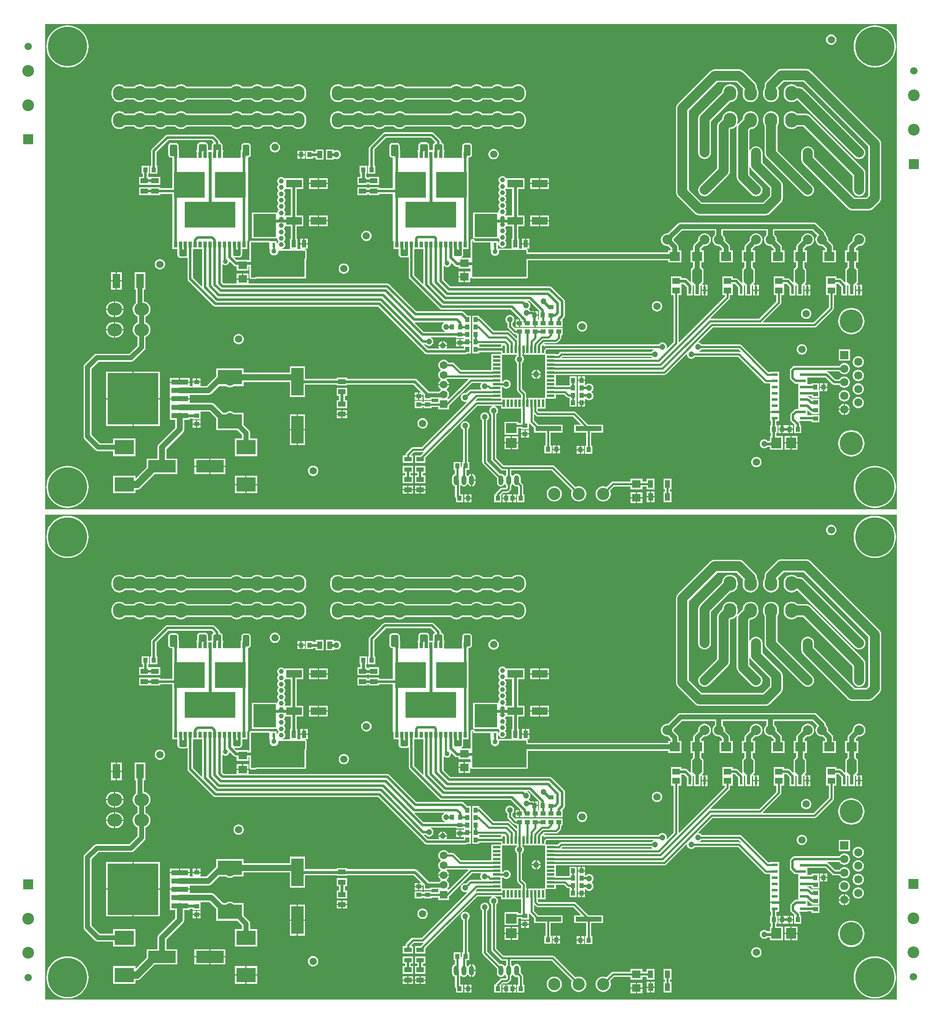
<source format=gtl>
%FSLAX44Y44*%
%MOMM*%
G71*
G01*
G75*
G04 Layer_Physical_Order=1*
G04 Layer_Color=255*
%ADD10C,1.5000*%
%ADD11R,5.2500X1.0000*%
%ADD12R,1.0000X0.9000*%
%ADD13R,0.9000X1.0000*%
%ADD14R,1.3000X0.6000*%
%ADD15R,2.0000X2.2000*%
%ADD16R,1.0000X1.6000*%
%ADD17R,1.8000X1.6000*%
%ADD18R,4.0000X3.0000*%
%ADD19R,10.4000X10.5000*%
%ADD20R,3.5000X1.1000*%
%ADD21R,5.0000X3.0000*%
%ADD22R,1.5000X1.0000*%
%ADD23R,5.7000X2.5000*%
%ADD24R,1.6000X3.0000*%
%ADD25R,2.5000X5.7000*%
%ADD26R,1.0000X1.5000*%
%ADD27R,3.2000X1.6000*%
%ADD28R,0.9000X1.5000*%
%ADD29R,0.6800X1.3000*%
%ADD30R,6.2300X5.2500*%
%ADD31R,10.3000X5.2500*%
%ADD32R,1.6000X0.5000*%
%ADD33R,0.5000X1.6000*%
%ADD34R,2.2000X2.0000*%
%ADD35R,2.1000X1.8500*%
%ADD36R,1.5000X0.9000*%
%ADD37R,1.5000X1.3000*%
G04:AMPARAMS|DCode=38|XSize=2mm|YSize=3.4mm|CornerRadius=0mm|HoleSize=0mm|Usage=FLASHONLY|Rotation=180.000|XOffset=0mm|YOffset=0mm|HoleType=Round|Shape=Octagon|*
%AMOCTAGOND38*
4,1,8,0.5000,-1.7000,-0.5000,-1.7000,-1.0000,-1.2000,-1.0000,1.2000,-0.5000,1.7000,0.5000,1.7000,1.0000,1.2000,1.0000,-1.2000,0.5000,-1.7000,0.0*
%
%ADD38OCTAGOND38*%

%ADD39R,0.6000X1.6000*%
%ADD40R,0.7000X2.0000*%
%ADD41R,4.6000X4.7000*%
%ADD42R,0.6000X0.9000*%
%ADD43C,0.6000*%
%ADD44C,0.5000*%
%ADD45C,0.4000*%
%ADD46C,1.0000*%
%ADD47C,2.0000*%
%ADD48C,1.2000*%
%ADD49C,1.5000*%
%ADD50C,1.3000*%
%ADD51R,3.8000X1.6000*%
%ADD52R,3.8000X2.0000*%
%ADD53R,10.8000X4.1000*%
%ADD54R,3.6000X2.6000*%
%ADD55R,3.6000X2.4000*%
%ADD56R,3.6000X2.4000*%
%ADD57R,10.7000X4.4000*%
%ADD58R,2.0000X2.0000*%
%ADD59C,2.4000*%
%ADD60C,4.7600*%
%ADD61R,1.6900X1.6900*%
%ADD62C,1.6900*%
%ADD63C,2.5000*%
%ADD64C,2.0000*%
%ADD65R,1.6000X1.6000*%
%ADD66C,1.6000*%
%ADD67O,2.6000X3.0000*%
%ADD68O,3.0000X2.6000*%
%ADD69C,8.0000*%
%ADD70O,1.0000X2.0000*%
%ADD71O,1.0000X2.0000*%
%ADD72C,1.2700*%
%ADD73C,1.2000*%
%ADD74C,1.0000*%
G36*
X1745412Y4588D02*
X4588D01*
Y995412D01*
X1745412D01*
Y4588D01*
D02*
G37*
%LPC*%
G36*
X776000Y190591D02*
X773259Y190230D01*
X770705Y189172D01*
X768511Y187489D01*
X766828Y185295D01*
X765770Y182741D01*
X765409Y180000D01*
X765770Y177259D01*
X766828Y174705D01*
X768511Y172511D01*
X770705Y170828D01*
X773259Y169770D01*
X776000Y169409D01*
X778741Y169770D01*
X781295Y170828D01*
X783489Y172511D01*
X785172Y174705D01*
X786230Y177259D01*
X786591Y180000D01*
X786230Y182741D01*
X785172Y185295D01*
X783489Y187489D01*
X781295Y189172D01*
X778741Y190230D01*
X776000Y190591D01*
D02*
G37*
G36*
X312730Y177230D02*
X306000D01*
Y171000D01*
X312730D01*
Y177230D01*
D02*
G37*
G36*
X322000D02*
X315270D01*
Y171000D01*
X322000D01*
Y177230D01*
D02*
G37*
G36*
X1533000Y176000D02*
X1526770D01*
Y169270D01*
X1533000D01*
Y176000D01*
D02*
G37*
G36*
X518730Y198500D02*
X504500D01*
Y168270D01*
X518730D01*
Y198500D01*
D02*
G37*
G36*
X535500D02*
X521270D01*
Y168270D01*
X535500D01*
Y198500D01*
D02*
G37*
G36*
X1509230Y176000D02*
X1503000D01*
Y169270D01*
X1509230D01*
Y176000D01*
D02*
G37*
G36*
X322000Y186000D02*
X315270D01*
Y179770D01*
X322000D01*
Y186000D01*
D02*
G37*
G36*
X609730Y197730D02*
X600500D01*
Y191000D01*
X609730D01*
Y197730D01*
D02*
G37*
G36*
X621500D02*
X612270D01*
Y191000D01*
X621500D01*
Y197730D01*
D02*
G37*
G36*
X312730Y186000D02*
X306000D01*
Y179770D01*
X312730D01*
Y186000D01*
D02*
G37*
G36*
X182730Y228730D02*
X129000D01*
Y174500D01*
X182730D01*
Y228730D01*
D02*
G37*
G36*
X239000D02*
X185270D01*
Y174500D01*
X239000D01*
Y228730D01*
D02*
G37*
G36*
X1518898Y176000D02*
Y176000D01*
X1518000Y176000D01*
X1518000D01*
X1518000D01*
X1517102Y176000D01*
X1517102Y176000D01*
Y176000D01*
X1511770D01*
Y167997D01*
Y160000D01*
X1518000D01*
Y160000D01*
X1518000D01*
X1518000Y160000D01*
X1518898Y160000D01*
X1518898Y160000D01*
Y160000D01*
X1524230D01*
Y167997D01*
Y176000D01*
X1518898D01*
X1518898Y176000D01*
D02*
G37*
G36*
X971000Y153000D02*
X958270D01*
Y141270D01*
X971000D01*
Y153000D01*
D02*
G37*
G36*
X1527730Y154000D02*
X1516000D01*
Y141270D01*
X1527730D01*
Y154000D01*
D02*
G37*
G36*
X1542000D02*
X1530270D01*
Y141270D01*
X1542000D01*
Y154000D01*
D02*
G37*
G36*
X955730Y153000D02*
X943000D01*
Y141270D01*
X955730D01*
Y153000D01*
D02*
G37*
G36*
X1057000Y135000D02*
X1050770D01*
Y128270D01*
X1057000D01*
Y135000D01*
D02*
G37*
G36*
X518730Y165730D02*
X504500D01*
Y135500D01*
X518730D01*
Y165730D01*
D02*
G37*
G36*
X535500D02*
X521270D01*
Y135500D01*
X535500D01*
Y165730D01*
D02*
G37*
G36*
X993000Y166000D02*
X986270D01*
Y159770D01*
X993000D01*
Y166000D01*
D02*
G37*
G36*
X1509230Y166730D02*
X1503000D01*
Y160000D01*
X1509230D01*
Y166730D01*
D02*
G37*
G36*
X1533000D02*
X1526770D01*
Y160000D01*
X1533000D01*
Y166730D01*
D02*
G37*
G36*
X983730Y166000D02*
X977000D01*
Y159770D01*
X983730D01*
Y166000D01*
D02*
G37*
G36*
X1504750Y201980D02*
X1485750D01*
Y197448D01*
X1485750Y197448D01*
X1485750D01*
X1485750Y197250D01*
Y196550D01*
D01*
D01*
D01*
D01*
X1485750D01*
Y184550D01*
X1487892D01*
Y176000D01*
X1486000D01*
Y160000D01*
X1487892D01*
Y154000D01*
X1486000D01*
Y144117D01*
X1480737D01*
X1480489Y144489D01*
X1477512Y146478D01*
X1474000Y147176D01*
X1470488Y146478D01*
X1467511Y144489D01*
X1465522Y141512D01*
X1464824Y138000D01*
X1465522Y134488D01*
X1467511Y131511D01*
X1470488Y129522D01*
X1474000Y128824D01*
X1477512Y129522D01*
X1480489Y131511D01*
X1480737Y131882D01*
X1486000D01*
Y126000D01*
X1512000D01*
Y154000D01*
X1499108D01*
Y160000D01*
X1501000D01*
Y176000D01*
X1499108D01*
Y184550D01*
X1504750D01*
Y196352D01*
X1504750Y196352D01*
D01*
D01*
X1504750Y196550D01*
Y196686D01*
Y196900D01*
Y196998D01*
Y197250D01*
X1504750Y197393D01*
X1504750Y197448D01*
X1504750Y197448D01*
X1504750D01*
Y201980D01*
D02*
G37*
G36*
X983730Y157230D02*
X977000D01*
Y151000D01*
X983730D01*
Y157230D01*
D02*
G37*
G36*
X993000D02*
X986270D01*
Y151000D01*
X993000D01*
Y157230D01*
D02*
G37*
G36*
X1636530Y207330D02*
X1626418D01*
X1626645Y205611D01*
X1627798Y202826D01*
X1629634Y200434D01*
X1632026Y198598D01*
X1634811Y197445D01*
X1636530Y197218D01*
Y207330D01*
D02*
G37*
G36*
X1603000Y252730D02*
X1596770D01*
Y246000D01*
X1603000D01*
Y252730D01*
D02*
G37*
G36*
X1594230Y262000D02*
X1588000D01*
Y255270D01*
X1594230D01*
Y262000D01*
D02*
G37*
G36*
X1603000D02*
X1596770D01*
Y255270D01*
X1603000D01*
Y262000D01*
D02*
G37*
G36*
X1666200Y261699D02*
X1663211Y261305D01*
X1660426Y260152D01*
X1658034Y258316D01*
X1656198Y255924D01*
X1655045Y253139D01*
X1654651Y250150D01*
X1655045Y247161D01*
X1656198Y244376D01*
X1658034Y241984D01*
X1660426Y240149D01*
X1663211Y238995D01*
X1666200Y238601D01*
X1669189Y238995D01*
X1671974Y240149D01*
X1674366Y241984D01*
X1676202Y244376D01*
X1677355Y247161D01*
X1677749Y250150D01*
X1677355Y253139D01*
X1676202Y255924D01*
X1674366Y258316D01*
X1671974Y260152D01*
X1669189Y261305D01*
X1666200Y261699D01*
D02*
G37*
G36*
X182730Y285500D02*
X129000D01*
Y231270D01*
X182730D01*
Y285500D01*
D02*
G37*
G36*
X239000D02*
X185270D01*
Y231270D01*
X239000D01*
Y285500D01*
D02*
G37*
G36*
X766730Y243000D02*
X760000D01*
Y236770D01*
X766730D01*
Y243000D01*
D02*
G37*
G36*
X1666200Y289399D02*
X1663211Y289005D01*
X1660426Y287852D01*
X1658034Y286016D01*
X1656198Y283624D01*
X1655045Y280839D01*
X1654651Y277850D01*
X1655045Y274861D01*
X1656198Y272076D01*
X1658034Y269684D01*
X1660426Y267848D01*
X1663211Y266695D01*
X1666200Y266301D01*
X1669189Y266695D01*
X1671974Y267848D01*
X1674366Y269684D01*
X1676202Y272076D01*
X1677355Y274861D01*
X1677749Y277850D01*
X1677355Y280839D01*
X1676202Y283624D01*
X1674366Y286016D01*
X1671974Y287852D01*
X1669189Y289005D01*
X1666200Y289399D01*
D02*
G37*
G36*
X1099230Y276000D02*
X1093000D01*
Y269270D01*
X1099230D01*
Y276000D01*
D02*
G37*
G36*
X1108000D02*
X1101770D01*
Y269270D01*
X1108000D01*
Y276000D01*
D02*
G37*
G36*
X322000Y272000D02*
X315270D01*
Y265770D01*
X322000D01*
Y272000D01*
D02*
G37*
G36*
X278230Y272500D02*
X259000D01*
Y265270D01*
X278230D01*
Y272500D01*
D02*
G37*
G36*
X300000D02*
X280770D01*
Y265270D01*
X300000D01*
Y272500D01*
D02*
G37*
G36*
X312730Y272000D02*
X306000D01*
Y265770D01*
X312730D01*
Y272000D01*
D02*
G37*
G36*
X1639070Y219982D02*
Y209870D01*
X1649182D01*
X1648955Y211589D01*
X1647802Y214374D01*
X1645966Y216766D01*
X1643574Y218602D01*
X1640789Y219755D01*
X1639070Y219982D01*
D02*
G37*
G36*
X1666200Y233999D02*
X1663211Y233605D01*
X1660426Y232452D01*
X1658034Y230616D01*
X1656198Y228224D01*
X1655045Y225439D01*
X1654651Y222450D01*
X1655045Y219461D01*
X1656198Y216676D01*
X1658034Y214284D01*
X1660426Y212449D01*
X1663211Y211295D01*
X1666200Y210901D01*
X1669189Y211295D01*
X1671974Y212449D01*
X1674366Y214284D01*
X1676202Y216676D01*
X1677355Y219461D01*
X1677749Y222450D01*
X1677355Y225439D01*
X1676202Y228224D01*
X1674366Y230616D01*
X1671974Y232452D01*
X1669189Y233605D01*
X1666200Y233999D01*
D02*
G37*
G36*
X621500Y252500D02*
X600500D01*
Y236500D01*
X604883D01*
Y227000D01*
X600500D01*
Y211000D01*
X621500D01*
Y227000D01*
X617118D01*
Y236500D01*
X621500D01*
Y252500D01*
D02*
G37*
G36*
X1636530Y219982D02*
X1634811Y219755D01*
X1632026Y218602D01*
X1629634Y216766D01*
X1627798Y214374D01*
X1626645Y211589D01*
X1626418Y209870D01*
X1636530D01*
Y219982D01*
D02*
G37*
G36*
X1649182Y207330D02*
X1639070D01*
Y197218D01*
X1640789Y197445D01*
X1643574Y198598D01*
X1645966Y200434D01*
X1647802Y202826D01*
X1648955Y205611D01*
X1649182Y207330D01*
D02*
G37*
G36*
X609730Y207000D02*
X600500D01*
Y200270D01*
X609730D01*
Y207000D01*
D02*
G37*
G36*
X621500D02*
X612270D01*
Y200270D01*
X621500D01*
Y207000D01*
D02*
G37*
G36*
X1108000Y266730D02*
X1093000D01*
Y260000D01*
Y244667D01*
Y229333D01*
Y223270D01*
X1108000D01*
Y229333D01*
Y229582D01*
X1109215Y229951D01*
X1109509Y229511D01*
X1112486Y227522D01*
X1115998Y226823D01*
X1119509Y227522D01*
X1122486Y229511D01*
X1124476Y232488D01*
X1125174Y236000D01*
X1124476Y239511D01*
X1122486Y242488D01*
X1121176Y243364D01*
Y244634D01*
X1122489Y245511D01*
X1124478Y248488D01*
X1125176Y252000D01*
X1124478Y255512D01*
X1122489Y258489D01*
X1119512Y260478D01*
X1116000Y261176D01*
X1112488Y260478D01*
X1109511Y258489D01*
X1109368Y258274D01*
X1108000D01*
Y260000D01*
Y266730D01*
D02*
G37*
G36*
X766730Y234230D02*
X760000D01*
Y228000D01*
X766730D01*
Y234230D01*
D02*
G37*
G36*
X776000D02*
X769270D01*
Y228000D01*
X776000D01*
Y234230D01*
D02*
G37*
G36*
X1637800Y247849D02*
X1634811Y247455D01*
X1632026Y246302D01*
X1629634Y244466D01*
X1627798Y242074D01*
X1626645Y239289D01*
X1626251Y236300D01*
X1626645Y233311D01*
X1627798Y230526D01*
X1629634Y228134D01*
X1632026Y226299D01*
X1634811Y225145D01*
X1637800Y224751D01*
X1640789Y225145D01*
X1643574Y226299D01*
X1645966Y228134D01*
X1647802Y230526D01*
X1648955Y233311D01*
X1649349Y236300D01*
X1648955Y239289D01*
X1647802Y242074D01*
X1645966Y244466D01*
X1643574Y246302D01*
X1640789Y247455D01*
X1637800Y247849D01*
D02*
G37*
G36*
X1099230Y220730D02*
X1093000D01*
Y214000D01*
X1099230D01*
Y220730D01*
D02*
G37*
G36*
X1108000D02*
X1101770D01*
Y214000D01*
X1108000D01*
Y220730D01*
D02*
G37*
G36*
X300000Y228730D02*
X259000D01*
Y221500D01*
X259000D01*
D01*
Y221500D01*
X259000Y221500D01*
X259000D01*
X259000Y221500D01*
X259000D01*
Y204500D01*
D01*
X259000Y204500D01*
X259000Y204500D01*
D01*
D01*
Y204500D01*
X259000D01*
D01*
Y187500D01*
X270324D01*
Y171301D01*
X236511Y137489D01*
X234522Y134512D01*
X233824Y131000D01*
Y107500D01*
X211500D01*
Y89477D01*
X190173Y68151D01*
X189000Y68637D01*
Y73000D01*
X143000D01*
Y37000D01*
X189000D01*
Y44409D01*
X192000D01*
X192000Y44409D01*
X194741Y44770D01*
X197295Y45828D01*
X199489Y47511D01*
X228477Y76500D01*
X274500D01*
Y107500D01*
X252176D01*
Y127199D01*
X285989Y161011D01*
X287978Y163988D01*
X288676Y167500D01*
Y187500D01*
X300000D01*
Y189882D01*
X306000D01*
Y188000D01*
X322000D01*
Y203000D01*
D01*
Y203000D01*
X322824Y203824D01*
X340199D01*
X354000Y190023D01*
Y166000D01*
X397465D01*
X406843Y156621D01*
Y149000D01*
X392000D01*
Y113000D01*
X438000D01*
Y149000D01*
X423157D01*
Y160000D01*
X422536Y163121D01*
X420768Y165768D01*
X410000Y176535D01*
Y202000D01*
X389671D01*
X388556Y202855D01*
X385394Y204165D01*
X382000Y204612D01*
X378606Y204165D01*
X375444Y202855D01*
X374329Y202000D01*
X367977D01*
X350489Y219489D01*
X347512Y221478D01*
X344000Y222176D01*
X300000D01*
Y228730D01*
D02*
G37*
G36*
X1048230Y135000D02*
X1042000D01*
Y128270D01*
X1048230D01*
Y135000D01*
D02*
G37*
G36*
X1225000Y39000D02*
X1214270D01*
Y29270D01*
X1225000D01*
Y39000D01*
D02*
G37*
G36*
X1240630Y41000D02*
X1233900D01*
Y31270D01*
X1240630D01*
Y41000D01*
D02*
G37*
G36*
X1249900D02*
X1243170D01*
Y31270D01*
X1249900D01*
Y41000D01*
D02*
G37*
G36*
X1211730Y39000D02*
X1201000D01*
Y29270D01*
X1211730D01*
Y39000D01*
D02*
G37*
G36*
X876000Y35000D02*
X869770D01*
Y28270D01*
X876000D01*
Y35000D01*
D02*
G37*
G36*
X945230D02*
X939000D01*
Y28270D01*
X945230D01*
Y35000D01*
D02*
G37*
G36*
X967000D02*
X960770D01*
Y28270D01*
X967000D01*
Y35000D01*
D02*
G37*
G36*
X413730Y53730D02*
X392000D01*
Y37000D01*
X413730D01*
Y53730D01*
D02*
G37*
G36*
X438000D02*
X416270D01*
Y37000D01*
X438000D01*
Y53730D01*
D02*
G37*
G36*
X744730Y52500D02*
X735500D01*
Y45770D01*
X744730D01*
Y52500D01*
D02*
G37*
G36*
X781500Y43230D02*
X772270D01*
Y36500D01*
X781500D01*
Y43230D01*
D02*
G37*
G36*
X744730D02*
X735500D01*
Y36500D01*
X744730D01*
Y43230D01*
D02*
G37*
G36*
X756500D02*
X747270D01*
Y36500D01*
X756500D01*
Y43230D01*
D02*
G37*
G36*
X769730D02*
X760500D01*
Y36500D01*
X769730D01*
Y43230D01*
D02*
G37*
G36*
X1240630Y28730D02*
X1233900D01*
Y19000D01*
X1240630D01*
Y28730D01*
D02*
G37*
G36*
X1249900D02*
X1243170D01*
Y19000D01*
X1249900D01*
Y28730D01*
D02*
G37*
G36*
X1284250Y67000D02*
X1268250D01*
Y45000D01*
X1271152D01*
Y41000D01*
X1268400D01*
Y19000D01*
X1284400D01*
Y41000D01*
X1281348D01*
Y45000D01*
X1284250D01*
Y67000D01*
D02*
G37*
G36*
X1225000Y26730D02*
X1214270D01*
Y17000D01*
X1225000D01*
Y26730D01*
D02*
G37*
G36*
X50000Y93133D02*
X43253Y92602D01*
X36671Y91022D01*
X30418Y88432D01*
X24647Y84895D01*
X19500Y80500D01*
X15105Y75353D01*
X11568Y69582D01*
X8978Y63329D01*
X7398Y56747D01*
X6867Y50000D01*
X7398Y43253D01*
X8978Y36671D01*
X11568Y30418D01*
X15105Y24647D01*
X19500Y19500D01*
X24647Y15105D01*
X30418Y11568D01*
X36671Y8978D01*
X43253Y7398D01*
X50000Y6867D01*
X56747Y7398D01*
X63329Y8978D01*
X69582Y11568D01*
X75353Y15105D01*
X80500Y19500D01*
X84895Y24647D01*
X88432Y30418D01*
X91022Y36671D01*
X92602Y43253D01*
X93133Y50000D01*
X92602Y56747D01*
X91022Y63329D01*
X88432Y69582D01*
X84895Y75353D01*
X80500Y80500D01*
X75353Y84895D01*
X69582Y88432D01*
X63329Y91022D01*
X56747Y92602D01*
X50000Y93133D01*
D02*
G37*
G36*
X1700000D02*
X1693253Y92602D01*
X1686671Y91022D01*
X1680418Y88432D01*
X1674647Y84895D01*
X1669500Y80500D01*
X1665105Y75353D01*
X1661568Y69582D01*
X1658978Y63329D01*
X1657398Y56747D01*
X1656867Y50000D01*
X1657398Y43253D01*
X1658978Y36671D01*
X1661568Y30418D01*
X1665105Y24647D01*
X1669500Y19500D01*
X1674647Y15105D01*
X1680418Y11568D01*
X1686671Y8978D01*
X1693253Y7398D01*
X1700000Y6867D01*
X1706747Y7398D01*
X1713329Y8978D01*
X1719582Y11568D01*
X1725353Y15105D01*
X1730500Y19500D01*
X1734895Y24647D01*
X1738432Y30418D01*
X1741022Y36671D01*
X1742602Y43253D01*
X1743133Y50000D01*
X1742602Y56747D01*
X1741022Y63329D01*
X1738432Y69582D01*
X1734895Y75353D01*
X1730500Y80500D01*
X1725353Y84895D01*
X1719582Y88432D01*
X1713329Y91022D01*
X1706747Y92602D01*
X1700000Y93133D01*
D02*
G37*
G36*
X1211730Y26730D02*
X1201000D01*
Y17000D01*
X1211730D01*
Y26730D01*
D02*
G37*
G36*
X967000Y25730D02*
X960770D01*
Y19000D01*
X967000D01*
Y25730D01*
D02*
G37*
G36*
X1045000Y51634D02*
X1040954Y51101D01*
X1037183Y49539D01*
X1033945Y47055D01*
X1031461Y43817D01*
X1029899Y40046D01*
X1029366Y36000D01*
X1029899Y31954D01*
X1031461Y28183D01*
X1033945Y24945D01*
X1037183Y22461D01*
X1040954Y20899D01*
X1045000Y20366D01*
X1049046Y20899D01*
X1052817Y22461D01*
X1056055Y24945D01*
X1058539Y28183D01*
X1060101Y31954D01*
X1060634Y36000D01*
X1060101Y40046D01*
X1058539Y43817D01*
X1056055Y47055D01*
X1052817Y49539D01*
X1049046Y51101D01*
X1045000Y51634D01*
D02*
G37*
G36*
X867230Y35000D02*
X861000D01*
Y28270D01*
X867230D01*
Y35000D01*
D02*
G37*
G36*
X958230D02*
X947770D01*
Y26997D01*
Y19000D01*
X958230D01*
Y26997D01*
Y35000D01*
D02*
G37*
G36*
X867230Y25730D02*
X861000D01*
Y19000D01*
X867230D01*
Y25730D01*
D02*
G37*
G36*
X876000D02*
X869770D01*
Y19000D01*
X876000D01*
Y25730D01*
D02*
G37*
G36*
X945230D02*
X939000D01*
Y19000D01*
X945230D01*
Y25730D01*
D02*
G37*
G36*
X756500Y52500D02*
X747270D01*
Y45770D01*
X756500D01*
Y52500D01*
D02*
G37*
G36*
X1097230Y124730D02*
X1091000D01*
Y118000D01*
X1097230D01*
Y124730D01*
D02*
G37*
G36*
X1106000D02*
X1099770D01*
Y118000D01*
X1106000D01*
Y124730D01*
D02*
G37*
G36*
X1048230Y125730D02*
X1042000D01*
Y119000D01*
X1048230D01*
Y125730D01*
D02*
G37*
G36*
X209000Y489000D02*
X187000D01*
Y453000D01*
X189843D01*
Y425758D01*
X188089Y424411D01*
X185524Y421069D01*
X183912Y417177D01*
X183362Y413000D01*
X183912Y408823D01*
X185524Y404931D01*
X188089Y401589D01*
X191431Y399024D01*
X193343Y398232D01*
Y385768D01*
X191431Y384976D01*
X188089Y382411D01*
X185524Y379069D01*
X183912Y375177D01*
X183362Y371000D01*
X183912Y366823D01*
X185524Y362931D01*
X188089Y359589D01*
X191431Y357024D01*
X193343Y356232D01*
Y338879D01*
X176621Y322157D01*
X110000D01*
X106879Y321536D01*
X104232Y319768D01*
X85232Y300768D01*
X83464Y298121D01*
X82843Y295000D01*
Y153000D01*
X83464Y149879D01*
X85232Y147232D01*
X107232Y125232D01*
X109879Y123464D01*
X113000Y122843D01*
X143000D01*
Y113000D01*
X189000D01*
Y149000D01*
X143000D01*
Y139157D01*
X116379D01*
X99157Y156379D01*
Y291621D01*
X113379Y305843D01*
X180000D01*
X183121Y306464D01*
X185768Y308232D01*
X207268Y329732D01*
X209036Y332379D01*
X209657Y335500D01*
X209657Y335500D01*
X209657Y335500D01*
Y335500D01*
Y356232D01*
X211569Y357024D01*
X214911Y359589D01*
X217476Y362931D01*
X219088Y366823D01*
X219638Y371000D01*
X219088Y375177D01*
X217476Y379069D01*
X214911Y382411D01*
X211569Y384976D01*
X209657Y385768D01*
Y398232D01*
X211569Y399024D01*
X214911Y401589D01*
X217476Y404931D01*
X219088Y408823D01*
X219638Y413000D01*
X219088Y417177D01*
X217476Y421069D01*
X214911Y424411D01*
X211569Y426976D01*
X207677Y428588D01*
X206157Y428788D01*
Y453000D01*
X209000D01*
Y489000D01*
D02*
G37*
G36*
X339730Y107500D02*
X309500D01*
Y93270D01*
X339730D01*
Y107500D01*
D02*
G37*
G36*
X372500D02*
X342270D01*
Y93270D01*
X372500D01*
Y107500D01*
D02*
G37*
G36*
X1652000Y165980D02*
X1646746Y165462D01*
X1641694Y163930D01*
X1637039Y161441D01*
X1632958Y158092D01*
X1629609Y154011D01*
X1627120Y149356D01*
X1625588Y144304D01*
X1625070Y139050D01*
X1625588Y133796D01*
X1627120Y128744D01*
X1629609Y124089D01*
X1632958Y120008D01*
X1637039Y116659D01*
X1641694Y114170D01*
X1646746Y112638D01*
X1652000Y112120D01*
X1657254Y112638D01*
X1662306Y114170D01*
X1666961Y116659D01*
X1671042Y120008D01*
X1674391Y124089D01*
X1676880Y128744D01*
X1678412Y133796D01*
X1678930Y139050D01*
X1678412Y144304D01*
X1676880Y149356D01*
X1674391Y154011D01*
X1671042Y158092D01*
X1666961Y161441D01*
X1662306Y163930D01*
X1657254Y165462D01*
X1652000Y165980D01*
D02*
G37*
G36*
X971000Y138730D02*
X958270D01*
Y127000D01*
X971000D01*
Y138730D01*
D02*
G37*
G36*
X1097230Y134000D02*
X1091000D01*
Y127270D01*
X1097230D01*
Y134000D01*
D02*
G37*
G36*
X1106000D02*
X1099770D01*
Y127270D01*
X1106000D01*
Y134000D01*
D02*
G37*
G36*
X955730Y138730D02*
X943000D01*
Y127000D01*
X955730D01*
Y138730D01*
D02*
G37*
G36*
X1057000Y125730D02*
X1050770D01*
Y119000D01*
X1057000D01*
Y125730D01*
D02*
G37*
G36*
X1527730Y138730D02*
X1516000D01*
Y126000D01*
X1527730D01*
Y138730D01*
D02*
G37*
G36*
X1542000D02*
X1530270D01*
Y126000D01*
X1542000D01*
Y138730D01*
D02*
G37*
G36*
X438000Y73000D02*
X416270D01*
Y56270D01*
X438000D01*
Y73000D01*
D02*
G37*
G36*
X756500Y93000D02*
X735500D01*
Y78000D01*
X740392D01*
Y73500D01*
X735500D01*
Y57500D01*
X756500D01*
Y73500D01*
X751608D01*
Y78000D01*
X756500D01*
Y93000D01*
D02*
G37*
G36*
X781500D02*
X760500D01*
Y78000D01*
X765392D01*
Y73500D01*
X760500D01*
Y57500D01*
X781500D01*
Y73500D01*
X776608D01*
Y78000D01*
X781500D01*
Y93000D01*
D02*
G37*
G36*
X413730Y73000D02*
X392000D01*
Y56270D01*
X413730D01*
Y73000D01*
D02*
G37*
G36*
X769730Y52500D02*
X760500D01*
Y45770D01*
X769730D01*
Y52500D01*
D02*
G37*
G36*
X781500D02*
X772270D01*
Y45770D01*
X781500D01*
Y52500D01*
D02*
G37*
G36*
X884157Y62730D02*
X877270D01*
Y51096D01*
X879121Y51464D01*
X881768Y53232D01*
X883536Y55879D01*
X884157Y59000D01*
Y62730D01*
D02*
G37*
G36*
X372500Y90730D02*
X342270D01*
Y76500D01*
X372500D01*
Y90730D01*
D02*
G37*
G36*
X1458000Y111591D02*
X1455259Y111230D01*
X1452705Y110172D01*
X1450511Y108489D01*
X1448828Y106295D01*
X1447770Y103741D01*
X1447409Y101000D01*
X1447770Y98259D01*
X1448828Y95705D01*
X1450511Y93511D01*
X1452705Y91828D01*
X1455259Y90770D01*
X1458000Y90409D01*
X1460741Y90770D01*
X1463295Y91828D01*
X1465489Y93511D01*
X1467172Y95705D01*
X1468230Y98259D01*
X1468591Y101000D01*
X1468230Y103741D01*
X1467172Y106295D01*
X1465489Y108489D01*
X1463295Y110172D01*
X1460741Y111230D01*
X1458000Y111591D01*
D02*
G37*
G36*
X863000Y184176D02*
X859488Y183478D01*
X856511Y181489D01*
X854522Y178512D01*
X853824Y175000D01*
X854522Y171488D01*
X856511Y168511D01*
X858402Y167248D01*
Y101000D01*
X856000D01*
Y92513D01*
X855290Y91451D01*
X855264Y91319D01*
X854000Y91444D01*
Y101000D01*
X839000D01*
Y85000D01*
X841402D01*
Y76640D01*
X840879Y76536D01*
X838232Y74768D01*
X836464Y72121D01*
X835843Y69000D01*
Y59000D01*
X836464Y55879D01*
X838232Y53232D01*
X840879Y51464D01*
X842202Y51201D01*
Y31200D01*
X842202Y31200D01*
X842202D01*
X842590Y29249D01*
X843695Y27595D01*
X844000Y27290D01*
Y19000D01*
X859000D01*
Y35000D01*
X852398D01*
Y53790D01*
X853613Y54159D01*
X854232Y53232D01*
X856879Y51464D01*
X860000Y50843D01*
X863121Y51464D01*
X865768Y53232D01*
X867365Y55623D01*
X868635D01*
X870232Y53232D01*
X872878Y51464D01*
X874730Y51096D01*
Y63998D01*
Y76904D01*
X872878Y76536D01*
X870232Y74768D01*
X868635Y72377D01*
X867365D01*
X865768Y74768D01*
X865098Y75215D01*
Y85000D01*
X871000D01*
Y101000D01*
X868598D01*
Y167916D01*
X869489Y168511D01*
X871478Y171488D01*
X872176Y175000D01*
X871478Y178512D01*
X869489Y181489D01*
X866512Y183478D01*
X863000Y184176D01*
D02*
G37*
G36*
X339730Y90730D02*
X309500D01*
Y76500D01*
X339730D01*
Y90730D01*
D02*
G37*
G36*
X1249750Y67000D02*
X1233750D01*
Y61098D01*
X1225000D01*
Y67000D01*
X1201000D01*
Y61098D01*
X1165000D01*
X1163049Y60710D01*
X1161395Y59605D01*
X1151765Y49975D01*
X1149046Y51101D01*
X1145000Y51634D01*
X1140954Y51101D01*
X1137183Y49539D01*
X1133945Y47055D01*
X1131461Y43817D01*
X1129899Y40046D01*
X1129366Y36000D01*
X1129899Y31954D01*
X1131461Y28183D01*
X1133945Y24945D01*
X1137183Y22461D01*
X1140954Y20899D01*
X1145000Y20366D01*
X1149046Y20899D01*
X1152817Y22461D01*
X1156055Y24945D01*
X1158539Y28183D01*
X1160101Y31954D01*
X1160634Y36000D01*
X1160101Y40046D01*
X1158975Y42765D01*
X1167112Y50902D01*
X1201000D01*
Y45000D01*
X1225000D01*
Y50902D01*
X1233750D01*
Y45000D01*
X1249750D01*
Y67000D01*
D02*
G37*
G36*
X877270Y76904D02*
Y65270D01*
X884157D01*
Y69000D01*
X883536Y72121D01*
X881768Y74768D01*
X879121Y76536D01*
X877270Y76904D01*
D02*
G37*
G36*
X552000Y93591D02*
X549259Y93230D01*
X546705Y92172D01*
X544511Y90489D01*
X542828Y88295D01*
X541770Y85741D01*
X541409Y83000D01*
X541770Y80259D01*
X542828Y77705D01*
X544511Y75511D01*
X546705Y73828D01*
X549259Y72770D01*
X552000Y72409D01*
X554741Y72770D01*
X557295Y73828D01*
X559489Y75511D01*
X561172Y77705D01*
X562230Y80259D01*
X562591Y83000D01*
X562230Y85741D01*
X561172Y88295D01*
X559489Y90489D01*
X557295Y92172D01*
X554741Y93230D01*
X552000Y93591D01*
D02*
G37*
G36*
X561730Y605000D02*
X544000D01*
Y595270D01*
X561730D01*
Y605000D01*
D02*
G37*
G36*
X582000D02*
X564270D01*
Y595270D01*
X582000D01*
Y605000D01*
D02*
G37*
G36*
X1013730D02*
X996000D01*
Y595270D01*
X1013730D01*
Y605000D01*
D02*
G37*
G36*
X582000Y592730D02*
X564270D01*
Y583000D01*
X582000D01*
Y592730D01*
D02*
G37*
G36*
X1013730D02*
X996000D01*
Y583000D01*
X1013730D01*
Y592730D01*
D02*
G37*
G36*
X1034000D02*
X1016270D01*
Y583000D01*
X1034000D01*
Y592730D01*
D02*
G37*
G36*
Y605000D02*
X1016270D01*
Y595270D01*
X1034000D01*
Y605000D01*
D02*
G37*
G36*
X582000Y668730D02*
X564270D01*
Y659000D01*
X582000D01*
Y668730D01*
D02*
G37*
G36*
X1013730D02*
X996000D01*
Y659000D01*
X1013730D01*
Y668730D01*
D02*
G37*
G36*
X1034000D02*
X1016270D01*
Y659000D01*
X1034000D01*
Y668730D01*
D02*
G37*
G36*
X1488000Y817638D02*
X1483823Y817088D01*
X1479931Y815476D01*
X1476589Y812911D01*
X1474024Y809569D01*
X1472412Y805677D01*
X1471862Y801500D01*
Y797500D01*
X1472412Y793323D01*
X1474024Y789431D01*
X1474888Y788305D01*
Y731467D01*
X1474888Y731467D01*
X1475335Y728073D01*
X1475990Y726492D01*
X1476645Y724911D01*
X1478728Y722195D01*
X1553495Y647428D01*
X1553495Y647428D01*
X1556211Y645345D01*
X1556211Y645344D01*
X1556211Y645345D01*
D01*
X1556211Y645344D01*
X1556211Y645344D01*
X1559373Y644035D01*
X1562767Y643588D01*
X1566160Y644035D01*
X1569323Y645345D01*
X1572039Y647428D01*
X1574122Y650144D01*
X1575432Y653306D01*
X1575879Y656700D01*
X1575432Y660094D01*
X1574122Y663256D01*
X1572039Y665972D01*
X1572038Y665972D01*
X1501112Y736898D01*
Y788305D01*
X1501976Y789431D01*
X1503588Y793323D01*
X1504138Y797500D01*
Y801500D01*
X1503588Y805677D01*
X1501976Y809569D01*
X1499411Y812911D01*
X1496069Y815476D01*
X1492177Y817088D01*
X1488000Y817638D01*
D02*
G37*
G36*
X1530000D02*
X1525823Y817088D01*
X1521931Y815476D01*
X1518589Y812911D01*
X1516024Y809569D01*
X1514412Y805677D01*
X1513862Y801500D01*
Y797500D01*
X1514412Y793323D01*
X1516024Y789431D01*
X1518589Y786089D01*
X1521931Y783524D01*
X1525823Y781912D01*
X1530000Y781362D01*
X1534177Y781912D01*
X1538069Y783524D01*
X1541411Y786089D01*
X1541641Y786388D01*
X1554069D01*
X1654988Y685469D01*
Y656700D01*
X1655435Y653306D01*
X1656745Y650144D01*
X1658828Y647428D01*
X1661544Y645345D01*
X1664706Y644035D01*
X1668100Y643588D01*
X1671494Y644035D01*
X1674656Y645345D01*
X1677372Y647428D01*
X1679456Y650144D01*
X1680766Y653306D01*
X1681212Y656700D01*
Y690900D01*
X1680766Y694294D01*
X1679456Y697456D01*
X1677372Y700172D01*
X1677372Y700172D01*
X1568772Y808772D01*
X1566056Y810855D01*
X1564475Y811510D01*
X1562894Y812165D01*
X1559500Y812612D01*
X1559500Y812612D01*
X1541641D01*
X1541411Y812911D01*
X1538069Y815476D01*
X1534177Y817088D01*
X1530000Y817638D01*
D02*
G37*
G36*
X561730Y668730D02*
X544000D01*
Y659000D01*
X561730D01*
Y668730D01*
D02*
G37*
G36*
Y592730D02*
X544000D01*
Y583000D01*
X561730D01*
Y592730D01*
D02*
G37*
G36*
X420000Y486000D02*
X409270D01*
Y476270D01*
X420000D01*
Y486000D01*
D02*
G37*
G36*
X859730Y490000D02*
X849000D01*
Y480270D01*
X859730D01*
Y490000D01*
D02*
G37*
G36*
X615000Y506591D02*
X612259Y506230D01*
X609705Y505172D01*
X607511Y503489D01*
X605828Y501295D01*
X604770Y498741D01*
X604409Y496000D01*
X604770Y493259D01*
X605828Y490705D01*
X607511Y488511D01*
X609705Y486828D01*
X612259Y485770D01*
X615000Y485409D01*
X617741Y485770D01*
X620295Y486828D01*
X622489Y488511D01*
X624172Y490705D01*
X625230Y493259D01*
X625591Y496000D01*
X625230Y498741D01*
X624172Y501295D01*
X622489Y503489D01*
X620295Y505172D01*
X617741Y506230D01*
X615000Y506591D01*
D02*
G37*
G36*
X148730Y489000D02*
X139000D01*
Y472270D01*
X148730D01*
Y489000D01*
D02*
G37*
G36*
X161000D02*
X151270D01*
Y472270D01*
X161000D01*
Y489000D01*
D02*
G37*
G36*
X406730Y486000D02*
X396000D01*
Y476270D01*
X406730D01*
Y486000D01*
D02*
G37*
G36*
X239000Y515591D02*
X236259Y515230D01*
X233705Y514172D01*
X231511Y512489D01*
X229828Y510295D01*
X228770Y507741D01*
X228409Y505000D01*
X228770Y502259D01*
X229828Y499705D01*
X231511Y497511D01*
X233705Y495828D01*
X236259Y494770D01*
X239000Y494409D01*
X241741Y494770D01*
X244295Y495828D01*
X246489Y497511D01*
X248172Y499705D01*
X249230Y502259D01*
X249591Y505000D01*
X249230Y507741D01*
X248172Y510295D01*
X246489Y512489D01*
X244295Y514172D01*
X241741Y515230D01*
X239000Y515591D01*
D02*
G37*
G36*
X985230Y557500D02*
X979000D01*
Y548270D01*
X985230D01*
Y557500D01*
D02*
G37*
G36*
X994000D02*
X987770D01*
Y548270D01*
X994000D01*
Y557500D01*
D02*
G37*
G36*
X661000Y573591D02*
X658259Y573230D01*
X655705Y572172D01*
X653511Y570489D01*
X651828Y568295D01*
X650770Y565741D01*
X650409Y563000D01*
X650770Y560259D01*
X651828Y557705D01*
X653511Y555511D01*
X655705Y553828D01*
X658259Y552770D01*
X661000Y552409D01*
X663741Y552770D01*
X666295Y553828D01*
X668489Y555511D01*
X670172Y557705D01*
X671230Y560259D01*
X671591Y563000D01*
X671230Y565741D01*
X670172Y568295D01*
X668489Y570489D01*
X666295Y572172D01*
X663741Y573230D01*
X661000Y573591D01*
D02*
G37*
G36*
X1668100Y568212D02*
X1664706Y567765D01*
X1661544Y566455D01*
X1658828Y564372D01*
X1656745Y561656D01*
X1655435Y558494D01*
X1654988Y555100D01*
X1655171Y553707D01*
X1647232Y545768D01*
X1645464Y543121D01*
X1644843Y540000D01*
Y533250D01*
X1639500D01*
Y508750D01*
X1644843D01*
Y499343D01*
X1640000Y494500D01*
Y468590D01*
X1638827Y468104D01*
X1632465Y474465D01*
X1630646Y475681D01*
X1628500Y476108D01*
X1621500D01*
Y480000D01*
X1600500D01*
Y461898D01*
X1600500Y461898D01*
X1600500D01*
X1600500Y461000D01*
X1600500Y461000D01*
X1600500D01*
D01*
Y442000D01*
X1605902D01*
Y417112D01*
X1574888Y386098D01*
X1471966D01*
X1471480Y387271D01*
X1507605Y423396D01*
X1508710Y425050D01*
X1508774Y425374D01*
X1509098Y427001D01*
Y442000D01*
X1514500D01*
Y460102D01*
X1514500Y460102D01*
X1514500D01*
X1514500Y461000D01*
Y461000D01*
D01*
X1514500D01*
X1514500Y461000D01*
X1514500Y461898D01*
X1514500Y461898D01*
X1514500D01*
Y464892D01*
X1520177D01*
X1526000Y459070D01*
Y441000D01*
X1538000D01*
Y461841D01*
X1539173Y462327D01*
X1540500Y461000D01*
Y441000D01*
X1553500D01*
Y461000D01*
X1554827Y462327D01*
X1556000Y461841D01*
Y453270D01*
X1560730D01*
Y463000D01*
X1557159D01*
X1556673Y464173D01*
X1560000Y467500D01*
Y494500D01*
X1556157Y498343D01*
Y508750D01*
X1561500D01*
Y533250D01*
X1556157D01*
Y536955D01*
X1561373Y542171D01*
X1562767Y541988D01*
X1566160Y542435D01*
X1569323Y543745D01*
X1572039Y545828D01*
X1574122Y548544D01*
X1575432Y551706D01*
X1575879Y555100D01*
X1575432Y558494D01*
X1574122Y561656D01*
X1572039Y564372D01*
X1569323Y566455D01*
X1566160Y567765D01*
X1562767Y568212D01*
X1559373Y567765D01*
X1556211Y566455D01*
X1553495Y564372D01*
X1551411Y561656D01*
X1550101Y558494D01*
X1549655Y555100D01*
X1549838Y553707D01*
X1542232Y546101D01*
X1540464Y543455D01*
X1539843Y540333D01*
Y533250D01*
X1534500D01*
Y508750D01*
X1539843D01*
Y500343D01*
X1534000Y494500D01*
Y468590D01*
X1532827Y468104D01*
X1526465Y474465D01*
X1524646Y475681D01*
X1522500Y476108D01*
X1514500D01*
Y480000D01*
X1493500D01*
Y461898D01*
X1493500Y461898D01*
X1493500D01*
X1493500Y461000D01*
X1493500Y461000D01*
X1493500D01*
D01*
Y442000D01*
X1498902D01*
Y429113D01*
X1463887Y394098D01*
X1364967D01*
X1364481Y395271D01*
X1402605Y433395D01*
X1403710Y435049D01*
X1403774Y435373D01*
X1404098Y437000D01*
Y442000D01*
X1409500D01*
Y460102D01*
X1409500Y460102D01*
X1409500D01*
X1409500Y461000D01*
Y461000D01*
D01*
X1409500D01*
X1409500Y461000D01*
X1409500Y461898D01*
X1409500Y461898D01*
X1409500D01*
Y464892D01*
X1414177D01*
X1421000Y458069D01*
Y441000D01*
X1433000D01*
Y461841D01*
X1434173Y462327D01*
X1435500Y461000D01*
Y441000D01*
X1448500D01*
Y461000D01*
X1449827Y462327D01*
X1451000Y461841D01*
Y453270D01*
X1455730D01*
Y463000D01*
X1452159D01*
X1451673Y464173D01*
X1455000Y467500D01*
Y494500D01*
X1450157Y499343D01*
Y508750D01*
X1455500D01*
Y533250D01*
X1450157D01*
Y536288D01*
X1456040Y542171D01*
X1457433Y541988D01*
X1460827Y542435D01*
X1463990Y543745D01*
X1466705Y545828D01*
X1468789Y548544D01*
X1470099Y551706D01*
X1470546Y555100D01*
X1470099Y558494D01*
X1468789Y561656D01*
X1466705Y564372D01*
X1463990Y566455D01*
X1460827Y567765D01*
X1457433Y568212D01*
X1454040Y567765D01*
X1450877Y566455D01*
X1448162Y564372D01*
X1446078Y561656D01*
X1444768Y558494D01*
X1444321Y555100D01*
X1444505Y553707D01*
X1436232Y545434D01*
X1434464Y542788D01*
X1433843Y539667D01*
Y533250D01*
X1428500D01*
Y508750D01*
X1433843D01*
Y499343D01*
X1429000Y494500D01*
Y467590D01*
X1427827Y467104D01*
X1420465Y474465D01*
X1418646Y475681D01*
X1416500Y476108D01*
X1409500D01*
Y480000D01*
X1388500D01*
Y461898D01*
X1388500Y461898D01*
X1388500D01*
X1388500Y461000D01*
X1388500Y461000D01*
X1388500D01*
D01*
Y442000D01*
X1393902D01*
Y439112D01*
X1300271Y345481D01*
X1299098Y345967D01*
Y442000D01*
X1304500D01*
Y460102D01*
X1304500Y460102D01*
X1304500D01*
X1304500Y461000D01*
Y461000D01*
D01*
X1304500D01*
X1304500Y461000D01*
X1304500Y461898D01*
X1304500Y461898D01*
X1304500D01*
Y464383D01*
X1309966D01*
X1315883Y458466D01*
Y452000D01*
X1316000Y451409D01*
Y441000D01*
X1328000D01*
Y451409D01*
X1328118Y452000D01*
Y461000D01*
X1328000Y461591D01*
Y461841D01*
X1329173Y462327D01*
X1330500Y461000D01*
Y441000D01*
X1343500D01*
Y461000D01*
X1344827Y462327D01*
X1346000Y461841D01*
Y453270D01*
X1350730D01*
Y463000D01*
X1347159D01*
X1346673Y464173D01*
X1350000Y467500D01*
Y494500D01*
X1345157Y499343D01*
Y508750D01*
X1350500D01*
Y533250D01*
X1345157D01*
Y536621D01*
X1350707Y542171D01*
X1352100Y541988D01*
X1355494Y542435D01*
X1358656Y543745D01*
X1361372Y545828D01*
X1363456Y548544D01*
X1364765Y551706D01*
X1365212Y555100D01*
X1364765Y558494D01*
X1363456Y561656D01*
X1361372Y564372D01*
X1358656Y566455D01*
X1355494Y567765D01*
X1352100Y568212D01*
X1348706Y567765D01*
X1345544Y566455D01*
X1342828Y564372D01*
X1340745Y561656D01*
X1339435Y558494D01*
X1338988Y555100D01*
X1339171Y553707D01*
X1331232Y545768D01*
X1329464Y543121D01*
X1328843Y540000D01*
Y533250D01*
X1323500D01*
Y508750D01*
X1328843D01*
Y499343D01*
X1324000Y494500D01*
Y469311D01*
X1322827Y468825D01*
X1316826Y474826D01*
X1314841Y476152D01*
X1312500Y476618D01*
X1304500D01*
Y480000D01*
X1283500D01*
Y461898D01*
X1283500Y461898D01*
X1283500D01*
X1283500Y461000D01*
X1283500Y461000D01*
X1283500D01*
D01*
Y442000D01*
X1288902D01*
Y346112D01*
X1275826Y333035D01*
X1274706Y333634D01*
X1275176Y336000D01*
X1274478Y339512D01*
X1272489Y342489D01*
X1269512Y344478D01*
X1266000Y345176D01*
X1262488Y344478D01*
X1259511Y342489D01*
X1258582Y341098D01*
X1027500D01*
Y342000D01*
X1024298D01*
X1023812Y343173D01*
X1024541Y343902D01*
X1048000D01*
X1049951Y344290D01*
X1051605Y345395D01*
X1057605Y351395D01*
X1058710Y353049D01*
X1059098Y355000D01*
X1059098Y355000D01*
X1059098Y355000D01*
Y355000D01*
Y360000D01*
X1062000D01*
Y375000D01*
X1046000D01*
D01*
X1046000Y375000D01*
X1046000D01*
Y375000D01*
D01*
X1030000D01*
Y375000D01*
X1030000Y375000D01*
D01*
X1030000Y375000D01*
X1014000D01*
D01*
X1014000Y375000D01*
X1014000D01*
Y375000D01*
D01*
X998000D01*
X998000Y375000D01*
X998000Y375000D01*
X998000Y375000D01*
Y375000D01*
X982000D01*
Y375000D01*
X982000Y375000D01*
D01*
X982000Y375000D01*
X966000D01*
Y374869D01*
X964827Y374383D01*
X959098Y380112D01*
Y384582D01*
X960489Y385511D01*
X962478Y388488D01*
X963176Y392000D01*
X962478Y395512D01*
X960489Y398489D01*
X957512Y400478D01*
X954000Y401176D01*
X950488Y400478D01*
X947511Y398489D01*
X945522Y395512D01*
X944824Y392000D01*
X945522Y388488D01*
X947511Y385511D01*
X948902Y384582D01*
Y378000D01*
X948902Y378000D01*
X948902D01*
X949290Y376049D01*
X950395Y374395D01*
X960895Y363895D01*
D01*
X960895D01*
X960895Y363895D01*
X960895Y363895D01*
X960895D01*
D01*
X960895D01*
X960895Y363895D01*
Y363895D01*
X960895Y363895D01*
Y363895D01*
X962549Y362790D01*
X964500Y362402D01*
X966000D01*
Y360000D01*
X968902D01*
Y353967D01*
X967729Y353481D01*
X953605Y367605D01*
X951951Y368710D01*
X950000Y369098D01*
X921112D01*
X894605Y395605D01*
X892951Y396710D01*
X892951Y396710D01*
X892000Y396899D01*
Y400000D01*
X877000D01*
Y384000D01*
Y368750D01*
Y353500D01*
X877000D01*
Y339000D01*
X877000D01*
Y323000D01*
X892000D01*
Y325392D01*
X936500D01*
Y321500D01*
X916000D01*
Y310500D01*
Y302500D01*
Y294500D01*
Y289098D01*
X854111D01*
X840605Y302605D01*
X838951Y303710D01*
X837000Y304098D01*
X828795D01*
X828608Y304547D01*
X826845Y306845D01*
X824547Y308608D01*
X821872Y309717D01*
X819000Y310095D01*
X816128Y309717D01*
X813453Y308608D01*
X811155Y306845D01*
X809391Y304547D01*
X808283Y301872D01*
X807905Y299000D01*
X808283Y296128D01*
X809391Y293452D01*
X811155Y291155D01*
X813135Y289635D01*
Y288365D01*
X811155Y286845D01*
X809391Y284548D01*
X808283Y281872D01*
X807905Y279000D01*
X808283Y276128D01*
X809391Y273452D01*
X811155Y271155D01*
X813135Y269635D01*
Y268365D01*
X811155Y266845D01*
X809391Y264548D01*
X808283Y261872D01*
X808072Y260270D01*
X829928D01*
X829717Y261872D01*
X828608Y264548D01*
X826845Y266845D01*
X824548Y268608D01*
Y269391D01*
X826516Y270902D01*
X869033D01*
X869519Y269729D01*
X829790Y230000D01*
X827237D01*
X826845Y231155D01*
X828608Y233453D01*
X829717Y236128D01*
X830095Y239000D01*
X829717Y241872D01*
X828608Y244547D01*
X826845Y246845D01*
X824548Y248608D01*
Y249391D01*
X826845Y251155D01*
X828608Y253452D01*
X829717Y256128D01*
X829928Y257730D01*
X808072D01*
X808283Y256128D01*
X809391Y253452D01*
X811155Y251155D01*
X813135Y249635D01*
Y248365D01*
X811155Y246845D01*
X809829Y245117D01*
X788534D01*
X764326Y269326D01*
X762341Y270652D01*
X760000Y271117D01*
X621500D01*
Y273500D01*
X600500D01*
Y271117D01*
X535500D01*
Y296500D01*
X504500D01*
Y283686D01*
X410000D01*
Y292000D01*
X354000D01*
Y275977D01*
X334199Y256176D01*
X322000D01*
Y256176D01*
Y257000D01*
X322000Y257074D01*
X322000Y257074D01*
X322000D01*
Y263230D01*
X306000D01*
Y257074D01*
X306000Y257074D01*
X306000D01*
X306000Y257000D01*
X305176Y256176D01*
X300000D01*
Y262730D01*
X259000D01*
Y255500D01*
X259000D01*
D01*
Y255500D01*
X259000Y255500D01*
X259000D01*
X259000Y255500D01*
X259000D01*
Y238500D01*
D01*
X259000Y238500D01*
X259000Y238500D01*
D01*
D01*
Y238500D01*
X259000D01*
D01*
Y231270D01*
X300000D01*
Y237824D01*
X338000D01*
X341512Y238522D01*
X344489Y240511D01*
X344489Y240511D01*
X344489Y240511D01*
X359977Y256000D01*
X374329D01*
X375444Y255145D01*
X378606Y253835D01*
X382000Y253388D01*
X385394Y253835D01*
X388556Y255145D01*
X389671Y256000D01*
X410000D01*
Y264314D01*
X504500D01*
Y233500D01*
X535500D01*
Y258883D01*
X600500D01*
Y257500D01*
X621500D01*
Y258883D01*
X757466D01*
X772175Y244173D01*
X771689Y243000D01*
X769270D01*
Y236770D01*
X776000D01*
Y238689D01*
X777173Y239175D01*
X778000Y238349D01*
Y228000D01*
X794000D01*
Y230402D01*
X808000D01*
Y230000D01*
X808000D01*
Y223598D01*
X794000D01*
Y226000D01*
X778000D01*
Y223598D01*
X776000D01*
Y226000D01*
X760000D01*
Y211000D01*
X776000D01*
Y213402D01*
X778000D01*
Y211000D01*
X794000D01*
Y213402D01*
X808000D01*
Y208000D01*
X830000D01*
Y215790D01*
X877112Y262902D01*
X895441D01*
X896039Y261782D01*
X894522Y259512D01*
X893824Y256000D01*
X894522Y252488D01*
X896039Y250218D01*
X895441Y249098D01*
X874000D01*
X872373Y248774D01*
X872049Y248710D01*
X870395Y247605D01*
X864640Y241850D01*
X863000Y242176D01*
X859488Y241478D01*
X856511Y239489D01*
X854522Y236512D01*
X853824Y233000D01*
X854522Y229488D01*
X856511Y226511D01*
X859488Y224522D01*
X863000Y223824D01*
X865366Y224294D01*
X865965Y223174D01*
X773888Y131098D01*
X756000D01*
X754373Y130774D01*
X754049Y130710D01*
X752395Y129605D01*
X742395Y119605D01*
X741290Y117951D01*
X740902Y116000D01*
Y114000D01*
X735500D01*
Y99000D01*
X756500D01*
Y114000D01*
X752869D01*
X752383Y115173D01*
X758112Y120902D01*
X776000D01*
X776591Y121020D01*
X777190Y119900D01*
X771290Y114000D01*
X760500D01*
Y99000D01*
X781500D01*
Y109790D01*
X887612Y215902D01*
X918170D01*
X918295Y214638D01*
X917488Y214478D01*
X914511Y212489D01*
X912522Y209512D01*
X911824Y206000D01*
X912522Y202488D01*
X914511Y199511D01*
X915902Y198582D01*
Y107000D01*
X915902Y107000D01*
X915902D01*
X916290Y105049D01*
X917395Y103395D01*
X935395Y85395D01*
X937049Y84290D01*
X939000Y83902D01*
X946902D01*
Y76000D01*
Y75215D01*
X946232Y74768D01*
X944635Y72377D01*
X943365D01*
X941768Y74768D01*
X939121Y76536D01*
X936000Y77157D01*
X933792Y76718D01*
X908098Y102412D01*
Y185961D01*
X909575Y186948D01*
X911564Y189925D01*
X912262Y193437D01*
X911564Y196948D01*
X909575Y199925D01*
X906598Y201914D01*
X903086Y202613D01*
X899575Y201914D01*
X896598Y199925D01*
X894608Y196948D01*
X893910Y193437D01*
X894608Y189925D01*
X896598Y186948D01*
X897902Y186076D01*
Y100300D01*
X898290Y98349D01*
X899395Y96695D01*
X927843Y68247D01*
Y59000D01*
X928464Y55879D01*
X930232Y53232D01*
X932879Y51464D01*
X936000Y50843D01*
X939121Y51464D01*
X941768Y53232D01*
X943365Y55623D01*
X944635D01*
X946232Y53232D01*
X946902Y52785D01*
Y49112D01*
X945888Y48098D01*
X938000D01*
X936049Y47710D01*
X934395Y46605D01*
X925895Y38105D01*
X924790Y36451D01*
X924501Y35000D01*
X922000D01*
Y19000D01*
X937000D01*
Y34790D01*
X940112Y37902D01*
X948000D01*
X949951Y38290D01*
X951605Y39395D01*
X955605Y43395D01*
X956710Y45049D01*
X956774Y45373D01*
X957098Y47000D01*
Y52785D01*
X957768Y53232D01*
X959365Y55623D01*
X960635D01*
X962232Y53232D01*
X964878Y51464D01*
X968000Y50843D01*
X970208Y51283D01*
X971402Y50088D01*
Y35000D01*
X969000D01*
Y19000D01*
X984000D01*
Y35000D01*
X981598D01*
Y52200D01*
X981210Y54151D01*
X980105Y55805D01*
X976157Y59753D01*
Y69000D01*
X975536Y72121D01*
X973768Y74768D01*
X971121Y76536D01*
X968000Y77157D01*
X964878Y76536D01*
X962232Y74768D01*
X960635Y72377D01*
X959365D01*
X957768Y74768D01*
X957098Y75215D01*
Y76000D01*
Y83902D01*
X1039888D01*
X1081025Y42765D01*
X1079899Y40046D01*
X1079366Y36000D01*
X1079899Y31954D01*
X1081461Y28183D01*
X1083945Y24945D01*
X1087183Y22461D01*
X1090954Y20899D01*
X1095000Y20366D01*
X1099046Y20899D01*
X1102817Y22461D01*
X1106055Y24945D01*
X1108539Y28183D01*
X1110101Y31954D01*
X1110634Y36000D01*
X1110101Y40046D01*
X1108539Y43817D01*
X1106055Y47055D01*
X1102817Y49539D01*
X1099046Y51101D01*
X1095000Y51634D01*
X1090954Y51101D01*
X1088235Y49975D01*
X1045605Y92605D01*
X1043951Y93710D01*
X1042000Y94098D01*
X941112D01*
X926098Y109112D01*
Y198582D01*
X927489Y199511D01*
X929478Y202488D01*
X930176Y206000D01*
X929478Y209512D01*
X927489Y212489D01*
X924512Y214478D01*
X923705Y214638D01*
X923830Y215902D01*
X936500D01*
Y210000D01*
X976902D01*
Y180598D01*
X971000D01*
Y183000D01*
X943000D01*
Y157000D01*
X971000D01*
Y170402D01*
X977000D01*
Y168000D01*
X993000D01*
Y180296D01*
X994215Y180665D01*
X994395Y180395D01*
X1003500Y171290D01*
Y161000D01*
X1027402D01*
Y135000D01*
X1025000D01*
Y119000D01*
X1040000D01*
Y135000D01*
X1037598D01*
Y161000D01*
X1062000D01*
Y177000D01*
X1012210D01*
X1003098Y186112D01*
Y198033D01*
X1004271Y198519D01*
X1007395Y195395D01*
X1009049Y194290D01*
X1009373Y194226D01*
X1011000Y193902D01*
X1083138D01*
X1098867Y178173D01*
X1098381Y177000D01*
X1086000D01*
Y161000D01*
X1110402D01*
Y134000D01*
X1108000D01*
Y118000D01*
X1123000D01*
Y134000D01*
X1120598D01*
Y161000D01*
X1144500D01*
Y177000D01*
X1114460D01*
X1088855Y202605D01*
X1087201Y203710D01*
X1085250Y204098D01*
X1013112D01*
X1011098Y206112D01*
Y210000D01*
X1027500D01*
Y230500D01*
X1048000D01*
Y238500D01*
Y238902D01*
X1064888D01*
X1070062Y233729D01*
X1070062D01*
X1070062Y233729D01*
X1070062D01*
X1070062Y233729D01*
Y233729D01*
X1070062Y233729D01*
Y233729D01*
X1071716Y232623D01*
X1073667Y232235D01*
X1076000D01*
Y229333D01*
Y214000D01*
X1091000D01*
Y229333D01*
Y244667D01*
Y260000D01*
Y276000D01*
X1076000D01*
Y260000D01*
Y257098D01*
X1048000D01*
Y262500D01*
Y270500D01*
Y278500D01*
Y278902D01*
X1270000D01*
X1271951Y279290D01*
X1273605Y280395D01*
X1273605Y280395D01*
X1273605Y280395D01*
X1314772Y321562D01*
X1315824Y321000D01*
X1316522Y317488D01*
X1318511Y314511D01*
X1321488Y312522D01*
X1325000Y311824D01*
X1328512Y312522D01*
X1331489Y314511D01*
X1332418Y315902D01*
X1420888D01*
X1473645Y263145D01*
X1475299Y262040D01*
X1475299Y262040D01*
X1475299Y262040D01*
D01*
X1475299Y262040D01*
X1475299Y262040D01*
X1477250Y261652D01*
X1484852D01*
X1485750Y260754D01*
Y260750D01*
Y260050D01*
D01*
D01*
D01*
D01*
X1485750D01*
Y248248D01*
X1485750Y248248D01*
X1485750D01*
X1485750Y248050D01*
Y247350D01*
D01*
D01*
D01*
D01*
X1485750D01*
Y235548D01*
X1485750Y235548D01*
X1485750D01*
X1485750Y235350D01*
Y234650D01*
D01*
D01*
D01*
D01*
X1485750D01*
Y222848D01*
X1485750Y222848D01*
X1485750D01*
X1485750Y222650D01*
Y221950D01*
D01*
D01*
D01*
D01*
X1485750D01*
Y210148D01*
X1485750Y210148D01*
X1485750D01*
X1485750Y209950D01*
Y209250D01*
D01*
D01*
D01*
D01*
X1485750D01*
Y204520D01*
X1504750D01*
Y209052D01*
X1504750Y209052D01*
D01*
D01*
X1504750Y209250D01*
Y209386D01*
Y209600D01*
Y209698D01*
Y209950D01*
X1504750Y210093D01*
X1504750Y210148D01*
X1504750Y210148D01*
X1504750D01*
Y221752D01*
X1504750Y221752D01*
D01*
D01*
X1504750Y221950D01*
Y222086D01*
Y222300D01*
Y222398D01*
Y222650D01*
X1504750Y222793D01*
X1504750Y222848D01*
X1504750Y222848D01*
X1504750D01*
Y234452D01*
X1504750Y234452D01*
D01*
D01*
X1504750Y234650D01*
Y234786D01*
Y235000D01*
Y235098D01*
Y235350D01*
X1504750Y235493D01*
X1504750Y235548D01*
X1504750Y235548D01*
X1504750D01*
Y247152D01*
X1504750Y247152D01*
D01*
D01*
X1504750Y247350D01*
Y247486D01*
Y247700D01*
Y247798D01*
Y248050D01*
X1504750Y248193D01*
X1504750Y248248D01*
X1504750Y248248D01*
X1504750D01*
Y259852D01*
X1504750Y259852D01*
D01*
D01*
X1504750Y260050D01*
Y260186D01*
Y260400D01*
Y260498D01*
Y260750D01*
X1504750Y260893D01*
X1504750Y260948D01*
X1504750Y260948D01*
X1504750D01*
Y272750D01*
D01*
Y272750D01*
X1504750Y272750D01*
Y273500D01*
X1504750D01*
Y285500D01*
X1485750D01*
Y284598D01*
X1482612D01*
X1427605Y339605D01*
X1425951Y340710D01*
X1424000Y341098D01*
X1346418D01*
X1345489Y342489D01*
X1342512Y344478D01*
X1339000Y345176D01*
X1338786Y345577D01*
X1369112Y375902D01*
X1577000D01*
X1578951Y376290D01*
X1580605Y377395D01*
X1614605Y411395D01*
X1615710Y413049D01*
X1616098Y415000D01*
Y442000D01*
X1621500D01*
Y460102D01*
X1621500Y460102D01*
X1621500D01*
X1621500Y461000D01*
Y461000D01*
D01*
X1621500D01*
X1621500Y461000D01*
X1621500Y461898D01*
X1621500Y461898D01*
X1621500D01*
Y464892D01*
X1626177D01*
X1632000Y459070D01*
Y441000D01*
X1644000D01*
Y461841D01*
X1645173Y462327D01*
X1646500Y461000D01*
Y441000D01*
X1659500D01*
Y461000D01*
X1660827Y462327D01*
X1662000Y461841D01*
Y453270D01*
X1666730D01*
Y463000D01*
X1663159D01*
X1662673Y464173D01*
X1666000Y467500D01*
Y494500D01*
X1661157Y499343D01*
Y508750D01*
X1666500D01*
Y533250D01*
X1661157D01*
Y536621D01*
X1666707Y542171D01*
X1668100Y541988D01*
X1671494Y542435D01*
X1674656Y543745D01*
X1677372Y545828D01*
X1679456Y548544D01*
X1680766Y551706D01*
X1681212Y555100D01*
X1680766Y558494D01*
X1679456Y561656D01*
X1677372Y564372D01*
X1674656Y566455D01*
X1671494Y567765D01*
X1668100Y568212D01*
D02*
G37*
G36*
X532230Y557500D02*
X526000D01*
Y548270D01*
X532230D01*
Y557500D01*
D02*
G37*
G36*
X541000D02*
X534770D01*
Y548270D01*
X541000D01*
Y557500D01*
D02*
G37*
G36*
X795000Y774608D02*
X699000D01*
X696854Y774181D01*
X695035Y772965D01*
X667535Y745465D01*
X666319Y743646D01*
X665892Y741500D01*
Y706000D01*
X664000D01*
Y690000D01*
X679000D01*
Y706000D01*
X677108D01*
Y739177D01*
X701323Y763392D01*
X792677D01*
X801173Y754896D01*
X800805Y753681D01*
X800659Y753652D01*
X798674Y752326D01*
X797348Y750341D01*
X796882Y748000D01*
Y738000D01*
X789118D01*
Y739000D01*
Y748000D01*
X788652Y750341D01*
X787326Y752326D01*
X785341Y753652D01*
X783000Y754118D01*
X773000D01*
X770659Y753652D01*
X768674Y752326D01*
X767348Y750341D01*
X766882Y748000D01*
Y738000D01*
X764270D01*
Y728497D01*
X761730D01*
Y738000D01*
X754270D01*
Y728497D01*
X751730D01*
Y738000D01*
X744270D01*
Y728497D01*
X741730D01*
Y738000D01*
X734270D01*
Y728497D01*
X731730D01*
Y738000D01*
X729118D01*
Y747000D01*
X728652Y749341D01*
X727326Y751326D01*
X725341Y752652D01*
X723000Y753118D01*
X714000D01*
X711659Y752652D01*
X709674Y751326D01*
X708348Y749341D01*
X707883Y747000D01*
Y729000D01*
X708348Y726659D01*
X709674Y724674D01*
X711659Y723348D01*
X714000Y722882D01*
X715000D01*
Y660108D01*
X686500D01*
Y662500D01*
X665500D01*
Y660108D01*
X663500D01*
Y662500D01*
X642500D01*
Y646500D01*
X663500D01*
Y648892D01*
X665500D01*
Y646500D01*
X686500D01*
Y648892D01*
X715000D01*
Y552000D01*
X716600D01*
Y536000D01*
X726882D01*
Y525000D01*
X726882Y525000D01*
X726882D01*
X727348Y522659D01*
X728674Y520674D01*
X730659Y519348D01*
X733000Y518882D01*
X743000D01*
X745341Y519348D01*
X746272Y519970D01*
X747392Y519372D01*
Y480089D01*
X747819Y477943D01*
X749035Y476123D01*
X749035Y476123D01*
X749035Y476123D01*
Y476123D01*
X811123Y414035D01*
D01*
X811123D01*
X811123Y414035D01*
X811123Y414035D01*
X811123D01*
D01*
X811123D01*
X811123Y414035D01*
Y414035D01*
X811123Y414035D01*
Y414035D01*
X812942Y412819D01*
X815088Y412392D01*
X956162D01*
X975381Y393173D01*
X974896Y392001D01*
X975270D01*
Y384497D01*
Y377000D01*
X982000D01*
Y377000D01*
X982000Y377000D01*
D01*
X982000Y377000D01*
X998000D01*
X998000Y377000D01*
X998000Y377000D01*
X998000Y377000D01*
D01*
X998898Y377000D01*
X998898Y377000D01*
Y377000D01*
X1004730D01*
Y384502D01*
X1007270D01*
Y377000D01*
X1014000D01*
Y377000D01*
X1014000D01*
X1014000Y377000D01*
X1014898Y377000D01*
X1014898Y377000D01*
Y377000D01*
X1030000D01*
Y377000D01*
X1030000Y377000D01*
D01*
X1030000Y377000D01*
X1046000D01*
D01*
X1046000Y377000D01*
X1046000Y377000D01*
X1046000D01*
Y377000D01*
Y377000D01*
X1062000D01*
Y392000D01*
X1062000Y392000D01*
X1062000D01*
X1061687Y392756D01*
X1064965Y396035D01*
X1066181Y397854D01*
X1066608Y400000D01*
X1066608Y400000D01*
X1066608Y400000D01*
Y400000D01*
Y429000D01*
X1066181Y431146D01*
X1064965Y432965D01*
X1039965Y457965D01*
X1038146Y459181D01*
X1036000Y459608D01*
X832323D01*
X818608Y473323D01*
Y501476D01*
X819823Y501845D01*
X820232Y501232D01*
X822879Y499464D01*
X826000Y498843D01*
X829122Y499464D01*
X831768Y501232D01*
X833536Y503879D01*
X834157Y507000D01*
X834039Y507590D01*
X835159Y508189D01*
X841674Y501674D01*
X843659Y500348D01*
X846000Y499883D01*
X849000D01*
Y496000D01*
X873000D01*
Y496000D01*
X873043D01*
X873941Y495102D01*
Y490000D01*
X873000D01*
Y490000D01*
X862270D01*
Y478997D01*
Y468000D01*
X873000D01*
Y477575D01*
X874215Y477944D01*
X874837Y477013D01*
X875829Y476350D01*
X877000Y476118D01*
X878114D01*
X879000Y475941D01*
X987000D01*
X987886Y476118D01*
X988000D01*
X989171Y476350D01*
X990163Y477013D01*
X990826Y478006D01*
X991059Y479176D01*
Y512843D01*
X1277500D01*
Y508750D01*
X1304500D01*
Y533250D01*
X1299157D01*
Y540000D01*
X1298536Y543121D01*
X1296768Y545768D01*
X1288829Y553707D01*
X1289012Y555100D01*
X1288829Y556493D01*
X1306179Y573843D01*
X1373077D01*
Y565227D01*
X1371962Y564372D01*
X1369878Y561656D01*
X1368568Y558494D01*
X1368121Y555100D01*
X1368568Y551706D01*
X1369878Y548544D01*
X1371962Y545828D01*
X1374677Y543745D01*
X1377840Y542435D01*
X1381233Y541988D01*
X1382627Y542171D01*
X1387843Y536955D01*
Y533250D01*
X1382500D01*
Y508750D01*
X1409500D01*
Y533250D01*
X1404157D01*
Y540333D01*
X1403536Y543455D01*
X1401768Y546101D01*
X1394162Y553707D01*
X1394346Y555100D01*
X1393899Y558494D01*
X1392589Y561656D01*
X1390505Y564372D01*
X1389390Y565227D01*
Y573843D01*
X1478410D01*
Y565227D01*
X1477295Y564372D01*
X1475211Y561656D01*
X1473901Y558494D01*
X1473455Y555100D01*
X1473901Y551706D01*
X1475211Y548544D01*
X1477295Y545828D01*
X1480011Y543745D01*
X1483173Y542435D01*
X1486567Y541988D01*
X1487960Y542171D01*
X1493843Y536288D01*
Y533250D01*
X1488500D01*
Y508750D01*
X1515500D01*
Y533250D01*
X1510157D01*
Y539667D01*
X1509536Y542788D01*
X1507768Y545434D01*
X1499496Y553707D01*
X1499679Y555100D01*
X1499232Y558494D01*
X1497922Y561656D01*
X1495838Y564372D01*
X1494724Y565227D01*
Y573843D01*
X1572621D01*
X1582396Y564069D01*
X1580545Y561656D01*
X1579235Y558494D01*
X1578788Y555100D01*
X1579235Y551706D01*
X1580545Y548544D01*
X1582628Y545828D01*
X1585344Y543745D01*
X1588506Y542435D01*
X1591900Y541988D01*
X1593293Y542171D01*
X1598843Y536622D01*
Y533250D01*
X1593500D01*
Y508750D01*
X1620500D01*
Y533250D01*
X1615157D01*
Y540000D01*
X1614536Y543121D01*
X1612768Y545768D01*
X1604829Y553707D01*
X1605012Y555100D01*
X1604565Y558494D01*
X1603256Y561656D01*
X1601172Y564372D01*
X1600057Y565227D01*
Y566100D01*
X1599436Y569221D01*
X1597668Y571868D01*
X1581768Y587768D01*
X1579121Y589536D01*
X1576000Y590157D01*
X1302800D01*
X1299679Y589536D01*
X1297032Y587768D01*
X1277293Y568029D01*
X1275900Y568212D01*
X1272506Y567765D01*
X1269344Y566455D01*
X1266628Y564372D01*
X1264545Y561656D01*
X1263235Y558494D01*
X1262788Y555100D01*
X1263235Y551706D01*
X1264545Y548544D01*
X1266628Y545828D01*
X1269344Y543745D01*
X1272506Y542435D01*
X1275900Y541988D01*
X1277293Y542171D01*
X1282843Y536621D01*
Y533250D01*
X1277500D01*
Y529157D01*
X991059D01*
Y533176D01*
X991059Y533176D01*
X990826Y534347D01*
X990163Y535339D01*
X990163Y535339D01*
X989163Y536339D01*
X989212Y536500D01*
X994000D01*
Y545730D01*
X979000D01*
Y537235D01*
X973000D01*
Y557500D01*
X971618D01*
Y583000D01*
X984000D01*
Y605000D01*
X971118D01*
Y659000D01*
X984000D01*
Y681000D01*
X946000D01*
X946000Y681000D01*
Y681000D01*
X945957Y680987D01*
X944768Y682768D01*
X942121Y684536D01*
X939000Y685157D01*
X935879Y684536D01*
X933232Y682768D01*
X931464Y680121D01*
X930843Y677000D01*
X931464Y673879D01*
X933232Y671232D01*
X933378Y671135D01*
Y669865D01*
X933232Y669768D01*
X931464Y667121D01*
X930843Y664000D01*
X931464Y660879D01*
X933232Y658232D01*
X933378Y658135D01*
Y656865D01*
X933232Y656768D01*
X931464Y654121D01*
X930843Y651000D01*
X931464Y647879D01*
X933232Y645232D01*
X933378Y645135D01*
Y643865D01*
X933232Y643768D01*
X931464Y641121D01*
X930843Y638000D01*
X931464Y634879D01*
X933232Y632232D01*
X933378Y632135D01*
Y630865D01*
X933232Y630768D01*
X931464Y628121D01*
X930843Y625000D01*
X931464Y621879D01*
X933232Y619232D01*
X933378Y619135D01*
Y617865D01*
X933232Y617768D01*
X931464Y615121D01*
X930843Y612000D01*
X930887Y611782D01*
X930081Y610800D01*
X879000D01*
Y557800D01*
X931000D01*
X931000Y557800D01*
Y557800D01*
X931276Y557827D01*
X931464Y556879D01*
X933232Y554232D01*
X933378Y554135D01*
Y552865D01*
X933232Y552768D01*
X931464Y550121D01*
X931314Y549365D01*
X930050Y549490D01*
Y552250D01*
X918050D01*
D01*
D01*
X918050Y552250D01*
X917350D01*
Y552250D01*
X905350D01*
D01*
D01*
X905350Y552250D01*
X904650D01*
Y552250D01*
X892650D01*
D01*
D01*
X892650Y552250D01*
X891950D01*
Y552250D01*
X882509D01*
Y552750D01*
X882509Y552750D01*
Y553176D01*
X882276Y554347D01*
X881613Y555339D01*
X880620Y556002D01*
X879450Y556235D01*
X877000D01*
X875829Y556002D01*
X874837Y555339D01*
X874174Y554347D01*
X873941Y553176D01*
Y549000D01*
Y529000D01*
Y518000D01*
X873000D01*
Y518000D01*
X855042D01*
X854918Y519264D01*
X855341Y519348D01*
X857326Y520674D01*
X858652Y522659D01*
X859118Y525000D01*
Y536000D01*
X869400D01*
Y552000D01*
X870000D01*
Y723392D01*
X871000D01*
X873146Y723819D01*
X874965Y725035D01*
X876181Y726854D01*
X876608Y729000D01*
Y747000D01*
X876181Y749146D01*
X874965Y750965D01*
X873146Y752181D01*
X871000Y752608D01*
X863000D01*
X860854Y752181D01*
X859035Y750965D01*
X857819Y749146D01*
X857392Y747000D01*
Y742000D01*
Y738000D01*
X854270D01*
Y728497D01*
X851730D01*
Y738000D01*
X844270D01*
Y728497D01*
X841730D01*
Y738000D01*
X834270D01*
Y728497D01*
X831730D01*
Y738000D01*
X824270D01*
Y728497D01*
X821730D01*
Y738000D01*
X819118D01*
Y744000D01*
Y748000D01*
X818652Y750341D01*
X817326Y752326D01*
X815341Y753652D01*
X813608Y753997D01*
Y756000D01*
X813181Y758146D01*
X811965Y759965D01*
X798965Y772965D01*
X797146Y774181D01*
X795000Y774608D01*
D02*
G37*
G36*
X522000Y817638D02*
X517823Y817088D01*
X513931Y815476D01*
X510589Y812911D01*
X510359Y812612D01*
X491641D01*
X491411Y812911D01*
X488069Y815476D01*
X484177Y817088D01*
X480000Y817638D01*
X475823Y817088D01*
X471931Y815476D01*
X468589Y812911D01*
X468359Y812612D01*
X449641D01*
X449411Y812911D01*
X446069Y815476D01*
X442177Y817088D01*
X438000Y817638D01*
X433823Y817088D01*
X429931Y815476D01*
X426589Y812911D01*
X426359Y812612D01*
X407641D01*
X407411Y812911D01*
X404069Y815476D01*
X400177Y817088D01*
X396000Y817638D01*
X391823Y817088D01*
X387931Y815476D01*
X384589Y812911D01*
X384359Y812612D01*
X293641D01*
X293412Y812911D01*
X290069Y815476D01*
X286177Y817088D01*
X282000Y817638D01*
X277823Y817088D01*
X273931Y815476D01*
X270589Y812911D01*
X270359Y812612D01*
X251641D01*
X251411Y812911D01*
X248069Y815476D01*
X244177Y817088D01*
X240000Y817638D01*
X235823Y817088D01*
X231931Y815476D01*
X228589Y812911D01*
X228359Y812612D01*
X209641D01*
X209412Y812911D01*
X206069Y815476D01*
X202177Y817088D01*
X198000Y817638D01*
X193823Y817088D01*
X189931Y815476D01*
X186589Y812911D01*
X186359Y812612D01*
X167641D01*
X167411Y812911D01*
X164069Y815476D01*
X160177Y817088D01*
X156000Y817638D01*
X151823Y817088D01*
X147931Y815476D01*
X144589Y812911D01*
X142024Y809569D01*
X140412Y805677D01*
X139862Y801500D01*
Y797500D01*
X140412Y793323D01*
X142024Y789431D01*
X144589Y786089D01*
X147931Y783524D01*
X151823Y781912D01*
X156000Y781362D01*
X160177Y781912D01*
X164069Y783524D01*
X167411Y786089D01*
X167641Y786388D01*
X186359D01*
X186589Y786089D01*
X189931Y783524D01*
X193823Y781912D01*
X198000Y781362D01*
X202177Y781912D01*
X206069Y783524D01*
X209412Y786089D01*
X209641Y786388D01*
X228359D01*
X228589Y786089D01*
X231931Y783524D01*
X235823Y781912D01*
X240000Y781362D01*
X244177Y781912D01*
X248069Y783524D01*
X251411Y786089D01*
X251641Y786388D01*
X270359D01*
X270589Y786089D01*
X273931Y783524D01*
X277823Y781912D01*
X282000Y781362D01*
X286177Y781912D01*
X290069Y783524D01*
X293412Y786089D01*
X293641Y786388D01*
X384359D01*
X384589Y786089D01*
X387931Y783524D01*
X391823Y781912D01*
X396000Y781362D01*
X400177Y781912D01*
X404069Y783524D01*
X407411Y786089D01*
X407641Y786388D01*
X426359D01*
X426589Y786089D01*
X429931Y783524D01*
X433823Y781912D01*
X438000Y781362D01*
X442177Y781912D01*
X446069Y783524D01*
X449411Y786089D01*
X449641Y786388D01*
X468359D01*
X468589Y786089D01*
X471931Y783524D01*
X475823Y781912D01*
X480000Y781362D01*
X484177Y781912D01*
X488069Y783524D01*
X491411Y786089D01*
X491641Y786388D01*
X510359D01*
X510589Y786089D01*
X513931Y783524D01*
X517823Y781912D01*
X522000Y781362D01*
X526177Y781912D01*
X530069Y783524D01*
X533411Y786089D01*
X535976Y789431D01*
X537588Y793323D01*
X538138Y797500D01*
Y801500D01*
X537588Y805677D01*
X535976Y809569D01*
X533411Y812911D01*
X530069Y815476D01*
X526177Y817088D01*
X522000Y817638D01*
D02*
G37*
G36*
X971000D02*
X966823Y817088D01*
X962931Y815476D01*
X959589Y812911D01*
X959359Y812612D01*
X940641D01*
X940411Y812911D01*
X937069Y815476D01*
X933177Y817088D01*
X929000Y817638D01*
X924823Y817088D01*
X920931Y815476D01*
X917589Y812911D01*
X917359Y812612D01*
X898641D01*
X898411Y812911D01*
X895069Y815476D01*
X891177Y817088D01*
X887000Y817638D01*
X882823Y817088D01*
X878931Y815476D01*
X875589Y812911D01*
X875359Y812612D01*
X856641D01*
X856411Y812911D01*
X853069Y815476D01*
X849177Y817088D01*
X845000Y817638D01*
X840823Y817088D01*
X836931Y815476D01*
X833589Y812911D01*
X833359Y812612D01*
X740641D01*
X740411Y812911D01*
X737069Y815476D01*
X733177Y817088D01*
X729000Y817638D01*
X724823Y817088D01*
X720931Y815476D01*
X717589Y812911D01*
X717359Y812612D01*
X698641D01*
X698411Y812911D01*
X695069Y815476D01*
X691177Y817088D01*
X687000Y817638D01*
X682823Y817088D01*
X678931Y815476D01*
X675589Y812911D01*
X675359Y812612D01*
X656641D01*
X656411Y812911D01*
X653069Y815476D01*
X649177Y817088D01*
X645000Y817638D01*
X640823Y817088D01*
X636931Y815476D01*
X633589Y812911D01*
X633359Y812612D01*
X614641D01*
X614411Y812911D01*
X611069Y815476D01*
X607177Y817088D01*
X603000Y817638D01*
X598823Y817088D01*
X594931Y815476D01*
X591589Y812911D01*
X589024Y809569D01*
X587412Y805677D01*
X586862Y801500D01*
Y797500D01*
X587412Y793323D01*
X589024Y789431D01*
X591589Y786089D01*
X594931Y783524D01*
X598823Y781912D01*
X603000Y781362D01*
X607177Y781912D01*
X611069Y783524D01*
X614411Y786089D01*
X614641Y786388D01*
X633359D01*
X633589Y786089D01*
X636931Y783524D01*
X640823Y781912D01*
X645000Y781362D01*
X649177Y781912D01*
X653069Y783524D01*
X656411Y786089D01*
X656641Y786388D01*
X675359D01*
X675589Y786089D01*
X678931Y783524D01*
X682823Y781912D01*
X687000Y781362D01*
X691177Y781912D01*
X695069Y783524D01*
X698411Y786089D01*
X698641Y786388D01*
X717359D01*
X717589Y786089D01*
X720931Y783524D01*
X724823Y781912D01*
X729000Y781362D01*
X733177Y781912D01*
X737069Y783524D01*
X740411Y786089D01*
X740641Y786388D01*
X833359D01*
X833589Y786089D01*
X836931Y783524D01*
X840823Y781912D01*
X845000Y781362D01*
X849177Y781912D01*
X853069Y783524D01*
X856411Y786089D01*
X856641Y786388D01*
X875359D01*
X875589Y786089D01*
X878931Y783524D01*
X882823Y781912D01*
X887000Y781362D01*
X891177Y781912D01*
X895069Y783524D01*
X898411Y786089D01*
X898641Y786388D01*
X917359D01*
X917589Y786089D01*
X920931Y783524D01*
X924823Y781912D01*
X929000Y781362D01*
X933177Y781912D01*
X937069Y783524D01*
X940411Y786089D01*
X940641Y786388D01*
X959359D01*
X959589Y786089D01*
X962931Y783524D01*
X966823Y781912D01*
X971000Y781362D01*
X975177Y781912D01*
X979069Y783524D01*
X982411Y786089D01*
X984976Y789431D01*
X986588Y793323D01*
X987138Y797500D01*
Y801500D01*
X986588Y805677D01*
X984976Y809569D01*
X982411Y812911D01*
X979069Y815476D01*
X975177Y817088D01*
X971000Y817638D01*
D02*
G37*
G36*
X474000Y754591D02*
X471259Y754230D01*
X468705Y753172D01*
X466511Y751489D01*
X464828Y749295D01*
X463770Y746741D01*
X463409Y744000D01*
X463770Y741259D01*
X464828Y738705D01*
X466511Y736511D01*
X468705Y734828D01*
X471259Y733770D01*
X474000Y733409D01*
X476741Y733770D01*
X479295Y734828D01*
X481489Y736511D01*
X483172Y738705D01*
X484230Y741259D01*
X484590Y744000D01*
X484230Y746741D01*
X483172Y749295D01*
X481489Y751489D01*
X479295Y753172D01*
X476741Y754230D01*
X474000Y754591D01*
D02*
G37*
G36*
X573500Y739500D02*
X557500D01*
Y735117D01*
X552000D01*
Y737000D01*
X537000D01*
Y721000D01*
X552000D01*
Y722883D01*
X557500D01*
Y718500D01*
X573500D01*
Y739500D01*
D02*
G37*
G36*
X347000Y769608D02*
X254000D01*
X251854Y769181D01*
X250035Y767965D01*
X222535Y740465D01*
X221319Y738646D01*
X220892Y736500D01*
Y706000D01*
X219000D01*
Y690000D01*
X234000D01*
Y706000D01*
X232108D01*
Y734177D01*
X256323Y758392D01*
X344677D01*
X348406Y754663D01*
X348282Y753400D01*
X346674Y752326D01*
X345348Y750341D01*
X344883Y748000D01*
Y738000D01*
X337118D01*
Y739000D01*
Y748000D01*
X336652Y750341D01*
X335326Y752326D01*
X333341Y753652D01*
X331000Y754118D01*
X321000D01*
X318659Y753652D01*
X316674Y752326D01*
X315348Y750341D01*
X314883Y748000D01*
Y738000D01*
X312270D01*
Y729000D01*
X309730D01*
Y738000D01*
X302270D01*
Y729000D01*
X299730D01*
Y738000D01*
X292270D01*
Y729000D01*
X289730D01*
Y738000D01*
X282270D01*
Y729000D01*
X279730D01*
Y738000D01*
X277118D01*
Y742704D01*
X277176Y743000D01*
X277118Y743295D01*
Y747000D01*
X276652Y749341D01*
X275326Y751326D01*
X273341Y752652D01*
X271000Y753118D01*
X262000D01*
X259659Y752652D01*
X257674Y751326D01*
X256348Y749341D01*
X255882Y747000D01*
Y729000D01*
X255882Y729000D01*
X255882D01*
X256348Y726659D01*
X257674Y724674D01*
X259659Y723348D01*
X262000Y722882D01*
X264000D01*
Y660108D01*
X239500D01*
Y662500D01*
X218500D01*
D01*
D01*
X218500Y662500D01*
X217500D01*
Y662500D01*
X196500D01*
Y646500D01*
X217500D01*
Y646500D01*
X217500D01*
X217500Y646500D01*
X218500D01*
Y646500D01*
X239500D01*
Y648892D01*
X264000D01*
Y553000D01*
X264600D01*
Y536000D01*
X274883D01*
Y524000D01*
X275348Y521659D01*
X276674Y519674D01*
X278659Y518348D01*
X281000Y517882D01*
X291000D01*
X293341Y518348D01*
X294272Y518970D01*
X295392Y518372D01*
Y475089D01*
X295819Y472943D01*
X297035Y471123D01*
X348123Y420035D01*
X349942Y418819D01*
X352088Y418392D01*
X684949D01*
X780307Y323035D01*
D01*
X780307D01*
X780307Y323035D01*
X780307Y323035D01*
X780307D01*
D01*
X780307D01*
X780307Y323035D01*
Y323035D01*
X780307Y323035D01*
Y323035D01*
X782126Y321819D01*
X784272Y321392D01*
X863500D01*
X865646Y321819D01*
X867413Y323000D01*
X875000D01*
Y338250D01*
X875000D01*
Y344980D01*
X867497D01*
Y347520D01*
X875000D01*
Y354250D01*
X875000D01*
Y368750D01*
Y384000D01*
Y400000D01*
X867430D01*
X860465Y406965D01*
X858646Y408181D01*
X856500Y408608D01*
X763323D01*
X707965Y463965D01*
X706146Y465181D01*
X704000Y465608D01*
X420000D01*
Y473730D01*
X396000D01*
Y465608D01*
X369323D01*
X366608Y468323D01*
Y504303D01*
X367728Y504901D01*
X369879Y503464D01*
X373000Y502843D01*
X376121Y503464D01*
X378768Y505232D01*
X380536Y507878D01*
X380926Y509839D01*
X382141Y510207D01*
X389674Y502674D01*
X391659Y501348D01*
X391659Y501348D01*
X391659Y501348D01*
D01*
X391659Y501348D01*
X391659Y501348D01*
X394000Y500882D01*
X396000D01*
Y492000D01*
X420000D01*
Y500882D01*
X421941D01*
Y478094D01*
X422000Y477799D01*
X422000Y477498D01*
X422115Y477219D01*
X422174Y476924D01*
X422341Y476673D01*
X422457Y476395D01*
X422670Y476182D01*
X422837Y475931D01*
X423088Y475764D01*
X423300Y475551D01*
X423331Y475531D01*
X423331Y475531D01*
X423331Y475531D01*
X423610Y475415D01*
X423829Y475268D01*
X424089Y475217D01*
X424434Y475074D01*
X424434D01*
X424434Y475074D01*
X424805Y475000D01*
X425106Y475000D01*
X425402Y474941D01*
X434369D01*
X434664Y475000D01*
X434966D01*
X435244Y475115D01*
X435540Y475174D01*
X435790Y475341D01*
X436068Y475457D01*
X436281Y475670D01*
X436532Y475837D01*
X436601Y475941D01*
X535000D01*
X536171Y476174D01*
X537163Y476837D01*
X537826Y477830D01*
X538059Y479000D01*
Y514398D01*
X538163Y514468D01*
X538330Y514718D01*
X538543Y514931D01*
X538659Y515210D01*
X538826Y515460D01*
X538885Y515755D01*
X539000Y516034D01*
Y516335D01*
X539059Y516631D01*
Y531598D01*
X539000Y531894D01*
Y532195D01*
X538926Y532566D01*
X538926Y532566D01*
Y532566D01*
X538626Y533290D01*
X538470Y533669D01*
X538470Y533669D01*
X538469Y533669D01*
X538259Y533983D01*
X538046Y534196D01*
X537879Y534447D01*
X537163Y535163D01*
X536171Y535826D01*
X535000Y536059D01*
X535441Y536500D01*
X541000D01*
Y545730D01*
X526000D01*
Y536957D01*
X526000Y536957D01*
X526000D01*
X526000Y536500D01*
X525559Y536059D01*
X520000D01*
Y536059D01*
Y536500D01*
X520000Y536957D01*
X520000Y536957D01*
X520000D01*
Y557500D01*
X518618D01*
Y583000D01*
X532000D01*
Y605000D01*
X518618D01*
Y659000D01*
X532000D01*
Y681000D01*
X494000D01*
X494000Y681000D01*
Y681000D01*
X492846Y680650D01*
X492768Y680768D01*
X490121Y682536D01*
X487000Y683157D01*
X483879Y682536D01*
X481232Y680768D01*
X479464Y678121D01*
X478843Y675000D01*
X479464Y671879D01*
X481232Y669232D01*
X481378Y669135D01*
Y667865D01*
X481232Y667768D01*
X479464Y665121D01*
X478843Y662000D01*
X479464Y658879D01*
X481232Y656232D01*
X481378Y656135D01*
Y654865D01*
X481232Y654768D01*
X479464Y652121D01*
X478843Y649000D01*
X479464Y645879D01*
X481232Y643232D01*
X481378Y643135D01*
Y641865D01*
X481232Y641768D01*
X479464Y639121D01*
X478843Y636000D01*
X479464Y632879D01*
X481232Y630232D01*
X481378Y630135D01*
Y628865D01*
X481232Y628768D01*
X479464Y626121D01*
X478843Y623000D01*
X479464Y619879D01*
X481232Y617232D01*
X481378Y617135D01*
Y615865D01*
X481232Y615768D01*
X479464Y613121D01*
X479002Y610800D01*
X479000Y610800D01*
X479000Y610800D01*
X479000Y610800D01*
X427000D01*
Y557800D01*
X478883D01*
X479464Y554879D01*
X481232Y552232D01*
X481378Y552135D01*
Y550865D01*
X481232Y550768D01*
X479464Y548121D01*
X479314Y547365D01*
X478050Y547490D01*
Y552250D01*
X466050D01*
D01*
D01*
X466050Y552250D01*
X465350D01*
Y552250D01*
X465033D01*
X464170Y552826D01*
X463000Y553059D01*
X425000D01*
X423829Y552826D01*
X422837Y552163D01*
X422174Y551171D01*
X421941Y550000D01*
Y549598D01*
Y534000D01*
Y513117D01*
X420000D01*
Y514000D01*
X396000D01*
X396000Y514000D01*
Y514000D01*
X395754Y513898D01*
X390920Y518732D01*
X391000Y518882D01*
X401000D01*
X403341Y519348D01*
X405326Y520674D01*
X406652Y522659D01*
X407118Y525000D01*
X407118Y525000D01*
X407118Y525000D01*
Y525000D01*
Y536000D01*
X417400D01*
Y553000D01*
X419000D01*
Y723392D01*
X419000D01*
X421146Y723819D01*
X422965Y725035D01*
X424181Y726854D01*
X424608Y729000D01*
Y747000D01*
X424181Y749146D01*
X422965Y750965D01*
X421146Y752181D01*
X419000Y752608D01*
X411000D01*
X408854Y752181D01*
X407035Y750965D01*
X405819Y749146D01*
X405392Y747000D01*
Y742000D01*
Y738000D01*
X402270D01*
Y729000D01*
X399730D01*
Y738000D01*
X392270D01*
Y729000D01*
X389730D01*
Y738000D01*
X382270D01*
Y729000D01*
X379730D01*
Y738000D01*
X372270D01*
Y729000D01*
X369730D01*
Y738000D01*
X367118D01*
Y748000D01*
X366652Y750341D01*
X365326Y752326D01*
X363341Y753652D01*
X361608Y753997D01*
Y755000D01*
X361181Y757146D01*
X359965Y758965D01*
X350965Y767965D01*
X349146Y769181D01*
X347000Y769608D01*
D02*
G37*
G36*
X1423000Y903112D02*
X1423000Y903112D01*
X1373000D01*
X1369606Y902665D01*
X1368680Y902282D01*
X1366444Y901356D01*
X1363728Y899272D01*
X1363728Y899272D01*
X1297728Y833272D01*
X1295645Y830556D01*
X1295161Y829388D01*
X1294335Y827394D01*
X1293888Y824000D01*
X1293888Y824000D01*
Y652000D01*
X1293888Y652000D01*
X1294335Y648606D01*
X1294990Y647025D01*
X1295645Y645444D01*
X1297728Y642728D01*
X1331728Y608728D01*
X1331728Y608728D01*
X1334444Y606645D01*
X1337606Y605335D01*
X1341000Y604888D01*
X1341000Y604888D01*
X1477000D01*
X1477000Y604888D01*
X1480394Y605335D01*
X1481704Y605877D01*
X1483556Y606645D01*
X1486272Y608728D01*
X1508272Y630728D01*
X1508272Y630728D01*
X1509314Y632086D01*
X1510356Y633444D01*
X1511665Y636606D01*
X1512112Y640000D01*
X1512112Y640000D01*
Y666000D01*
X1511665Y669394D01*
X1511282Y670320D01*
X1510356Y672556D01*
X1508272Y675272D01*
X1508272Y675272D01*
X1470546Y712998D01*
Y732900D01*
X1470099Y736294D01*
X1468789Y739456D01*
X1466705Y742172D01*
X1463990Y744256D01*
X1460827Y745565D01*
X1457433Y746012D01*
X1454040Y745565D01*
X1450877Y744256D01*
X1448162Y742172D01*
X1446078Y739456D01*
X1445358Y737718D01*
X1444112Y737965D01*
Y779069D01*
X1446467Y781423D01*
X1450177Y781912D01*
X1454069Y783524D01*
X1457411Y786089D01*
X1459976Y789431D01*
X1461588Y793323D01*
X1462138Y797500D01*
Y801500D01*
X1461588Y805677D01*
X1459976Y809569D01*
X1457411Y812911D01*
X1454069Y815476D01*
X1450177Y817088D01*
X1446000Y817638D01*
X1441823Y817088D01*
X1437931Y815476D01*
X1434589Y812911D01*
X1432024Y809569D01*
X1430412Y805677D01*
X1429923Y801967D01*
X1421728Y793772D01*
X1420443Y792097D01*
X1419343Y792732D01*
X1419588Y793323D01*
X1420138Y797500D01*
Y801500D01*
X1419588Y805677D01*
X1417976Y809569D01*
X1415411Y812911D01*
X1412069Y815476D01*
X1408177Y817088D01*
X1404000Y817638D01*
X1399823Y817088D01*
X1395931Y815476D01*
X1392589Y812911D01*
X1390024Y809569D01*
X1388412Y805677D01*
X1387923Y801967D01*
X1381728Y795772D01*
X1379645Y793056D01*
X1378718Y790820D01*
X1378335Y789894D01*
X1377888Y786500D01*
X1377888Y786500D01*
Y701031D01*
X1342828Y665972D01*
X1340745Y663256D01*
X1340090Y661675D01*
X1339435Y660094D01*
X1338988Y656700D01*
X1339435Y653306D01*
X1340090Y651725D01*
X1340745Y650144D01*
X1342828Y647428D01*
X1345544Y645345D01*
X1347125Y644690D01*
X1348706Y644035D01*
X1352100Y643588D01*
X1355494Y644035D01*
X1357075Y644690D01*
X1358656Y645345D01*
X1361372Y647428D01*
X1361372Y647428D01*
X1361372Y647428D01*
X1400272Y686328D01*
X1400272Y686328D01*
X1400272Y686328D01*
X1402355Y689044D01*
X1403123Y690896D01*
X1403665Y692206D01*
X1404112Y695600D01*
X1404112Y695600D01*
Y781069D01*
X1404467Y781423D01*
X1408177Y781912D01*
X1412069Y783524D01*
X1415411Y786089D01*
X1417160Y788367D01*
X1418333Y787881D01*
X1417888Y784500D01*
X1417888Y784500D01*
Y683134D01*
X1417888Y683133D01*
X1418335Y679740D01*
X1418877Y678430D01*
X1419645Y676577D01*
X1421728Y673862D01*
X1448162Y647428D01*
X1448162D01*
X1448162Y647428D01*
X1448162Y647428D01*
Y647428D01*
X1450877Y645345D01*
X1453114Y644418D01*
X1454040Y644035D01*
X1457433Y643588D01*
X1460827Y644035D01*
X1461753Y644418D01*
X1463990Y645345D01*
X1466705Y647428D01*
X1468789Y650144D01*
X1469715Y652380D01*
X1470099Y653306D01*
X1470546Y656700D01*
X1470099Y660094D01*
X1469715Y661020D01*
X1468789Y663256D01*
X1466705Y665972D01*
X1444112Y688565D01*
Y702501D01*
X1445358Y702749D01*
X1445423Y702592D01*
X1446078Y701011D01*
X1448162Y698295D01*
X1485888Y660569D01*
Y645431D01*
X1471569Y631112D01*
X1346431D01*
X1320112Y657431D01*
Y818569D01*
X1378431Y876888D01*
X1417569D01*
X1431398Y863058D01*
X1430412Y860677D01*
X1429862Y856500D01*
Y852500D01*
X1430412Y848323D01*
X1432024Y844431D01*
X1434589Y841089D01*
X1437931Y838524D01*
X1441823Y836912D01*
X1446000Y836362D01*
X1450177Y836912D01*
X1454069Y838524D01*
X1457411Y841089D01*
X1459976Y844431D01*
X1461588Y848323D01*
X1462138Y852500D01*
Y856500D01*
X1461588Y860677D01*
X1459976Y864569D01*
X1459112Y865695D01*
Y867000D01*
X1459112Y867000D01*
X1458665Y870394D01*
X1458123Y871704D01*
X1457355Y873556D01*
X1455272Y876272D01*
X1432272Y899272D01*
X1429556Y901356D01*
X1427704Y902123D01*
X1426394Y902665D01*
X1423000Y903112D01*
D02*
G37*
G36*
X50000Y993133D02*
X43253Y992602D01*
X36671Y991022D01*
X30418Y988432D01*
X24647Y984895D01*
X19500Y980500D01*
X15105Y975353D01*
X11568Y969582D01*
X8978Y963329D01*
X7398Y956748D01*
X6867Y950000D01*
X7398Y943252D01*
X8978Y936671D01*
X11568Y930418D01*
X15105Y924647D01*
X19500Y919500D01*
X24647Y915105D01*
X30418Y911568D01*
X36671Y908978D01*
X43253Y907398D01*
X50000Y906867D01*
X56747Y907398D01*
X63329Y908978D01*
X69582Y911568D01*
X75353Y915105D01*
X80500Y919500D01*
X84895Y924647D01*
X88432Y930418D01*
X91022Y936671D01*
X92602Y943252D01*
X93133Y950000D01*
X92602Y956748D01*
X91022Y963329D01*
X88432Y969582D01*
X84895Y975353D01*
X80500Y980500D01*
X75353Y984895D01*
X69582Y988432D01*
X63329Y991022D01*
X56747Y992602D01*
X50000Y993133D01*
D02*
G37*
G36*
X1700000D02*
X1693253Y992602D01*
X1686671Y991022D01*
X1680418Y988432D01*
X1674647Y984895D01*
X1669500Y980500D01*
X1665105Y975353D01*
X1661568Y969582D01*
X1658978Y963329D01*
X1657398Y956748D01*
X1656867Y950000D01*
X1657398Y943252D01*
X1658978Y936671D01*
X1661568Y930418D01*
X1665105Y924647D01*
X1669500Y919500D01*
X1674647Y915105D01*
X1680418Y911568D01*
X1686671Y908978D01*
X1693253Y907398D01*
X1700000Y906867D01*
X1706747Y907398D01*
X1713329Y908978D01*
X1719582Y911568D01*
X1725353Y915105D01*
X1730500Y919500D01*
X1734895Y924647D01*
X1738432Y930418D01*
X1741022Y936671D01*
X1742602Y943252D01*
X1743133Y950000D01*
X1742602Y956748D01*
X1741022Y963329D01*
X1738432Y969582D01*
X1734895Y975353D01*
X1730500Y980500D01*
X1725353Y984895D01*
X1719582Y988432D01*
X1713329Y991022D01*
X1706747Y992602D01*
X1700000Y993133D01*
D02*
G37*
G36*
X1611000Y974591D02*
X1608259Y974230D01*
X1605705Y973172D01*
X1603511Y971489D01*
X1601828Y969295D01*
X1600770Y966741D01*
X1600409Y964000D01*
X1600770Y961259D01*
X1601828Y958705D01*
X1603511Y956511D01*
X1605705Y954828D01*
X1608259Y953770D01*
X1611000Y953409D01*
X1613741Y953770D01*
X1616295Y954828D01*
X1618489Y956511D01*
X1620172Y958705D01*
X1621230Y961259D01*
X1621591Y964000D01*
X1621230Y966741D01*
X1620172Y969295D01*
X1618489Y971489D01*
X1616295Y973172D01*
X1613741Y974230D01*
X1611000Y974591D01*
D02*
G37*
G36*
X522000Y872638D02*
X517823Y872088D01*
X513931Y870476D01*
X510589Y867911D01*
X510359Y867612D01*
X491641D01*
X491411Y867911D01*
X488069Y870476D01*
X484177Y872088D01*
X480000Y872638D01*
X475823Y872088D01*
X471931Y870476D01*
X468589Y867911D01*
X468359Y867612D01*
X449641D01*
X449411Y867911D01*
X446069Y870476D01*
X442177Y872088D01*
X438000Y872638D01*
X433823Y872088D01*
X429931Y870476D01*
X426589Y867911D01*
X426359Y867612D01*
X407641D01*
X407411Y867911D01*
X404069Y870476D01*
X400177Y872088D01*
X396000Y872638D01*
X391823Y872088D01*
X387931Y870476D01*
X384589Y867911D01*
X384359Y867612D01*
X293641D01*
X293412Y867911D01*
X290069Y870476D01*
X286177Y872088D01*
X282000Y872638D01*
X277823Y872088D01*
X273931Y870476D01*
X270589Y867911D01*
X270359Y867612D01*
X251641D01*
X251411Y867911D01*
X248069Y870476D01*
X244177Y872088D01*
X240000Y872638D01*
X235823Y872088D01*
X231931Y870476D01*
X228589Y867911D01*
X228359Y867612D01*
X209641D01*
X209412Y867911D01*
X206069Y870476D01*
X202177Y872088D01*
X198000Y872638D01*
X193823Y872088D01*
X189931Y870476D01*
X186589Y867911D01*
X186359Y867612D01*
X167641D01*
X167411Y867911D01*
X164069Y870476D01*
X160177Y872088D01*
X156000Y872638D01*
X151823Y872088D01*
X147931Y870476D01*
X144589Y867911D01*
X142024Y864569D01*
X140412Y860677D01*
X139862Y856500D01*
Y852500D01*
X140412Y848323D01*
X142024Y844431D01*
X144589Y841089D01*
X147931Y838524D01*
X151823Y836912D01*
X156000Y836362D01*
X160177Y836912D01*
X164069Y838524D01*
X167411Y841089D01*
X167641Y841388D01*
X186359D01*
X186589Y841089D01*
X189931Y838524D01*
X193823Y836912D01*
X198000Y836362D01*
X202177Y836912D01*
X206069Y838524D01*
X209412Y841089D01*
X209641Y841388D01*
X228359D01*
X228589Y841089D01*
X231931Y838524D01*
X235823Y836912D01*
X240000Y836362D01*
X244177Y836912D01*
X248069Y838524D01*
X251411Y841089D01*
X251641Y841388D01*
X270359D01*
X270589Y841089D01*
X273931Y838524D01*
X277823Y836912D01*
X282000Y836362D01*
X286177Y836912D01*
X290069Y838524D01*
X293412Y841089D01*
X293641Y841388D01*
X384359D01*
X384589Y841089D01*
X387931Y838524D01*
X391823Y836912D01*
X396000Y836362D01*
X400177Y836912D01*
X404069Y838524D01*
X407411Y841089D01*
X407641Y841388D01*
X426359D01*
X426589Y841089D01*
X429931Y838524D01*
X433823Y836912D01*
X438000Y836362D01*
X442177Y836912D01*
X446069Y838524D01*
X449411Y841089D01*
X449641Y841388D01*
X468359D01*
X468589Y841089D01*
X471931Y838524D01*
X475823Y836912D01*
X480000Y836362D01*
X484177Y836912D01*
X488069Y838524D01*
X491411Y841089D01*
X491641Y841388D01*
X510359D01*
X510589Y841089D01*
X513931Y838524D01*
X517823Y836912D01*
X522000Y836362D01*
X526177Y836912D01*
X530069Y838524D01*
X533411Y841089D01*
X535976Y844431D01*
X537588Y848323D01*
X538138Y852500D01*
Y856500D01*
X537588Y860677D01*
X535976Y864569D01*
X533411Y867911D01*
X530069Y870476D01*
X526177Y872088D01*
X522000Y872638D01*
D02*
G37*
G36*
X971000D02*
X966823Y872088D01*
X962931Y870476D01*
X959589Y867911D01*
X959359Y867612D01*
X940641D01*
X940411Y867911D01*
X937069Y870476D01*
X933177Y872088D01*
X929000Y872638D01*
X924823Y872088D01*
X920931Y870476D01*
X917589Y867911D01*
X917359Y867612D01*
X898641D01*
X898411Y867911D01*
X895069Y870476D01*
X891177Y872088D01*
X887000Y872638D01*
X882823Y872088D01*
X878931Y870476D01*
X875589Y867911D01*
X875359Y867612D01*
X856641D01*
X856411Y867911D01*
X853069Y870476D01*
X849177Y872088D01*
X845000Y872638D01*
X840823Y872088D01*
X836931Y870476D01*
X833589Y867911D01*
X833359Y867612D01*
X740641D01*
X740411Y867911D01*
X737069Y870476D01*
X733177Y872088D01*
X729000Y872638D01*
X724823Y872088D01*
X720931Y870476D01*
X717589Y867911D01*
X717359Y867612D01*
X698641D01*
X698411Y867911D01*
X695069Y870476D01*
X691177Y872088D01*
X687000Y872638D01*
X682823Y872088D01*
X678931Y870476D01*
X675589Y867911D01*
X675359Y867612D01*
X656641D01*
X656411Y867911D01*
X653069Y870476D01*
X649177Y872088D01*
X645000Y872638D01*
X640823Y872088D01*
X636931Y870476D01*
X633589Y867911D01*
X633359Y867612D01*
X614641D01*
X614411Y867911D01*
X611069Y870476D01*
X607177Y872088D01*
X603000Y872638D01*
X598823Y872088D01*
X594931Y870476D01*
X591589Y867911D01*
X589024Y864569D01*
X587412Y860677D01*
X586862Y856500D01*
Y852500D01*
X587412Y848323D01*
X589024Y844431D01*
X591589Y841089D01*
X594931Y838524D01*
X598823Y836912D01*
X603000Y836362D01*
X607177Y836912D01*
X611069Y838524D01*
X614411Y841089D01*
X614641Y841388D01*
X633359D01*
X633589Y841089D01*
X636931Y838524D01*
X640823Y836912D01*
X645000Y836362D01*
X649177Y836912D01*
X653069Y838524D01*
X656411Y841089D01*
X656641Y841388D01*
X675359D01*
X675589Y841089D01*
X678931Y838524D01*
X682823Y836912D01*
X687000Y836362D01*
X691177Y836912D01*
X695069Y838524D01*
X698411Y841089D01*
X698641Y841388D01*
X717359D01*
X717589Y841089D01*
X720931Y838524D01*
X724823Y836912D01*
X729000Y836362D01*
X733177Y836912D01*
X737069Y838524D01*
X740411Y841089D01*
X740641Y841388D01*
X833359D01*
X833589Y841089D01*
X836931Y838524D01*
X840823Y836912D01*
X845000Y836362D01*
X849177Y836912D01*
X853069Y838524D01*
X856411Y841089D01*
X856641Y841388D01*
X875359D01*
X875589Y841089D01*
X878931Y838524D01*
X882823Y836912D01*
X887000Y836362D01*
X891177Y836912D01*
X895069Y838524D01*
X898411Y841089D01*
X898641Y841388D01*
X917359D01*
X917589Y841089D01*
X920931Y838524D01*
X924823Y836912D01*
X929000Y836362D01*
X933177Y836912D01*
X937069Y838524D01*
X940411Y841089D01*
X940641Y841388D01*
X959359D01*
X959589Y841089D01*
X962931Y838524D01*
X966823Y836912D01*
X971000Y836362D01*
X975177Y836912D01*
X979069Y838524D01*
X982411Y841089D01*
X984976Y844431D01*
X986588Y848323D01*
X987138Y852500D01*
Y856500D01*
X986588Y860677D01*
X984976Y864569D01*
X982411Y867911D01*
X979069Y870476D01*
X975177Y872088D01*
X971000Y872638D01*
D02*
G37*
G36*
X1560000Y904112D02*
X1560000Y904112D01*
X1509000D01*
X1509000Y904112D01*
X1505606Y903665D01*
X1502444Y902355D01*
X1501086Y901314D01*
X1499728Y900272D01*
X1499728Y900272D01*
X1478728Y879272D01*
X1476645Y876556D01*
X1476161Y875388D01*
X1475335Y873394D01*
X1474888Y870000D01*
X1474888Y870000D01*
Y865695D01*
X1474024Y864569D01*
X1472412Y860677D01*
X1471862Y856500D01*
Y852500D01*
X1472412Y848323D01*
X1474024Y844431D01*
X1476589Y841089D01*
X1479931Y838524D01*
X1483823Y836912D01*
X1488000Y836362D01*
X1492177Y836912D01*
X1496069Y838524D01*
X1499411Y841089D01*
X1501976Y844431D01*
X1503588Y848323D01*
X1504138Y852500D01*
Y856500D01*
X1503588Y860677D01*
X1501976Y864569D01*
X1501601Y865058D01*
X1514431Y877888D01*
X1554569D01*
X1686888Y745569D01*
Y645431D01*
X1682569Y641112D01*
X1659431D01*
X1575879Y724665D01*
Y732900D01*
X1575432Y736294D01*
X1574122Y739456D01*
X1572039Y742172D01*
X1569323Y744256D01*
X1566160Y745565D01*
X1562767Y746012D01*
X1559373Y745565D01*
X1556211Y744256D01*
X1553495Y742172D01*
X1551411Y739456D01*
X1550101Y736294D01*
X1549655Y732900D01*
Y719233D01*
X1549655Y719233D01*
X1550101Y715840D01*
X1550756Y714258D01*
X1551411Y712677D01*
X1553495Y709962D01*
X1644728Y618728D01*
X1644728Y618728D01*
X1647444Y616645D01*
X1649297Y615877D01*
X1650606Y615335D01*
X1654000Y614888D01*
X1688000D01*
X1688000Y614888D01*
X1691394Y615335D01*
X1692704Y615877D01*
X1694556Y616645D01*
X1697272Y618728D01*
X1709272Y630728D01*
X1709272Y630728D01*
X1711355Y633444D01*
X1712282Y635680D01*
X1712665Y636606D01*
X1713112Y640000D01*
Y751000D01*
X1713112Y751000D01*
X1712665Y754394D01*
X1711355Y757556D01*
X1709272Y760272D01*
X1569272Y900272D01*
X1566556Y902355D01*
X1564704Y903123D01*
X1563394Y903665D01*
X1560000Y904112D01*
D02*
G37*
G36*
X535000Y737000D02*
X528770D01*
Y730270D01*
X535000D01*
Y737000D01*
D02*
G37*
G36*
X582000Y681000D02*
X564270D01*
Y671270D01*
X582000D01*
Y681000D01*
D02*
G37*
G36*
X1013730D02*
X996000D01*
Y671270D01*
X1013730D01*
Y681000D01*
D02*
G37*
G36*
X1034000D02*
X1016270D01*
Y671270D01*
X1034000D01*
Y681000D01*
D02*
G37*
G36*
X217000Y706000D02*
X202000D01*
Y690000D01*
X203892D01*
Y683500D01*
X196500D01*
Y667500D01*
X217500D01*
Y667500D01*
X217500D01*
X217500Y667500D01*
X218500D01*
Y667500D01*
X239500D01*
Y683500D01*
X218500D01*
D01*
D01*
X218500Y683500D01*
X217500D01*
Y683500D01*
X215108D01*
Y690000D01*
X217000D01*
Y706000D01*
D02*
G37*
G36*
X662000D02*
X647000D01*
Y690000D01*
X648382D01*
Y683500D01*
X642500D01*
Y667500D01*
X663500D01*
Y669382D01*
X665500D01*
Y667500D01*
X686500D01*
Y683500D01*
X665500D01*
Y681618D01*
X663500D01*
Y683500D01*
X660618D01*
Y690000D01*
X662000D01*
Y706000D01*
D02*
G37*
G36*
X561730Y681000D02*
X544000D01*
Y671270D01*
X561730D01*
Y681000D01*
D02*
G37*
G36*
X921000Y740591D02*
X918259Y740230D01*
X915705Y739172D01*
X913511Y737489D01*
X911828Y735295D01*
X910770Y732741D01*
X910409Y730000D01*
X910770Y727259D01*
X911828Y724705D01*
X913511Y722511D01*
X915705Y720828D01*
X918259Y719770D01*
X921000Y719409D01*
X923741Y719770D01*
X926295Y720828D01*
X928489Y722511D01*
X930172Y724705D01*
X931230Y727259D01*
X931591Y730000D01*
X931230Y732741D01*
X930172Y735295D01*
X928489Y737489D01*
X926295Y739172D01*
X923741Y740230D01*
X921000Y740591D01*
D02*
G37*
G36*
X526230Y727730D02*
X520000D01*
Y721000D01*
X526230D01*
Y727730D01*
D02*
G37*
G36*
X535000D02*
X528770D01*
Y721000D01*
X535000D01*
Y727730D01*
D02*
G37*
G36*
X526230Y737000D02*
X520000D01*
Y730270D01*
X526230D01*
Y737000D01*
D02*
G37*
G36*
X1530000Y872638D02*
X1525823Y872088D01*
X1521931Y870476D01*
X1518589Y867911D01*
X1516024Y864569D01*
X1514412Y860677D01*
X1513862Y856500D01*
Y852500D01*
X1514412Y848323D01*
X1516024Y844431D01*
X1518589Y841089D01*
X1521931Y838524D01*
X1525823Y836912D01*
X1530000Y836362D01*
X1534177Y836912D01*
X1538069Y838524D01*
X1541387Y841070D01*
X1658828Y723628D01*
X1658828D01*
X1658828Y723628D01*
X1658828Y723628D01*
Y723628D01*
X1661544Y721545D01*
X1663125Y720890D01*
X1664706Y720235D01*
X1668100Y719788D01*
X1671494Y720235D01*
X1673075Y720890D01*
X1674656Y721545D01*
X1677372Y723628D01*
X1679456Y726344D01*
X1680110Y727925D01*
X1680766Y729506D01*
X1681212Y732900D01*
X1680766Y736294D01*
X1680110Y737875D01*
X1679456Y739456D01*
X1677372Y742172D01*
X1555772Y863772D01*
X1553056Y865855D01*
X1551475Y866510D01*
X1549894Y867165D01*
X1546500Y867612D01*
X1546500Y867612D01*
X1541641D01*
X1541411Y867911D01*
X1538069Y870476D01*
X1534177Y872088D01*
X1530000Y872638D01*
D02*
G37*
G36*
X1404000D02*
X1399823Y872088D01*
X1395931Y870476D01*
X1392589Y867911D01*
X1390024Y864569D01*
X1388412Y860677D01*
X1387923Y856967D01*
X1342828Y811872D01*
X1340745Y809156D01*
X1340261Y807988D01*
X1339435Y805994D01*
X1338988Y802600D01*
X1338988Y802600D01*
Y732900D01*
X1339435Y729506D01*
X1340745Y726344D01*
X1342828Y723628D01*
X1345544Y721545D01*
X1348706Y720235D01*
X1352100Y719788D01*
X1355494Y720235D01*
X1358656Y721545D01*
X1361372Y723628D01*
X1363456Y726344D01*
X1364765Y729506D01*
X1365212Y732900D01*
Y797169D01*
X1404467Y836423D01*
X1408177Y836912D01*
X1412069Y838524D01*
X1415411Y841089D01*
X1417976Y844431D01*
X1419588Y848323D01*
X1420138Y852500D01*
Y856500D01*
X1419588Y860677D01*
X1417976Y864569D01*
X1415411Y867911D01*
X1412069Y870476D01*
X1408177Y872088D01*
X1404000Y872638D01*
D02*
G37*
G36*
X594500Y739500D02*
X578500D01*
Y718500D01*
X594500D01*
Y720504D01*
X595620Y721102D01*
X596488Y720522D01*
X600000Y719824D01*
X603512Y720522D01*
X606489Y722511D01*
X608478Y725488D01*
X609176Y729000D01*
X608478Y732512D01*
X606489Y735489D01*
X603512Y737478D01*
X600000Y738176D01*
X596488Y737478D01*
X595620Y736898D01*
X594500Y737496D01*
Y739500D01*
D02*
G37*
G36*
X859730Y477730D02*
X849000D01*
Y468000D01*
X859730D01*
Y477730D01*
D02*
G37*
G36*
X148500Y429138D02*
X147770D01*
Y414270D01*
X164471D01*
X164088Y417177D01*
X162476Y421069D01*
X159911Y424411D01*
X156569Y426976D01*
X152677Y428588D01*
X148500Y429138D01*
D02*
G37*
G36*
X1350730Y450730D02*
X1346000D01*
Y441000D01*
X1350730D01*
Y450730D01*
D02*
G37*
G36*
X1255000Y429591D02*
X1252259Y429230D01*
X1249705Y428172D01*
X1247511Y426489D01*
X1245828Y424295D01*
X1244770Y421741D01*
X1244409Y419000D01*
X1244770Y416259D01*
X1245828Y413705D01*
X1247511Y411511D01*
X1249705Y409828D01*
X1252259Y408770D01*
X1255000Y408409D01*
X1257741Y408770D01*
X1260295Y409828D01*
X1262489Y411511D01*
X1264172Y413705D01*
X1265230Y416259D01*
X1265591Y419000D01*
X1265230Y421741D01*
X1264172Y424295D01*
X1262489Y426489D01*
X1260295Y428172D01*
X1257741Y429230D01*
X1255000Y429591D01*
D02*
G37*
G36*
X145230Y429138D02*
X144500D01*
X140323Y428588D01*
X136431Y426976D01*
X133089Y424411D01*
X130524Y421069D01*
X128912Y417177D01*
X128529Y414270D01*
X145230D01*
Y429138D01*
D02*
G37*
G36*
X1358000Y450730D02*
X1353270D01*
Y441000D01*
X1358000D01*
Y450730D01*
D02*
G37*
G36*
X1560730D02*
X1556000D01*
Y441000D01*
X1560730D01*
Y450730D01*
D02*
G37*
G36*
X1568000D02*
X1563270D01*
Y441000D01*
X1568000D01*
Y450730D01*
D02*
G37*
G36*
X1455730D02*
X1451000D01*
Y441000D01*
X1455730D01*
Y450730D01*
D02*
G37*
G36*
X1463000D02*
X1458270D01*
Y441000D01*
X1463000D01*
Y450730D01*
D02*
G37*
G36*
X164471Y411730D02*
X147770D01*
Y396862D01*
X148500D01*
X152677Y397412D01*
X156569Y399024D01*
X159911Y401589D01*
X162476Y404931D01*
X164088Y408823D01*
X164471Y411730D01*
D02*
G37*
G36*
X148500Y387138D02*
X147770D01*
Y372270D01*
X164471D01*
X164088Y375177D01*
X162476Y379069D01*
X159911Y382411D01*
X156569Y384976D01*
X152677Y386588D01*
X148500Y387138D01*
D02*
G37*
G36*
X972730Y383230D02*
X966000D01*
Y377000D01*
X972730D01*
Y383230D01*
D02*
G37*
G36*
X1102000Y388591D02*
X1099259Y388230D01*
X1096705Y387172D01*
X1094511Y385489D01*
X1092828Y383295D01*
X1091770Y380741D01*
X1091409Y378000D01*
X1091770Y375259D01*
X1092828Y372705D01*
X1094511Y370511D01*
X1096705Y368828D01*
X1099259Y367770D01*
X1102000Y367409D01*
X1104741Y367770D01*
X1107295Y368828D01*
X1109489Y370511D01*
X1111172Y372705D01*
X1112230Y375259D01*
X1112591Y378000D01*
X1112230Y380741D01*
X1111172Y383295D01*
X1109489Y385489D01*
X1107295Y387172D01*
X1104741Y388230D01*
X1102000Y388591D01*
D02*
G37*
G36*
X145230Y387138D02*
X144500D01*
X140323Y386588D01*
X136431Y384976D01*
X133089Y382411D01*
X130524Y379069D01*
X128912Y375177D01*
X128529Y372270D01*
X145230D01*
Y387138D01*
D02*
G37*
G36*
X972730Y392000D02*
X966000D01*
Y385770D01*
X972730D01*
Y392000D01*
D02*
G37*
G36*
X1652000Y415880D02*
X1646746Y415362D01*
X1641694Y413830D01*
X1637039Y411341D01*
X1632958Y407992D01*
X1629609Y403911D01*
X1627120Y399255D01*
X1625588Y394204D01*
X1625070Y388950D01*
X1625588Y383696D01*
X1627120Y378644D01*
X1629609Y373989D01*
X1632958Y369908D01*
X1637039Y366559D01*
X1641694Y364070D01*
X1646746Y362538D01*
X1652000Y362020D01*
X1657254Y362538D01*
X1662306Y364070D01*
X1666961Y366559D01*
X1671042Y369908D01*
X1674391Y373989D01*
X1676880Y378644D01*
X1678412Y383696D01*
X1678930Y388950D01*
X1678412Y394204D01*
X1676880Y399255D01*
X1674391Y403911D01*
X1671042Y407992D01*
X1666961Y411341D01*
X1662306Y413830D01*
X1657254Y415362D01*
X1652000Y415880D01*
D02*
G37*
G36*
X164471Y369730D02*
X147770D01*
Y354862D01*
X148500D01*
X152677Y355412D01*
X156569Y357024D01*
X159911Y359589D01*
X162476Y362931D01*
X164088Y366823D01*
X164471Y369730D01*
D02*
G37*
G36*
X1560000Y414591D02*
X1557259Y414230D01*
X1554705Y413172D01*
X1552511Y411489D01*
X1550828Y409295D01*
X1549770Y406741D01*
X1549409Y404000D01*
X1549770Y401259D01*
X1550828Y398705D01*
X1552511Y396511D01*
X1554705Y394828D01*
X1557259Y393770D01*
X1560000Y393409D01*
X1562741Y393770D01*
X1565295Y394828D01*
X1567489Y396511D01*
X1569172Y398705D01*
X1570230Y401259D01*
X1570591Y404000D01*
X1570230Y406741D01*
X1569172Y409295D01*
X1567489Y411489D01*
X1565295Y413172D01*
X1562741Y414230D01*
X1560000Y414591D01*
D02*
G37*
G36*
X145230Y411730D02*
X128529D01*
X128912Y408823D01*
X130524Y404931D01*
X133089Y401589D01*
X136431Y399024D01*
X140323Y397412D01*
X144500Y396862D01*
X145230D01*
Y411730D01*
D02*
G37*
G36*
X1666730Y450730D02*
X1662000D01*
Y441000D01*
X1666730D01*
Y450730D01*
D02*
G37*
G36*
X1358000Y463000D02*
X1353270D01*
Y453270D01*
X1358000D01*
Y463000D01*
D02*
G37*
G36*
X1463000D02*
X1458270D01*
Y453270D01*
X1463000D01*
Y463000D01*
D02*
G37*
G36*
X1551000Y341591D02*
X1548259Y341230D01*
X1545705Y340172D01*
X1543511Y338489D01*
X1541828Y336295D01*
X1540770Y333741D01*
X1540409Y331000D01*
X1540770Y328259D01*
X1541828Y325705D01*
X1543511Y323511D01*
X1545705Y321828D01*
X1548259Y320770D01*
X1551000Y320409D01*
X1553741Y320770D01*
X1556295Y321828D01*
X1558489Y323511D01*
X1560172Y325705D01*
X1561230Y328259D01*
X1561591Y331000D01*
X1561230Y333741D01*
X1560172Y336295D01*
X1558489Y338489D01*
X1556295Y340172D01*
X1553741Y341230D01*
X1551000Y341591D01*
D02*
G37*
G36*
X161000Y469730D02*
X151270D01*
Y453000D01*
X161000D01*
Y469730D01*
D02*
G37*
G36*
X1649250Y330850D02*
X1626350D01*
Y307950D01*
X1649250D01*
Y330850D01*
D02*
G37*
G36*
X1666200Y317099D02*
X1663211Y316705D01*
X1660426Y315552D01*
X1658034Y313716D01*
X1656198Y311324D01*
X1655045Y308539D01*
X1654651Y305550D01*
X1655045Y302561D01*
X1656198Y299776D01*
X1658034Y297384D01*
X1660426Y295548D01*
X1663211Y294395D01*
X1666200Y294001D01*
X1669189Y294395D01*
X1671974Y295548D01*
X1674366Y297384D01*
X1676202Y299776D01*
X1677355Y302561D01*
X1677749Y305550D01*
X1677355Y308539D01*
X1676202Y311324D01*
X1674366Y313716D01*
X1671974Y315552D01*
X1669189Y316705D01*
X1666200Y317099D01*
D02*
G37*
G36*
X1637800Y303249D02*
X1634811Y302855D01*
X1632026Y301702D01*
X1629634Y299866D01*
X1627798Y297474D01*
X1627729Y297308D01*
X1535700D01*
X1533554Y296881D01*
X1531735Y295665D01*
X1528035Y291965D01*
X1526819Y290146D01*
X1526392Y288000D01*
Y273000D01*
X1526819Y270854D01*
X1528035Y269035D01*
X1528035Y269035D01*
X1528035Y269035D01*
X1534285Y262785D01*
X1536104Y261569D01*
X1538250Y261142D01*
X1543250D01*
D01*
Y260948D01*
Y260948D01*
D01*
Y260750D01*
Y260750D01*
Y260050D01*
D01*
D01*
D01*
D01*
X1543250D01*
Y248050D01*
X1543250Y248050D01*
X1543250Y247350D01*
X1543250D01*
Y235548D01*
X1543250Y235548D01*
X1543250D01*
X1543250Y235350D01*
Y234650D01*
D01*
D01*
D01*
D01*
X1543250D01*
Y222650D01*
X1543250Y222650D01*
X1543250Y221950D01*
X1543250D01*
Y209950D01*
X1543250Y209950D01*
X1543250Y209250D01*
D01*
X1543250Y208858D01*
X1539250D01*
X1537104Y208431D01*
X1535285Y207215D01*
X1529035Y200965D01*
X1527819Y199146D01*
X1527392Y197000D01*
Y188000D01*
X1527819Y185854D01*
X1529035Y184035D01*
X1529035Y184035D01*
X1529035Y184035D01*
X1535896Y177173D01*
X1535410Y176000D01*
X1535000D01*
Y160000D01*
X1550000D01*
Y176000D01*
X1548108D01*
Y178500D01*
X1547681Y180646D01*
X1546465Y182465D01*
X1545554Y183377D01*
X1546040Y184550D01*
X1562250D01*
Y184942D01*
X1571000D01*
Y182000D01*
X1587000D01*
Y197000D01*
X1571000D01*
Y196158D01*
X1562250D01*
X1562250Y196550D01*
D01*
Y197250D01*
X1562250D01*
Y206160D01*
X1563423Y206646D01*
X1567535Y202535D01*
X1569354Y201319D01*
X1571000Y200992D01*
Y199000D01*
X1587000D01*
Y214000D01*
D01*
Y214000D01*
X1587000Y214000D01*
Y215000D01*
X1587000D01*
Y230000D01*
X1571000D01*
X1571000Y230000D01*
Y230000D01*
X1570244Y229687D01*
X1567315Y232615D01*
X1565496Y233831D01*
X1563350Y234258D01*
X1562250D01*
Y234452D01*
Y234452D01*
D01*
D01*
X1562250Y234650D01*
Y234786D01*
Y235000D01*
Y235098D01*
Y235350D01*
X1562250Y235493D01*
X1562250Y235548D01*
X1562250Y235548D01*
X1562250D01*
Y235742D01*
X1571000D01*
Y232000D01*
X1587000D01*
Y246000D01*
X1588000D01*
Y246000D01*
X1594230D01*
Y252730D01*
X1588000D01*
Y247000D01*
X1587000D01*
D01*
X1586000Y247000D01*
Y262000D01*
X1571000D01*
Y259658D01*
X1562250D01*
Y259852D01*
Y259852D01*
D01*
D01*
X1562250Y260050D01*
Y260186D01*
Y260400D01*
Y260498D01*
Y260750D01*
X1562250Y260893D01*
X1562250Y260948D01*
X1562250Y260948D01*
X1562250D01*
Y272552D01*
X1562250Y272552D01*
D01*
D01*
X1562250Y272750D01*
Y272886D01*
Y273100D01*
Y273198D01*
Y273450D01*
X1562250Y273593D01*
X1562250Y273648D01*
X1562250Y273648D01*
X1562250D01*
Y273842D01*
X1599227D01*
X1613035Y260035D01*
X1613035Y260035D01*
X1613035D01*
X1613035Y260035D01*
X1613035D01*
X1613035Y260035D01*
Y260035D01*
Y260035D01*
D01*
D01*
X1613035D01*
Y260035D01*
X1614854Y258819D01*
X1617000Y258392D01*
X1627729D01*
X1627798Y258226D01*
X1629634Y255834D01*
X1632026Y253999D01*
X1634811Y252845D01*
X1637800Y252451D01*
X1640789Y252845D01*
X1643574Y253999D01*
X1645966Y255834D01*
X1647802Y258226D01*
X1648955Y261011D01*
X1649349Y264000D01*
X1648955Y266989D01*
X1647802Y269774D01*
X1645966Y272166D01*
X1643574Y274002D01*
X1640789Y275155D01*
X1637800Y275549D01*
X1634811Y275155D01*
X1632026Y274002D01*
X1629634Y272166D01*
X1627798Y269774D01*
X1627729Y269608D01*
X1619323D01*
X1605515Y283415D01*
X1603696Y284631D01*
X1602703Y284828D01*
X1602827Y286092D01*
X1627729D01*
X1627798Y285926D01*
X1629634Y283534D01*
X1632026Y281698D01*
X1634811Y280545D01*
X1637800Y280151D01*
X1640789Y280545D01*
X1643574Y281698D01*
X1645966Y283534D01*
X1647802Y285926D01*
X1648955Y288711D01*
X1649349Y291700D01*
X1648955Y294689D01*
X1647802Y297474D01*
X1645966Y299866D01*
X1643574Y301702D01*
X1640789Y302855D01*
X1637800Y303249D01*
D02*
G37*
G36*
X1568000Y463000D02*
X1563270D01*
Y453270D01*
X1568000D01*
Y463000D01*
D02*
G37*
G36*
X1674000D02*
X1669270D01*
Y453270D01*
X1674000D01*
Y463000D01*
D02*
G37*
G36*
X145230Y369730D02*
X128529D01*
X128912Y366823D01*
X130524Y362931D01*
X133089Y359589D01*
X136431Y357024D01*
X140323Y355412D01*
X144500Y354862D01*
X145230D01*
Y369730D01*
D02*
G37*
G36*
X400000Y362591D02*
X397259Y362230D01*
X394705Y361172D01*
X392511Y359489D01*
X390828Y357295D01*
X389770Y354741D01*
X389409Y352000D01*
X389770Y349259D01*
X390828Y346705D01*
X392511Y344511D01*
X394705Y342828D01*
X397259Y341770D01*
X400000Y341409D01*
X402741Y341770D01*
X405295Y342828D01*
X407489Y344511D01*
X409172Y346705D01*
X410230Y349259D01*
X410591Y352000D01*
X410230Y354741D01*
X409172Y357295D01*
X407489Y359489D01*
X405295Y361172D01*
X402741Y362230D01*
X400000Y362591D01*
D02*
G37*
G36*
X1674000Y450730D02*
X1669270D01*
Y441000D01*
X1674000D01*
Y450730D01*
D02*
G37*
G36*
X148730Y469730D02*
X139000D01*
Y453000D01*
X148730D01*
Y469730D01*
D02*
G37*
%LPD*%
G36*
X983270Y320000D02*
X1026000D01*
Y310500D01*
Y302500D01*
Y294500D01*
Y286500D01*
Y278500D01*
Y270500D01*
Y262500D01*
Y254500D01*
Y246500D01*
Y238500D01*
Y232000D01*
X991270D01*
Y220997D01*
X988730D01*
Y232000D01*
X987098D01*
Y240000D01*
X986710Y241951D01*
X985605Y243605D01*
X979098Y250112D01*
Y303582D01*
X980489Y304511D01*
X982478Y307488D01*
X983176Y311000D01*
X982478Y314512D01*
X980489Y317489D01*
X979098Y318418D01*
Y320000D01*
X980730D01*
Y331003D01*
X983270D01*
Y320000D01*
D02*
G37*
G36*
X844000Y354000D02*
X860000D01*
Y353500D01*
X860000D01*
Y352000D01*
X860000D01*
X860000Y352000D01*
X860000Y352000D01*
X853270D01*
Y344497D01*
Y337000D01*
X860000D01*
Y332608D01*
X824900D01*
X824301Y333728D01*
X825478Y335488D01*
X825924Y337730D01*
X808076D01*
X808522Y335488D01*
X809699Y333728D01*
X809100Y332608D01*
X786595D01*
X778984Y340219D01*
X779470Y341392D01*
X781923D01*
X782511Y340511D01*
X785488Y338522D01*
X789000Y337824D01*
X792512Y338522D01*
X795489Y340511D01*
X797478Y343488D01*
X798176Y347000D01*
X797478Y350512D01*
X795489Y353489D01*
X792512Y355478D01*
X792552Y355892D01*
X844000D01*
Y354000D01*
D02*
G37*
G36*
X1244511Y314511D02*
X1244808Y314313D01*
X1244439Y313098D01*
X1059967D01*
X1059481Y314271D01*
X1061112Y315902D01*
X1243582D01*
X1244511Y314511D01*
D02*
G37*
G36*
X1248295Y329638D02*
X1247488Y329478D01*
X1244511Y327489D01*
X1243582Y326098D01*
X1059000D01*
X1057049Y325710D01*
X1055395Y324605D01*
X1051888Y321098D01*
X1048000D01*
Y321500D01*
X1027500D01*
Y329290D01*
X1029112Y330902D01*
X1248170D01*
X1248295Y329638D01*
D02*
G37*
G36*
X916000Y230500D02*
X936500D01*
Y226098D01*
X885500D01*
X884909Y225980D01*
X884310Y227100D01*
X888112Y230902D01*
X916000D01*
Y230500D01*
D02*
G37*
G36*
X936500Y336608D02*
X892000D01*
Y338250D01*
X892000D01*
Y341152D01*
X936500D01*
Y336608D01*
D02*
G37*
G36*
X968902Y318418D02*
X967511Y317489D01*
X965522Y314512D01*
X964824Y311000D01*
X965522Y307488D01*
X967511Y304511D01*
X968902Y303582D01*
Y248000D01*
X968902Y248000D01*
X968902D01*
X969290Y246049D01*
X970395Y244395D01*
X976902Y237888D01*
Y232000D01*
X938000D01*
Y238500D01*
Y246500D01*
Y254500D01*
Y254902D01*
X939582D01*
X940511Y253511D01*
X943488Y251522D01*
X947000Y250824D01*
X950512Y251522D01*
X953489Y253511D01*
X955478Y256488D01*
X956176Y260000D01*
X955478Y263512D01*
X953489Y266489D01*
X950512Y268478D01*
X947000Y269176D01*
X943488Y268478D01*
X940511Y266489D01*
X939582Y265098D01*
X938000D01*
Y270500D01*
Y278500D01*
Y286500D01*
Y294500D01*
Y302500D01*
Y310500D01*
Y320000D01*
X968902D01*
Y318418D01*
D02*
G37*
G36*
X1426788Y326003D02*
X1425982Y325021D01*
X1424951Y325710D01*
X1423000Y326098D01*
X1341830D01*
X1341705Y327362D01*
X1342512Y327522D01*
X1345489Y329511D01*
X1346418Y330902D01*
X1421888D01*
X1426788Y326003D01*
D02*
G37*
G36*
X820038Y385177D02*
X817511Y383489D01*
X815522Y380512D01*
X814824Y377000D01*
X815522Y373488D01*
X817511Y370511D01*
X820488Y368522D01*
X821245Y368372D01*
X821121Y367108D01*
X777823D01*
X759712Y385219D01*
X760198Y386392D01*
X819669D01*
X820038Y385177D01*
D02*
G37*
G36*
X426950Y546020D02*
X433952D01*
Y544753D01*
X435220D01*
Y536250D01*
X445380D01*
Y544753D01*
X447920D01*
Y536250D01*
X458080D01*
Y544753D01*
X460620D01*
Y536250D01*
X463000D01*
Y534000D01*
X463164Y533836D01*
X462922Y532000D01*
X463232Y529650D01*
X464138Y527461D01*
X465581Y525581D01*
X467348Y524225D01*
X466863Y523052D01*
X467937Y522911D01*
Y513997D01*
X465397D01*
Y522910D01*
X464317Y522768D01*
X462128Y521861D01*
X460248Y520419D01*
X459885Y519946D01*
X458615D01*
X458252Y520419D01*
X456372Y521861D01*
X454183Y522768D01*
X453103Y522910D01*
Y513997D01*
X450563D01*
Y522910D01*
X449484Y522768D01*
X447295Y521861D01*
X445414Y520419D01*
X445052Y519946D01*
X443782D01*
X443419Y520419D01*
X441539Y521861D01*
X439349Y522768D01*
X438270Y522910D01*
Y513997D01*
X437002D01*
Y512730D01*
X428089D01*
X428232Y511651D01*
X429138Y509461D01*
X430581Y507581D01*
Y507419D01*
X429138Y505539D01*
X428232Y503349D01*
X428089Y502270D01*
X437002D01*
Y499730D01*
X428089D01*
X428232Y498651D01*
X429138Y496461D01*
X430581Y494581D01*
Y494419D01*
X429138Y492539D01*
X428232Y490349D01*
X428089Y489270D01*
X437002D01*
Y486730D01*
X428089D01*
X428232Y485650D01*
X429138Y483461D01*
X430581Y481581D01*
X432461Y480139D01*
X434617Y479246D01*
X434369Y478000D01*
X425402D01*
X425031Y478074D01*
X425000Y478094D01*
Y549598D01*
X425067Y549933D01*
X425402Y550000D01*
X426950D01*
Y546020D01*
D02*
G37*
G36*
X535716Y532284D02*
X535926Y531969D01*
X536000Y531598D01*
Y516631D01*
X534754Y516383D01*
X533861Y518539D01*
X532419Y520419D01*
X530539Y521861D01*
X528349Y522768D01*
X527270Y522910D01*
Y513997D01*
X524730D01*
Y522910D01*
X523650Y522768D01*
X521461Y521861D01*
X519581Y520419D01*
X519218Y519946D01*
X517948D01*
X517585Y520419D01*
X515705Y521861D01*
X513516Y522768D01*
X512437Y522910D01*
Y513997D01*
X509897D01*
Y522910D01*
X508817Y522768D01*
X506628Y521861D01*
X504748Y520419D01*
X504385Y519946D01*
X503115D01*
X502752Y520419D01*
X500872Y521861D01*
X498683Y522768D01*
X497603Y522910D01*
Y513997D01*
X495063D01*
Y522910D01*
X493984Y522768D01*
X491794Y521861D01*
X489914Y520419D01*
X489552Y519946D01*
X488282D01*
X487919Y520419D01*
X486039Y521861D01*
X483849Y522768D01*
X482770Y522910D01*
Y513997D01*
X480230D01*
Y522910D01*
X479151Y522768D01*
X476961Y521861D01*
X475081Y520419D01*
X474718Y519946D01*
X473448D01*
X473086Y520419D01*
X471318Y521775D01*
X471804Y522948D01*
X472000Y522922D01*
X474350Y523232D01*
X476539Y524139D01*
X478419Y525581D01*
X479861Y527461D01*
X480768Y529650D01*
X481078Y532000D01*
X481072Y532045D01*
X481909Y533000D01*
X535000D01*
X535716Y532284D01*
D02*
G37*
G36*
X506382Y557500D02*
X505000D01*
Y536957D01*
X505000Y536957D01*
X505000D01*
X505000Y536500D01*
X504559Y536059D01*
X489534D01*
X489410Y537323D01*
X490121Y537464D01*
X492768Y539232D01*
X494536Y541879D01*
X495157Y545000D01*
X494536Y548121D01*
X492768Y550768D01*
X492622Y550865D01*
Y552135D01*
X492768Y552232D01*
X494536Y554879D01*
X495157Y558000D01*
X494536Y561121D01*
X492768Y563768D01*
X492622Y563865D01*
Y565135D01*
X492768Y565232D01*
X494536Y567878D01*
X495157Y571000D01*
X494536Y574121D01*
X492768Y576768D01*
X492622Y576865D01*
Y578135D01*
X492768Y578232D01*
X494536Y580878D01*
X494958Y583000D01*
X506382D01*
Y557500D01*
D02*
G37*
G36*
X777392Y465286D02*
X776219Y464800D01*
X758608Y482411D01*
Y536000D01*
X777392D01*
Y465286D01*
D02*
G37*
G36*
X325392Y460286D02*
X324219Y459800D01*
X306608Y477411D01*
Y536000D01*
X325392D01*
Y460286D01*
D02*
G37*
G36*
X879450Y552750D02*
X879450D01*
Y546020D01*
X885953D01*
Y544753D01*
X887220D01*
Y536750D01*
X897380D01*
Y544753D01*
X899920D01*
Y536750D01*
X910080D01*
Y544753D01*
X912620D01*
Y536750D01*
X915000D01*
Y535176D01*
X916000Y534176D01*
X916000Y534176D01*
X916000D01*
X916071Y534070D01*
X915719Y533219D01*
X915427Y531000D01*
X915719Y528781D01*
X916575Y526713D01*
X917938Y524938D01*
X919713Y523575D01*
X921781Y522719D01*
X924000Y522427D01*
X926219Y522719D01*
X928287Y523575D01*
X930062Y524938D01*
X931425Y526713D01*
X932281Y528781D01*
X932573Y531000D01*
X932281Y533219D01*
X932921Y534176D01*
X987000D01*
X988000Y533176D01*
Y479176D01*
X985681D01*
X985119Y480315D01*
X985425Y480713D01*
X986281Y482781D01*
X986406Y483730D01*
X977997D01*
Y486270D01*
X986406D01*
X986281Y487219D01*
X985425Y489287D01*
X984062Y491062D01*
Y491938D01*
X985425Y493713D01*
X986281Y495781D01*
X986406Y496730D01*
X977997D01*
Y499270D01*
X986406D01*
X986281Y500219D01*
X985425Y502287D01*
X984062Y504062D01*
Y504938D01*
X985425Y506713D01*
X986281Y508781D01*
X986406Y509730D01*
X977997D01*
Y510997D01*
X976730D01*
Y519406D01*
X975781Y519281D01*
X973713Y518425D01*
X971938Y517062D01*
X971218Y516125D01*
X969948D01*
X969229Y517062D01*
X967453Y518425D01*
X965386Y519281D01*
X964437Y519406D01*
Y510997D01*
X961897D01*
Y519406D01*
X960948Y519281D01*
X958880Y518425D01*
X957104Y517062D01*
X956385Y516125D01*
X955115D01*
X954396Y517062D01*
X952620Y518425D01*
X950552Y519281D01*
X949603Y519406D01*
Y510997D01*
X947063D01*
Y519406D01*
X946114Y519281D01*
X944047Y518425D01*
X942271Y517062D01*
X941552Y516125D01*
X940282D01*
X939562Y517062D01*
X937787Y518425D01*
X935719Y519281D01*
X934770Y519406D01*
Y510997D01*
X932230D01*
Y519406D01*
X931281Y519281D01*
X929213Y518425D01*
X927438Y517062D01*
X926718Y516125D01*
X925448D01*
X924729Y517062D01*
X922953Y518425D01*
X920886Y519281D01*
X919937Y519406D01*
Y510997D01*
X917397D01*
Y519406D01*
X916448Y519281D01*
X914380Y518425D01*
X912604Y517062D01*
X911885Y516125D01*
X910615D01*
X909896Y517062D01*
X908120Y518425D01*
X906052Y519281D01*
X905103Y519406D01*
Y510997D01*
X902563D01*
Y519406D01*
X901614Y519281D01*
X899547Y518425D01*
X897771Y517062D01*
X897052Y516125D01*
X895782D01*
X895062Y517062D01*
X893287Y518425D01*
X891219Y519281D01*
X890270Y519406D01*
Y510997D01*
X889003D01*
Y509730D01*
X880594D01*
X880719Y508781D01*
X881575Y506713D01*
X882938Y504938D01*
Y504062D01*
X881575Y502287D01*
X880719Y500219D01*
X880594Y499270D01*
X889003D01*
Y496730D01*
X880594D01*
X880719Y495781D01*
X881575Y493713D01*
X882938Y491938D01*
Y491062D01*
X881575Y489287D01*
X880719Y487219D01*
X880594Y486270D01*
X889003D01*
Y483730D01*
X880594D01*
X880719Y482781D01*
X881575Y480713D01*
X881881Y480315D01*
X881319Y479176D01*
X877000D01*
Y553176D01*
X879450D01*
Y552750D01*
D02*
G37*
G36*
X959382Y557500D02*
X958000D01*
Y537235D01*
X932921D01*
X932626Y537176D01*
X932324D01*
X932046Y537061D01*
X931750Y537002D01*
X931500Y536835D01*
X931222Y536720D01*
D01*
X930533Y536629D01*
X930050Y537250D01*
D01*
X930050Y537250D01*
Y544510D01*
X931314Y544635D01*
X931464Y543879D01*
X933232Y541232D01*
X935879Y539464D01*
X939000Y538843D01*
X942122Y539464D01*
X944768Y541232D01*
X946536Y543879D01*
X947157Y547000D01*
X946536Y550121D01*
X944768Y552768D01*
X944622Y552865D01*
Y554135D01*
X944768Y554232D01*
X946536Y556879D01*
X947157Y560000D01*
X946536Y563121D01*
X944768Y565768D01*
X944622Y565865D01*
Y567135D01*
X944768Y567232D01*
X946536Y569879D01*
X947157Y573000D01*
X946536Y576121D01*
X944768Y578768D01*
X944622Y578865D01*
Y580135D01*
X944768Y580232D01*
X946536Y582878D01*
X946560Y583000D01*
X959382D01*
Y557500D01*
D02*
G37*
G36*
X946000Y659000D02*
Y659000D01*
X946000Y659000D01*
X958883D01*
Y605000D01*
X946000D01*
X946000Y605000D01*
Y605000D01*
X945642Y604891D01*
X944622Y605648D01*
Y606135D01*
X944768Y606232D01*
X946536Y608879D01*
X947157Y612000D01*
X946536Y615121D01*
X944768Y617768D01*
X944622Y617865D01*
Y619135D01*
X944768Y619232D01*
X946536Y621879D01*
X947157Y625000D01*
X946536Y628121D01*
X944768Y630768D01*
X944622Y630865D01*
Y632135D01*
X944768Y632232D01*
X946536Y634879D01*
X947157Y638000D01*
X946536Y641121D01*
X944768Y643768D01*
X944622Y643865D01*
Y645135D01*
X944768Y645232D01*
X946536Y647879D01*
X947157Y651000D01*
X946536Y654121D01*
X944768Y656768D01*
X944622Y656865D01*
Y658135D01*
X944768Y658232D01*
X945402Y659182D01*
X946000Y659000D01*
D02*
G37*
G36*
X1014313Y409756D02*
X1014000Y409000D01*
X1014000D01*
X1014000Y409000D01*
Y393000D01*
X1014000D01*
Y392000D01*
X1014000Y392000D01*
X1013102Y392000D01*
X1013102Y392000D01*
Y392000D01*
X1012000D01*
Y393000D01*
X1012000D01*
Y399730D01*
X1004498D01*
Y400998D01*
X1003230D01*
Y409000D01*
X997000D01*
X997000Y409000D01*
Y409000D01*
X996447Y408946D01*
X996434Y409012D01*
X994445Y411989D01*
X993029Y412934D01*
Y414204D01*
X993489Y414511D01*
X995478Y417488D01*
X996176Y421000D01*
X995478Y424512D01*
X993489Y427489D01*
X990512Y429478D01*
X987000Y430176D01*
X987216Y430392D01*
X993677D01*
X1014313Y409756D01*
D02*
G37*
G36*
X506382Y605000D02*
X494628D01*
X494029Y606120D01*
X494536Y606879D01*
X495157Y610000D01*
X494536Y613121D01*
X492768Y615768D01*
X492622Y615865D01*
Y617135D01*
X492768Y617232D01*
X494536Y619879D01*
X495157Y623000D01*
X494536Y626121D01*
X492768Y628768D01*
X492622Y628865D01*
Y630135D01*
X492768Y630232D01*
X494536Y632879D01*
X495157Y636000D01*
X494536Y639121D01*
X492768Y641768D01*
X492622Y641865D01*
Y643135D01*
X492768Y643232D01*
X494536Y645879D01*
X495157Y649000D01*
X494536Y652121D01*
X492768Y654768D01*
X492622Y654865D01*
Y656135D01*
X492768Y656232D01*
X494536Y658879D01*
X494560Y659000D01*
X506382D01*
Y605000D01*
D02*
G37*
%LPC*%
G36*
X887730Y519406D02*
X886781Y519281D01*
X884713Y518425D01*
X882938Y517062D01*
X881575Y515287D01*
X880719Y513219D01*
X880594Y512270D01*
X887730D01*
Y519406D01*
D02*
G37*
G36*
X1006730Y278730D02*
X998719D01*
X999193Y276352D01*
X1001259Y273259D01*
X1004352Y271192D01*
X1006730Y270720D01*
Y278730D01*
D02*
G37*
G36*
X1017281D02*
X1009270D01*
Y270720D01*
X1011648Y271192D01*
X1014741Y273259D01*
X1016807Y276352D01*
X1017281Y278730D01*
D02*
G37*
G36*
X1009270Y289281D02*
Y281270D01*
X1017281D01*
X1016807Y283648D01*
X1014741Y286741D01*
X1011648Y288808D01*
X1009270Y289281D01*
D02*
G37*
G36*
X1006730D02*
X1004352Y288808D01*
X1001259Y286741D01*
X999193Y283648D01*
X998719Y281270D01*
X1006730D01*
Y289281D01*
D02*
G37*
G36*
X979270Y519406D02*
Y512270D01*
X986406D01*
X986281Y513219D01*
X985425Y515287D01*
X984062Y517062D01*
X982287Y518425D01*
X980219Y519281D01*
X979270Y519406D01*
D02*
G37*
G36*
X818270Y347924D02*
Y340270D01*
X825924D01*
X825478Y342512D01*
X823489Y345489D01*
X820512Y347478D01*
X818270Y347924D01*
D02*
G37*
G36*
X815730D02*
X813488Y347478D01*
X810511Y345489D01*
X808522Y342512D01*
X808076Y340270D01*
X815730D01*
Y347924D01*
D02*
G37*
G36*
X850730Y352000D02*
X844000D01*
Y345770D01*
X850730D01*
Y352000D01*
D02*
G37*
G36*
X432680Y543480D02*
X426950D01*
Y536250D01*
X432680D01*
Y543480D01*
D02*
G37*
G36*
X435730Y522910D02*
X434650Y522768D01*
X432461Y521861D01*
X430581Y520419D01*
X429138Y518539D01*
X428232Y516349D01*
X428089Y515270D01*
X435730D01*
Y522910D01*
D02*
G37*
G36*
X1012000Y409000D02*
X1005770D01*
Y402270D01*
X1012000D01*
Y409000D01*
D02*
G37*
G36*
X850730Y343230D02*
X844000D01*
Y337000D01*
X850730D01*
Y343230D01*
D02*
G37*
G36*
X884680Y543480D02*
X879450D01*
Y536750D01*
X884680D01*
Y543480D01*
D02*
G37*
%LPD*%
G36*
X1745412Y1006588D02*
X4588D01*
Y1997412D01*
X1745412D01*
Y1006588D01*
D02*
G37*
%LPC*%
G36*
X776000Y1192591D02*
X773259Y1192230D01*
X770705Y1191172D01*
X768511Y1189489D01*
X766828Y1187295D01*
X765770Y1184741D01*
X765409Y1182000D01*
X765770Y1179259D01*
X766828Y1176705D01*
X768511Y1174511D01*
X770705Y1172828D01*
X773259Y1171770D01*
X776000Y1171409D01*
X778741Y1171770D01*
X781295Y1172828D01*
X783489Y1174511D01*
X785172Y1176705D01*
X786230Y1179259D01*
X786591Y1182000D01*
X786230Y1184741D01*
X785172Y1187295D01*
X783489Y1189489D01*
X781295Y1191172D01*
X778741Y1192230D01*
X776000Y1192591D01*
D02*
G37*
G36*
X312730Y1179230D02*
X306000D01*
Y1173000D01*
X312730D01*
Y1179230D01*
D02*
G37*
G36*
X322000D02*
X315270D01*
Y1173000D01*
X322000D01*
Y1179230D01*
D02*
G37*
G36*
X1533000Y1178000D02*
X1526770D01*
Y1171270D01*
X1533000D01*
Y1178000D01*
D02*
G37*
G36*
X518730Y1200500D02*
X504500D01*
Y1170270D01*
X518730D01*
Y1200500D01*
D02*
G37*
G36*
X535500D02*
X521270D01*
Y1170270D01*
X535500D01*
Y1200500D01*
D02*
G37*
G36*
X1509230Y1178000D02*
X1503000D01*
Y1171270D01*
X1509230D01*
Y1178000D01*
D02*
G37*
G36*
X322000Y1188000D02*
X315270D01*
Y1181770D01*
X322000D01*
Y1188000D01*
D02*
G37*
G36*
X609730Y1199730D02*
X600500D01*
Y1193000D01*
X609730D01*
Y1199730D01*
D02*
G37*
G36*
X621500D02*
X612270D01*
Y1193000D01*
X621500D01*
Y1199730D01*
D02*
G37*
G36*
X312730Y1188000D02*
X306000D01*
Y1181770D01*
X312730D01*
Y1188000D01*
D02*
G37*
G36*
X182730Y1230730D02*
X129000D01*
Y1176500D01*
X182730D01*
Y1230730D01*
D02*
G37*
G36*
X239000D02*
X185270D01*
Y1176500D01*
X239000D01*
Y1230730D01*
D02*
G37*
G36*
X1518898Y1178000D02*
Y1178000D01*
X1518000Y1178000D01*
X1518000D01*
X1518000D01*
X1517102Y1178000D01*
X1517102Y1178000D01*
Y1178000D01*
X1511770D01*
Y1169997D01*
Y1162000D01*
X1518000D01*
Y1162000D01*
X1518000D01*
X1518000Y1162000D01*
X1518898Y1162000D01*
X1518898Y1162000D01*
Y1162000D01*
X1524230D01*
Y1169997D01*
Y1178000D01*
X1518898D01*
X1518898Y1178000D01*
D02*
G37*
G36*
X971000Y1155000D02*
X958270D01*
Y1143270D01*
X971000D01*
Y1155000D01*
D02*
G37*
G36*
X1527730Y1156000D02*
X1516000D01*
Y1143270D01*
X1527730D01*
Y1156000D01*
D02*
G37*
G36*
X1542000D02*
X1530270D01*
Y1143270D01*
X1542000D01*
Y1156000D01*
D02*
G37*
G36*
X955730Y1155000D02*
X943000D01*
Y1143270D01*
X955730D01*
Y1155000D01*
D02*
G37*
G36*
X1057000Y1137000D02*
X1050770D01*
Y1130270D01*
X1057000D01*
Y1137000D01*
D02*
G37*
G36*
X518730Y1167730D02*
X504500D01*
Y1137500D01*
X518730D01*
Y1167730D01*
D02*
G37*
G36*
X535500D02*
X521270D01*
Y1137500D01*
X535500D01*
Y1167730D01*
D02*
G37*
G36*
X993000Y1168000D02*
X986270D01*
Y1161770D01*
X993000D01*
Y1168000D01*
D02*
G37*
G36*
X1509230Y1168730D02*
X1503000D01*
Y1162000D01*
X1509230D01*
Y1168730D01*
D02*
G37*
G36*
X1533000D02*
X1526770D01*
Y1162000D01*
X1533000D01*
Y1168730D01*
D02*
G37*
G36*
X983730Y1168000D02*
X977000D01*
Y1161770D01*
X983730D01*
Y1168000D01*
D02*
G37*
G36*
X1504750Y1203980D02*
X1485750D01*
Y1199448D01*
X1485750Y1199448D01*
X1485750D01*
X1485750Y1199250D01*
Y1198550D01*
D01*
D01*
D01*
D01*
X1485750D01*
Y1186550D01*
X1487892D01*
Y1178000D01*
X1486000D01*
Y1162000D01*
X1487892D01*
Y1156000D01*
X1486000D01*
Y1146117D01*
X1480737D01*
X1480489Y1146489D01*
X1477512Y1148478D01*
X1474000Y1149176D01*
X1470488Y1148478D01*
X1467511Y1146489D01*
X1465522Y1143512D01*
X1464824Y1140000D01*
X1465522Y1136488D01*
X1467511Y1133511D01*
X1470488Y1131522D01*
X1474000Y1130824D01*
X1477512Y1131522D01*
X1480489Y1133511D01*
X1480737Y1133883D01*
X1486000D01*
Y1128000D01*
X1512000D01*
Y1156000D01*
X1499108D01*
Y1162000D01*
X1501000D01*
Y1178000D01*
X1499108D01*
Y1186550D01*
X1504750D01*
Y1198352D01*
X1504750Y1198352D01*
D01*
D01*
X1504750Y1198550D01*
Y1198686D01*
Y1198900D01*
Y1198998D01*
Y1199250D01*
X1504750Y1199393D01*
X1504750Y1199448D01*
X1504750Y1199448D01*
X1504750D01*
Y1203980D01*
D02*
G37*
G36*
X983730Y1159230D02*
X977000D01*
Y1153000D01*
X983730D01*
Y1159230D01*
D02*
G37*
G36*
X993000D02*
X986270D01*
Y1153000D01*
X993000D01*
Y1159230D01*
D02*
G37*
G36*
X1636530Y1209330D02*
X1626418D01*
X1626645Y1207611D01*
X1627798Y1204826D01*
X1629634Y1202434D01*
X1632026Y1200599D01*
X1634811Y1199445D01*
X1636530Y1199219D01*
Y1209330D01*
D02*
G37*
G36*
X1603000Y1254730D02*
X1596770D01*
Y1248000D01*
X1603000D01*
Y1254730D01*
D02*
G37*
G36*
X1594230Y1264000D02*
X1588000D01*
Y1257270D01*
X1594230D01*
Y1264000D01*
D02*
G37*
G36*
X1603000D02*
X1596770D01*
Y1257270D01*
X1603000D01*
Y1264000D01*
D02*
G37*
G36*
X1666200Y1263699D02*
X1663211Y1263305D01*
X1660426Y1262152D01*
X1658034Y1260316D01*
X1656198Y1257924D01*
X1655045Y1255139D01*
X1654651Y1252150D01*
X1655045Y1249161D01*
X1656198Y1246376D01*
X1658034Y1243984D01*
X1660426Y1242149D01*
X1663211Y1240995D01*
X1666200Y1240601D01*
X1669189Y1240995D01*
X1671974Y1242149D01*
X1674366Y1243984D01*
X1676202Y1246376D01*
X1677355Y1249161D01*
X1677749Y1252150D01*
X1677355Y1255139D01*
X1676202Y1257924D01*
X1674366Y1260316D01*
X1671974Y1262152D01*
X1669189Y1263305D01*
X1666200Y1263699D01*
D02*
G37*
G36*
X182730Y1287500D02*
X129000D01*
Y1233270D01*
X182730D01*
Y1287500D01*
D02*
G37*
G36*
X239000D02*
X185270D01*
Y1233270D01*
X239000D01*
Y1287500D01*
D02*
G37*
G36*
X766730Y1245000D02*
X760000D01*
Y1238770D01*
X766730D01*
Y1245000D01*
D02*
G37*
G36*
X1666200Y1291399D02*
X1663211Y1291005D01*
X1660426Y1289852D01*
X1658034Y1288016D01*
X1656198Y1285624D01*
X1655045Y1282839D01*
X1654651Y1279850D01*
X1655045Y1276861D01*
X1656198Y1274076D01*
X1658034Y1271684D01*
X1660426Y1269848D01*
X1663211Y1268695D01*
X1666200Y1268301D01*
X1669189Y1268695D01*
X1671974Y1269848D01*
X1674366Y1271684D01*
X1676202Y1274076D01*
X1677355Y1276861D01*
X1677749Y1279850D01*
X1677355Y1282839D01*
X1676202Y1285624D01*
X1674366Y1288016D01*
X1671974Y1289852D01*
X1669189Y1291005D01*
X1666200Y1291399D01*
D02*
G37*
G36*
X1099230Y1278000D02*
X1093000D01*
Y1271270D01*
X1099230D01*
Y1278000D01*
D02*
G37*
G36*
X1108000D02*
X1101770D01*
Y1271270D01*
X1108000D01*
Y1278000D01*
D02*
G37*
G36*
X322000Y1274000D02*
X315270D01*
Y1267770D01*
X322000D01*
Y1274000D01*
D02*
G37*
G36*
X278230Y1274500D02*
X259000D01*
Y1267270D01*
X278230D01*
Y1274500D01*
D02*
G37*
G36*
X300000D02*
X280770D01*
Y1267270D01*
X300000D01*
Y1274500D01*
D02*
G37*
G36*
X312730Y1274000D02*
X306000D01*
Y1267770D01*
X312730D01*
Y1274000D01*
D02*
G37*
G36*
X1639070Y1221982D02*
Y1211870D01*
X1649182D01*
X1648955Y1213589D01*
X1647802Y1216374D01*
X1645966Y1218766D01*
X1643574Y1220602D01*
X1640789Y1221755D01*
X1639070Y1221982D01*
D02*
G37*
G36*
X1666200Y1235999D02*
X1663211Y1235605D01*
X1660426Y1234452D01*
X1658034Y1232616D01*
X1656198Y1230224D01*
X1655045Y1227439D01*
X1654651Y1224450D01*
X1655045Y1221461D01*
X1656198Y1218676D01*
X1658034Y1216284D01*
X1660426Y1214448D01*
X1663211Y1213295D01*
X1666200Y1212901D01*
X1669189Y1213295D01*
X1671974Y1214448D01*
X1674366Y1216284D01*
X1676202Y1218676D01*
X1677355Y1221461D01*
X1677749Y1224450D01*
X1677355Y1227439D01*
X1676202Y1230224D01*
X1674366Y1232616D01*
X1671974Y1234452D01*
X1669189Y1235605D01*
X1666200Y1235999D01*
D02*
G37*
G36*
X621500Y1254500D02*
X600500D01*
Y1238500D01*
X604883D01*
Y1229000D01*
X600500D01*
Y1213000D01*
X621500D01*
Y1229000D01*
X617118D01*
Y1238500D01*
X621500D01*
Y1254500D01*
D02*
G37*
G36*
X1636530Y1221982D02*
X1634811Y1221755D01*
X1632026Y1220602D01*
X1629634Y1218766D01*
X1627798Y1216374D01*
X1626645Y1213589D01*
X1626418Y1211870D01*
X1636530D01*
Y1221982D01*
D02*
G37*
G36*
X1649182Y1209330D02*
X1639070D01*
Y1199219D01*
X1640789Y1199445D01*
X1643574Y1200599D01*
X1645966Y1202434D01*
X1647802Y1204826D01*
X1648955Y1207611D01*
X1649182Y1209330D01*
D02*
G37*
G36*
X609730Y1209000D02*
X600500D01*
Y1202270D01*
X609730D01*
Y1209000D01*
D02*
G37*
G36*
X621500D02*
X612270D01*
Y1202270D01*
X621500D01*
Y1209000D01*
D02*
G37*
G36*
X1108000Y1268730D02*
X1093000D01*
Y1262000D01*
Y1246667D01*
Y1231333D01*
Y1225270D01*
X1108000D01*
Y1231333D01*
Y1231582D01*
X1109215Y1231951D01*
X1109509Y1231511D01*
X1112486Y1229522D01*
X1115998Y1228823D01*
X1119509Y1229522D01*
X1122486Y1231511D01*
X1124476Y1234488D01*
X1125174Y1237999D01*
X1124476Y1241511D01*
X1122486Y1244488D01*
X1121176Y1245364D01*
Y1246634D01*
X1122489Y1247511D01*
X1124478Y1250488D01*
X1125176Y1254000D01*
X1124478Y1257512D01*
X1122489Y1260489D01*
X1119512Y1262478D01*
X1116000Y1263176D01*
X1112488Y1262478D01*
X1109511Y1260489D01*
X1109368Y1260274D01*
X1108000D01*
Y1262000D01*
Y1268730D01*
D02*
G37*
G36*
X766730Y1236230D02*
X760000D01*
Y1230000D01*
X766730D01*
Y1236230D01*
D02*
G37*
G36*
X776000D02*
X769270D01*
Y1230000D01*
X776000D01*
Y1236230D01*
D02*
G37*
G36*
X1637800Y1249849D02*
X1634811Y1249455D01*
X1632026Y1248302D01*
X1629634Y1246466D01*
X1627798Y1244074D01*
X1626645Y1241289D01*
X1626251Y1238300D01*
X1626645Y1235311D01*
X1627798Y1232526D01*
X1629634Y1230134D01*
X1632026Y1228298D01*
X1634811Y1227145D01*
X1637800Y1226751D01*
X1640789Y1227145D01*
X1643574Y1228298D01*
X1645966Y1230134D01*
X1647802Y1232526D01*
X1648955Y1235311D01*
X1649349Y1238300D01*
X1648955Y1241289D01*
X1647802Y1244074D01*
X1645966Y1246466D01*
X1643574Y1248302D01*
X1640789Y1249455D01*
X1637800Y1249849D01*
D02*
G37*
G36*
X1099230Y1222730D02*
X1093000D01*
Y1216000D01*
X1099230D01*
Y1222730D01*
D02*
G37*
G36*
X1108000D02*
X1101770D01*
Y1216000D01*
X1108000D01*
Y1222730D01*
D02*
G37*
G36*
X300000Y1230730D02*
X259000D01*
Y1223500D01*
X259000D01*
D01*
Y1223500D01*
X259000Y1223500D01*
X259000D01*
X259000Y1223500D01*
X259000D01*
Y1206500D01*
D01*
X259000Y1206500D01*
X259000Y1206500D01*
D01*
D01*
Y1206500D01*
X259000D01*
D01*
Y1189500D01*
X270324D01*
Y1173301D01*
X236511Y1139489D01*
X234522Y1136512D01*
X233824Y1133000D01*
Y1109500D01*
X211500D01*
Y1091477D01*
X190173Y1070151D01*
X189000Y1070637D01*
Y1075000D01*
X143000D01*
Y1039000D01*
X189000D01*
Y1046409D01*
X192000D01*
X192000Y1046409D01*
X194741Y1046770D01*
X197295Y1047828D01*
X199489Y1049511D01*
X228477Y1078500D01*
X274500D01*
Y1109500D01*
X252176D01*
Y1129199D01*
X285989Y1163011D01*
X287978Y1165988D01*
X288676Y1169500D01*
Y1189500D01*
X300000D01*
Y1191882D01*
X306000D01*
Y1190000D01*
X322000D01*
Y1205000D01*
D01*
Y1205000D01*
X322824Y1205824D01*
X340199D01*
X354000Y1192023D01*
Y1168000D01*
X397465D01*
X406843Y1158621D01*
Y1151000D01*
X392000D01*
Y1115000D01*
X438000D01*
Y1151000D01*
X423157D01*
Y1162000D01*
X422536Y1165121D01*
X420768Y1167768D01*
X410000Y1178535D01*
Y1204000D01*
X389671D01*
X388556Y1204855D01*
X385394Y1206165D01*
X382000Y1206612D01*
X378606Y1206165D01*
X375444Y1204855D01*
X374329Y1204000D01*
X367977D01*
X350489Y1221489D01*
X347512Y1223478D01*
X344000Y1224176D01*
X300000D01*
Y1230730D01*
D02*
G37*
G36*
X1048230Y1137000D02*
X1042000D01*
Y1130270D01*
X1048230D01*
Y1137000D01*
D02*
G37*
G36*
X1225000Y1041000D02*
X1214270D01*
Y1031270D01*
X1225000D01*
Y1041000D01*
D02*
G37*
G36*
X1240630Y1043000D02*
X1233900D01*
Y1033270D01*
X1240630D01*
Y1043000D01*
D02*
G37*
G36*
X1249900D02*
X1243170D01*
Y1033270D01*
X1249900D01*
Y1043000D01*
D02*
G37*
G36*
X1211730Y1041000D02*
X1201000D01*
Y1031270D01*
X1211730D01*
Y1041000D01*
D02*
G37*
G36*
X876000Y1037000D02*
X869770D01*
Y1030270D01*
X876000D01*
Y1037000D01*
D02*
G37*
G36*
X945230D02*
X939000D01*
Y1030270D01*
X945230D01*
Y1037000D01*
D02*
G37*
G36*
X967000D02*
X960770D01*
Y1030270D01*
X967000D01*
Y1037000D01*
D02*
G37*
G36*
X413730Y1055730D02*
X392000D01*
Y1039000D01*
X413730D01*
Y1055730D01*
D02*
G37*
G36*
X438000D02*
X416270D01*
Y1039000D01*
X438000D01*
Y1055730D01*
D02*
G37*
G36*
X744730Y1054500D02*
X735500D01*
Y1047770D01*
X744730D01*
Y1054500D01*
D02*
G37*
G36*
X781500Y1045230D02*
X772270D01*
Y1038500D01*
X781500D01*
Y1045230D01*
D02*
G37*
G36*
X744730D02*
X735500D01*
Y1038500D01*
X744730D01*
Y1045230D01*
D02*
G37*
G36*
X756500D02*
X747270D01*
Y1038500D01*
X756500D01*
Y1045230D01*
D02*
G37*
G36*
X769730D02*
X760500D01*
Y1038500D01*
X769730D01*
Y1045230D01*
D02*
G37*
G36*
X1240630Y1030730D02*
X1233900D01*
Y1021000D01*
X1240630D01*
Y1030730D01*
D02*
G37*
G36*
X1249900D02*
X1243170D01*
Y1021000D01*
X1249900D01*
Y1030730D01*
D02*
G37*
G36*
X1284250Y1069000D02*
X1268250D01*
Y1047000D01*
X1271152D01*
Y1043000D01*
X1268400D01*
Y1021000D01*
X1284400D01*
Y1043000D01*
X1281348D01*
Y1047000D01*
X1284250D01*
Y1069000D01*
D02*
G37*
G36*
X1225000Y1028730D02*
X1214270D01*
Y1019000D01*
X1225000D01*
Y1028730D01*
D02*
G37*
G36*
X50000Y1095133D02*
X43253Y1094602D01*
X36671Y1093022D01*
X30418Y1090432D01*
X24647Y1086895D01*
X19500Y1082500D01*
X15105Y1077353D01*
X11568Y1071582D01*
X8978Y1065329D01*
X7398Y1058747D01*
X6867Y1052000D01*
X7398Y1045253D01*
X8978Y1038671D01*
X11568Y1032418D01*
X15105Y1026647D01*
X19500Y1021500D01*
X24647Y1017105D01*
X30418Y1013568D01*
X36671Y1010978D01*
X43253Y1009398D01*
X50000Y1008867D01*
X56747Y1009398D01*
X63329Y1010978D01*
X69582Y1013568D01*
X75353Y1017105D01*
X80500Y1021500D01*
X84895Y1026647D01*
X88432Y1032418D01*
X91022Y1038671D01*
X92602Y1045253D01*
X93133Y1052000D01*
X92602Y1058747D01*
X91022Y1065329D01*
X88432Y1071582D01*
X84895Y1077353D01*
X80500Y1082500D01*
X75353Y1086895D01*
X69582Y1090432D01*
X63329Y1093022D01*
X56747Y1094602D01*
X50000Y1095133D01*
D02*
G37*
G36*
X1700000D02*
X1693253Y1094602D01*
X1686671Y1093022D01*
X1680418Y1090432D01*
X1674647Y1086895D01*
X1669500Y1082500D01*
X1665105Y1077353D01*
X1661568Y1071582D01*
X1658978Y1065329D01*
X1657398Y1058747D01*
X1656867Y1052000D01*
X1657398Y1045253D01*
X1658978Y1038671D01*
X1661568Y1032418D01*
X1665105Y1026647D01*
X1669500Y1021500D01*
X1674647Y1017105D01*
X1680418Y1013568D01*
X1686671Y1010978D01*
X1693253Y1009398D01*
X1700000Y1008867D01*
X1706747Y1009398D01*
X1713329Y1010978D01*
X1719582Y1013568D01*
X1725353Y1017105D01*
X1730500Y1021500D01*
X1734895Y1026647D01*
X1738432Y1032418D01*
X1741022Y1038671D01*
X1742602Y1045253D01*
X1743133Y1052000D01*
X1742602Y1058747D01*
X1741022Y1065329D01*
X1738432Y1071582D01*
X1734895Y1077353D01*
X1730500Y1082500D01*
X1725353Y1086895D01*
X1719582Y1090432D01*
X1713329Y1093022D01*
X1706747Y1094602D01*
X1700000Y1095133D01*
D02*
G37*
G36*
X1211730Y1028730D02*
X1201000D01*
Y1019000D01*
X1211730D01*
Y1028730D01*
D02*
G37*
G36*
X967000Y1027730D02*
X960770D01*
Y1021000D01*
X967000D01*
Y1027730D01*
D02*
G37*
G36*
X1045000Y1053634D02*
X1040954Y1053101D01*
X1037183Y1051539D01*
X1033945Y1049055D01*
X1031461Y1045817D01*
X1029899Y1042046D01*
X1029366Y1038000D01*
X1029899Y1033954D01*
X1031461Y1030183D01*
X1033945Y1026945D01*
X1037183Y1024461D01*
X1040954Y1022899D01*
X1045000Y1022366D01*
X1049046Y1022899D01*
X1052817Y1024461D01*
X1056055Y1026945D01*
X1058539Y1030183D01*
X1060101Y1033954D01*
X1060634Y1038000D01*
X1060101Y1042046D01*
X1058539Y1045817D01*
X1056055Y1049055D01*
X1052817Y1051539D01*
X1049046Y1053101D01*
X1045000Y1053634D01*
D02*
G37*
G36*
X867230Y1037000D02*
X861000D01*
Y1030270D01*
X867230D01*
Y1037000D01*
D02*
G37*
G36*
X958230D02*
X947770D01*
Y1028997D01*
Y1021000D01*
X958230D01*
Y1028997D01*
Y1037000D01*
D02*
G37*
G36*
X867230Y1027730D02*
X861000D01*
Y1021000D01*
X867230D01*
Y1027730D01*
D02*
G37*
G36*
X876000D02*
X869770D01*
Y1021000D01*
X876000D01*
Y1027730D01*
D02*
G37*
G36*
X945230D02*
X939000D01*
Y1021000D01*
X945230D01*
Y1027730D01*
D02*
G37*
G36*
X756500Y1054500D02*
X747270D01*
Y1047770D01*
X756500D01*
Y1054500D01*
D02*
G37*
G36*
X1097230Y1126730D02*
X1091000D01*
Y1120000D01*
X1097230D01*
Y1126730D01*
D02*
G37*
G36*
X1106000D02*
X1099770D01*
Y1120000D01*
X1106000D01*
Y1126730D01*
D02*
G37*
G36*
X1048230Y1127730D02*
X1042000D01*
Y1121000D01*
X1048230D01*
Y1127730D01*
D02*
G37*
G36*
X209000Y1491000D02*
X187000D01*
Y1455000D01*
X189843D01*
Y1427758D01*
X188089Y1426411D01*
X185524Y1423069D01*
X183912Y1419177D01*
X183362Y1415000D01*
X183912Y1410823D01*
X185524Y1406931D01*
X188089Y1403589D01*
X191431Y1401024D01*
X193343Y1400232D01*
Y1387768D01*
X191431Y1386976D01*
X188089Y1384411D01*
X185524Y1381069D01*
X183912Y1377177D01*
X183362Y1373000D01*
X183912Y1368823D01*
X185524Y1364931D01*
X188089Y1361589D01*
X191431Y1359024D01*
X193343Y1358232D01*
Y1340879D01*
X176621Y1324157D01*
X110000D01*
X106879Y1323536D01*
X104232Y1321768D01*
X85232Y1302768D01*
X83464Y1300121D01*
X82843Y1297000D01*
Y1155000D01*
X83464Y1151879D01*
X85232Y1149232D01*
X107232Y1127232D01*
X109879Y1125464D01*
X113000Y1124843D01*
X143000D01*
Y1115000D01*
X189000D01*
Y1151000D01*
X143000D01*
Y1141157D01*
X116379D01*
X99157Y1158379D01*
Y1293621D01*
X113379Y1307843D01*
X180000D01*
X183121Y1308464D01*
X185768Y1310232D01*
X207268Y1331732D01*
X209036Y1334379D01*
X209657Y1337500D01*
X209657Y1337500D01*
X209657Y1337500D01*
Y1337500D01*
Y1358232D01*
X211569Y1359024D01*
X214911Y1361589D01*
X217476Y1364931D01*
X219088Y1368823D01*
X219638Y1373000D01*
X219088Y1377177D01*
X217476Y1381069D01*
X214911Y1384411D01*
X211569Y1386976D01*
X209657Y1387768D01*
Y1400232D01*
X211569Y1401024D01*
X214911Y1403589D01*
X217476Y1406931D01*
X219088Y1410823D01*
X219638Y1415000D01*
X219088Y1419177D01*
X217476Y1423069D01*
X214911Y1426411D01*
X211569Y1428976D01*
X207677Y1430588D01*
X206157Y1430788D01*
Y1455000D01*
X209000D01*
Y1491000D01*
D02*
G37*
G36*
X339730Y1109500D02*
X309500D01*
Y1095270D01*
X339730D01*
Y1109500D01*
D02*
G37*
G36*
X372500D02*
X342270D01*
Y1095270D01*
X372500D01*
Y1109500D01*
D02*
G37*
G36*
X1652000Y1167980D02*
X1646746Y1167462D01*
X1641694Y1165930D01*
X1637039Y1163441D01*
X1632958Y1160092D01*
X1629609Y1156011D01*
X1627120Y1151356D01*
X1625588Y1146304D01*
X1625070Y1141050D01*
X1625588Y1135796D01*
X1627120Y1130744D01*
X1629609Y1126089D01*
X1632958Y1122008D01*
X1637039Y1118659D01*
X1641694Y1116170D01*
X1646746Y1114638D01*
X1652000Y1114120D01*
X1657254Y1114638D01*
X1662306Y1116170D01*
X1666961Y1118659D01*
X1671042Y1122008D01*
X1674391Y1126089D01*
X1676880Y1130744D01*
X1678412Y1135796D01*
X1678930Y1141050D01*
X1678412Y1146304D01*
X1676880Y1151356D01*
X1674391Y1156011D01*
X1671042Y1160092D01*
X1666961Y1163441D01*
X1662306Y1165930D01*
X1657254Y1167462D01*
X1652000Y1167980D01*
D02*
G37*
G36*
X971000Y1140730D02*
X958270D01*
Y1129000D01*
X971000D01*
Y1140730D01*
D02*
G37*
G36*
X1097230Y1136000D02*
X1091000D01*
Y1129270D01*
X1097230D01*
Y1136000D01*
D02*
G37*
G36*
X1106000D02*
X1099770D01*
Y1129270D01*
X1106000D01*
Y1136000D01*
D02*
G37*
G36*
X955730Y1140730D02*
X943000D01*
Y1129000D01*
X955730D01*
Y1140730D01*
D02*
G37*
G36*
X1057000Y1127730D02*
X1050770D01*
Y1121000D01*
X1057000D01*
Y1127730D01*
D02*
G37*
G36*
X1527730Y1140730D02*
X1516000D01*
Y1128000D01*
X1527730D01*
Y1140730D01*
D02*
G37*
G36*
X1542000D02*
X1530270D01*
Y1128000D01*
X1542000D01*
Y1140730D01*
D02*
G37*
G36*
X438000Y1075000D02*
X416270D01*
Y1058270D01*
X438000D01*
Y1075000D01*
D02*
G37*
G36*
X756500Y1095000D02*
X735500D01*
Y1080000D01*
X740392D01*
Y1075500D01*
X735500D01*
Y1059500D01*
X756500D01*
Y1075500D01*
X751608D01*
Y1080000D01*
X756500D01*
Y1095000D01*
D02*
G37*
G36*
X781500D02*
X760500D01*
Y1080000D01*
X765392D01*
Y1075500D01*
X760500D01*
Y1059500D01*
X781500D01*
Y1075500D01*
X776608D01*
Y1080000D01*
X781500D01*
Y1095000D01*
D02*
G37*
G36*
X413730Y1075000D02*
X392000D01*
Y1058270D01*
X413730D01*
Y1075000D01*
D02*
G37*
G36*
X769730Y1054500D02*
X760500D01*
Y1047770D01*
X769730D01*
Y1054500D01*
D02*
G37*
G36*
X781500D02*
X772270D01*
Y1047770D01*
X781500D01*
Y1054500D01*
D02*
G37*
G36*
X884157Y1064730D02*
X877270D01*
Y1053096D01*
X879121Y1053464D01*
X881768Y1055232D01*
X883536Y1057879D01*
X884157Y1061000D01*
Y1064730D01*
D02*
G37*
G36*
X372500Y1092730D02*
X342270D01*
Y1078500D01*
X372500D01*
Y1092730D01*
D02*
G37*
G36*
X1458000Y1113591D02*
X1455259Y1113230D01*
X1452705Y1112172D01*
X1450511Y1110489D01*
X1448828Y1108295D01*
X1447770Y1105741D01*
X1447409Y1103000D01*
X1447770Y1100259D01*
X1448828Y1097705D01*
X1450511Y1095511D01*
X1452705Y1093828D01*
X1455259Y1092770D01*
X1458000Y1092409D01*
X1460741Y1092770D01*
X1463295Y1093828D01*
X1465489Y1095511D01*
X1467172Y1097705D01*
X1468230Y1100259D01*
X1468591Y1103000D01*
X1468230Y1105741D01*
X1467172Y1108295D01*
X1465489Y1110489D01*
X1463295Y1112172D01*
X1460741Y1113230D01*
X1458000Y1113591D01*
D02*
G37*
G36*
X863000Y1186176D02*
X859488Y1185478D01*
X856511Y1183489D01*
X854522Y1180512D01*
X853824Y1177000D01*
X854522Y1173488D01*
X856511Y1170511D01*
X858402Y1169248D01*
Y1103000D01*
X856000D01*
Y1094513D01*
X855290Y1093451D01*
X855264Y1093319D01*
X854000Y1093444D01*
Y1103000D01*
X839000D01*
Y1087000D01*
X841402D01*
Y1078640D01*
X840879Y1078536D01*
X838232Y1076768D01*
X836464Y1074121D01*
X835843Y1071000D01*
Y1061000D01*
X836464Y1057879D01*
X838232Y1055232D01*
X840879Y1053464D01*
X842202Y1053201D01*
Y1033200D01*
X842202Y1033200D01*
X842202D01*
X842590Y1031249D01*
X843695Y1029595D01*
X844000Y1029290D01*
Y1021000D01*
X859000D01*
Y1037000D01*
X852398D01*
Y1055790D01*
X853613Y1056159D01*
X854232Y1055232D01*
X856879Y1053464D01*
X860000Y1052843D01*
X863121Y1053464D01*
X865768Y1055232D01*
X867365Y1057623D01*
X868635D01*
X870232Y1055232D01*
X872878Y1053464D01*
X874730Y1053096D01*
Y1065997D01*
Y1078904D01*
X872878Y1078536D01*
X870232Y1076768D01*
X868635Y1074377D01*
X867365D01*
X865768Y1076768D01*
X865098Y1077215D01*
Y1087000D01*
X871000D01*
Y1103000D01*
X868598D01*
Y1169916D01*
X869489Y1170511D01*
X871478Y1173488D01*
X872176Y1177000D01*
X871478Y1180512D01*
X869489Y1183489D01*
X866512Y1185478D01*
X863000Y1186176D01*
D02*
G37*
G36*
X339730Y1092730D02*
X309500D01*
Y1078500D01*
X339730D01*
Y1092730D01*
D02*
G37*
G36*
X1249750Y1069000D02*
X1233750D01*
Y1063098D01*
X1225000D01*
Y1069000D01*
X1201000D01*
Y1063098D01*
X1165000D01*
X1163049Y1062710D01*
X1161395Y1061605D01*
X1151765Y1051975D01*
X1149046Y1053101D01*
X1145000Y1053634D01*
X1140954Y1053101D01*
X1137183Y1051539D01*
X1133945Y1049055D01*
X1131461Y1045817D01*
X1129899Y1042046D01*
X1129366Y1038000D01*
X1129899Y1033954D01*
X1131461Y1030183D01*
X1133945Y1026945D01*
X1137183Y1024461D01*
X1140954Y1022899D01*
X1145000Y1022366D01*
X1149046Y1022899D01*
X1152817Y1024461D01*
X1156055Y1026945D01*
X1158539Y1030183D01*
X1160101Y1033954D01*
X1160634Y1038000D01*
X1160101Y1042046D01*
X1158975Y1044765D01*
X1167112Y1052902D01*
X1201000D01*
Y1047000D01*
X1225000D01*
Y1052902D01*
X1233750D01*
Y1047000D01*
X1249750D01*
Y1069000D01*
D02*
G37*
G36*
X877270Y1078904D02*
Y1067270D01*
X884157D01*
Y1071000D01*
X883536Y1074121D01*
X881768Y1076768D01*
X879121Y1078536D01*
X877270Y1078904D01*
D02*
G37*
G36*
X552000Y1095591D02*
X549259Y1095230D01*
X546705Y1094172D01*
X544511Y1092489D01*
X542828Y1090295D01*
X541770Y1087741D01*
X541409Y1085000D01*
X541770Y1082259D01*
X542828Y1079705D01*
X544511Y1077511D01*
X546705Y1075828D01*
X549259Y1074770D01*
X552000Y1074409D01*
X554741Y1074770D01*
X557295Y1075828D01*
X559489Y1077511D01*
X561172Y1079705D01*
X562230Y1082259D01*
X562591Y1085000D01*
X562230Y1087741D01*
X561172Y1090295D01*
X559489Y1092489D01*
X557295Y1094172D01*
X554741Y1095230D01*
X552000Y1095591D01*
D02*
G37*
G36*
X561730Y1607000D02*
X544000D01*
Y1597270D01*
X561730D01*
Y1607000D01*
D02*
G37*
G36*
X582000D02*
X564270D01*
Y1597270D01*
X582000D01*
Y1607000D01*
D02*
G37*
G36*
X1013730D02*
X996000D01*
Y1597270D01*
X1013730D01*
Y1607000D01*
D02*
G37*
G36*
X582000Y1594730D02*
X564270D01*
Y1585000D01*
X582000D01*
Y1594730D01*
D02*
G37*
G36*
X1013730D02*
X996000D01*
Y1585000D01*
X1013730D01*
Y1594730D01*
D02*
G37*
G36*
X1034000D02*
X1016270D01*
Y1585000D01*
X1034000D01*
Y1594730D01*
D02*
G37*
G36*
Y1607000D02*
X1016270D01*
Y1597270D01*
X1034000D01*
Y1607000D01*
D02*
G37*
G36*
X582000Y1670730D02*
X564270D01*
Y1661000D01*
X582000D01*
Y1670730D01*
D02*
G37*
G36*
X1013730D02*
X996000D01*
Y1661000D01*
X1013730D01*
Y1670730D01*
D02*
G37*
G36*
X1034000D02*
X1016270D01*
Y1661000D01*
X1034000D01*
Y1670730D01*
D02*
G37*
G36*
X1488000Y1819638D02*
X1483823Y1819088D01*
X1479931Y1817476D01*
X1476589Y1814911D01*
X1474024Y1811569D01*
X1472412Y1807677D01*
X1471862Y1803500D01*
Y1799500D01*
X1472412Y1795323D01*
X1474024Y1791431D01*
X1474888Y1790305D01*
Y1733467D01*
X1474888Y1733467D01*
X1475335Y1730073D01*
X1475990Y1728492D01*
X1476645Y1726911D01*
X1478728Y1724195D01*
X1553495Y1649428D01*
X1553495Y1649428D01*
X1556211Y1647345D01*
X1556211Y1647345D01*
X1556211Y1647345D01*
D01*
X1556211Y1647345D01*
X1556211Y1647345D01*
X1559373Y1646035D01*
X1562767Y1645588D01*
X1566160Y1646035D01*
X1569323Y1647345D01*
X1572039Y1649428D01*
X1574122Y1652144D01*
X1575432Y1655306D01*
X1575879Y1658700D01*
X1575432Y1662094D01*
X1574122Y1665256D01*
X1572039Y1667972D01*
X1572038Y1667972D01*
X1501112Y1738898D01*
Y1790305D01*
X1501976Y1791431D01*
X1503588Y1795323D01*
X1504138Y1799500D01*
Y1803500D01*
X1503588Y1807677D01*
X1501976Y1811569D01*
X1499411Y1814911D01*
X1496069Y1817476D01*
X1492177Y1819088D01*
X1488000Y1819638D01*
D02*
G37*
G36*
X1530000D02*
X1525823Y1819088D01*
X1521931Y1817476D01*
X1518589Y1814911D01*
X1516024Y1811569D01*
X1514412Y1807677D01*
X1513862Y1803500D01*
Y1799500D01*
X1514412Y1795323D01*
X1516024Y1791431D01*
X1518589Y1788089D01*
X1521931Y1785524D01*
X1525823Y1783912D01*
X1530000Y1783362D01*
X1534177Y1783912D01*
X1538069Y1785524D01*
X1541411Y1788089D01*
X1541641Y1788388D01*
X1554069D01*
X1654988Y1687469D01*
Y1658700D01*
X1655435Y1655306D01*
X1656745Y1652144D01*
X1658828Y1649428D01*
X1661544Y1647345D01*
X1664706Y1646035D01*
X1668100Y1645588D01*
X1671494Y1646035D01*
X1674656Y1647345D01*
X1677372Y1649428D01*
X1679456Y1652144D01*
X1680766Y1655306D01*
X1681212Y1658700D01*
Y1692900D01*
X1680766Y1696294D01*
X1679456Y1699456D01*
X1677372Y1702172D01*
X1677372Y1702172D01*
X1568772Y1810772D01*
X1566056Y1812856D01*
X1564475Y1813510D01*
X1562894Y1814165D01*
X1559500Y1814612D01*
X1559500Y1814612D01*
X1541641D01*
X1541411Y1814911D01*
X1538069Y1817476D01*
X1534177Y1819088D01*
X1530000Y1819638D01*
D02*
G37*
G36*
X561730Y1670730D02*
X544000D01*
Y1661000D01*
X561730D01*
Y1670730D01*
D02*
G37*
G36*
Y1594730D02*
X544000D01*
Y1585000D01*
X561730D01*
Y1594730D01*
D02*
G37*
G36*
X420000Y1488000D02*
X409270D01*
Y1478270D01*
X420000D01*
Y1488000D01*
D02*
G37*
G36*
X859730Y1492000D02*
X849000D01*
Y1482270D01*
X859730D01*
Y1492000D01*
D02*
G37*
G36*
X615000Y1508591D02*
X612259Y1508230D01*
X609705Y1507172D01*
X607511Y1505489D01*
X605828Y1503295D01*
X604770Y1500741D01*
X604409Y1498000D01*
X604770Y1495259D01*
X605828Y1492705D01*
X607511Y1490511D01*
X609705Y1488828D01*
X612259Y1487770D01*
X615000Y1487409D01*
X617741Y1487770D01*
X620295Y1488828D01*
X622489Y1490511D01*
X624172Y1492705D01*
X625230Y1495259D01*
X625591Y1498000D01*
X625230Y1500741D01*
X624172Y1503295D01*
X622489Y1505489D01*
X620295Y1507172D01*
X617741Y1508230D01*
X615000Y1508591D01*
D02*
G37*
G36*
X148730Y1491000D02*
X139000D01*
Y1474270D01*
X148730D01*
Y1491000D01*
D02*
G37*
G36*
X161000D02*
X151270D01*
Y1474270D01*
X161000D01*
Y1491000D01*
D02*
G37*
G36*
X406730Y1488000D02*
X396000D01*
Y1478270D01*
X406730D01*
Y1488000D01*
D02*
G37*
G36*
X239000Y1517591D02*
X236259Y1517230D01*
X233705Y1516172D01*
X231511Y1514489D01*
X229828Y1512295D01*
X228770Y1509741D01*
X228409Y1507000D01*
X228770Y1504259D01*
X229828Y1501705D01*
X231511Y1499511D01*
X233705Y1497828D01*
X236259Y1496770D01*
X239000Y1496409D01*
X241741Y1496770D01*
X244295Y1497828D01*
X246489Y1499511D01*
X248172Y1501705D01*
X249230Y1504259D01*
X249591Y1507000D01*
X249230Y1509741D01*
X248172Y1512295D01*
X246489Y1514489D01*
X244295Y1516172D01*
X241741Y1517230D01*
X239000Y1517591D01*
D02*
G37*
G36*
X985230Y1559500D02*
X979000D01*
Y1550270D01*
X985230D01*
Y1559500D01*
D02*
G37*
G36*
X994000D02*
X987770D01*
Y1550270D01*
X994000D01*
Y1559500D01*
D02*
G37*
G36*
X661000Y1575591D02*
X658259Y1575230D01*
X655705Y1574172D01*
X653511Y1572489D01*
X651828Y1570295D01*
X650770Y1567741D01*
X650409Y1565000D01*
X650770Y1562259D01*
X651828Y1559705D01*
X653511Y1557511D01*
X655705Y1555828D01*
X658259Y1554770D01*
X661000Y1554409D01*
X663741Y1554770D01*
X666295Y1555828D01*
X668489Y1557511D01*
X670172Y1559705D01*
X671230Y1562259D01*
X671591Y1565000D01*
X671230Y1567741D01*
X670172Y1570295D01*
X668489Y1572489D01*
X666295Y1574172D01*
X663741Y1575230D01*
X661000Y1575591D01*
D02*
G37*
G36*
X1668100Y1570212D02*
X1664706Y1569765D01*
X1661544Y1568456D01*
X1658828Y1566372D01*
X1656745Y1563656D01*
X1655435Y1560494D01*
X1654988Y1557100D01*
X1655171Y1555707D01*
X1647232Y1547768D01*
X1645464Y1545121D01*
X1644843Y1542000D01*
Y1535250D01*
X1639500D01*
Y1510750D01*
X1644843D01*
Y1501343D01*
X1640000Y1496500D01*
Y1470590D01*
X1638827Y1470104D01*
X1632465Y1476465D01*
X1630646Y1477681D01*
X1628500Y1478108D01*
X1621500D01*
Y1482000D01*
X1600500D01*
Y1463898D01*
X1600500Y1463898D01*
X1600500D01*
X1600500Y1463000D01*
X1600500Y1463000D01*
X1600500D01*
D01*
Y1444000D01*
X1605902D01*
Y1419112D01*
X1574888Y1388098D01*
X1471966D01*
X1471480Y1389271D01*
X1507605Y1425396D01*
X1508710Y1427050D01*
X1508774Y1427374D01*
X1509098Y1429001D01*
Y1444000D01*
X1514500D01*
Y1462102D01*
X1514500Y1462102D01*
X1514500D01*
X1514500Y1463000D01*
Y1463000D01*
D01*
X1514500D01*
X1514500Y1463000D01*
X1514500Y1463898D01*
X1514500Y1463898D01*
X1514500D01*
Y1466892D01*
X1520177D01*
X1526000Y1461069D01*
Y1443000D01*
X1538000D01*
Y1463841D01*
X1539173Y1464327D01*
X1540500Y1463000D01*
Y1443000D01*
X1553500D01*
Y1463000D01*
X1554827Y1464327D01*
X1556000Y1463841D01*
Y1455270D01*
X1560730D01*
Y1465000D01*
X1557159D01*
X1556673Y1466173D01*
X1560000Y1469500D01*
Y1496500D01*
X1556157Y1500343D01*
Y1510750D01*
X1561500D01*
Y1535250D01*
X1556157D01*
Y1538955D01*
X1561373Y1544171D01*
X1562767Y1543988D01*
X1566160Y1544435D01*
X1569323Y1545745D01*
X1572039Y1547828D01*
X1574122Y1550544D01*
X1575432Y1553706D01*
X1575879Y1557100D01*
X1575432Y1560494D01*
X1574122Y1563656D01*
X1572039Y1566372D01*
X1569323Y1568456D01*
X1566160Y1569765D01*
X1562767Y1570212D01*
X1559373Y1569765D01*
X1556211Y1568456D01*
X1553495Y1566372D01*
X1551411Y1563656D01*
X1550101Y1560494D01*
X1549655Y1557100D01*
X1549838Y1555707D01*
X1542232Y1548101D01*
X1540464Y1545455D01*
X1539843Y1542333D01*
Y1535250D01*
X1534500D01*
Y1510750D01*
X1539843D01*
Y1502343D01*
X1534000Y1496500D01*
Y1470590D01*
X1532827Y1470104D01*
X1526465Y1476465D01*
X1524646Y1477681D01*
X1522500Y1478108D01*
X1514500D01*
Y1482000D01*
X1493500D01*
Y1463898D01*
X1493500Y1463898D01*
X1493500D01*
X1493500Y1463000D01*
X1493500Y1463000D01*
X1493500D01*
D01*
Y1444000D01*
X1498902D01*
Y1431113D01*
X1463887Y1396098D01*
X1364967D01*
X1364481Y1397271D01*
X1402605Y1435395D01*
X1403710Y1437049D01*
X1403774Y1437373D01*
X1404098Y1439000D01*
Y1444000D01*
X1409500D01*
Y1462102D01*
X1409500Y1462102D01*
X1409500D01*
X1409500Y1463000D01*
Y1463000D01*
D01*
X1409500D01*
X1409500Y1463000D01*
X1409500Y1463898D01*
X1409500Y1463898D01*
X1409500D01*
Y1466892D01*
X1414177D01*
X1421000Y1460069D01*
Y1443000D01*
X1433000D01*
Y1463841D01*
X1434173Y1464327D01*
X1435500Y1463000D01*
Y1443000D01*
X1448500D01*
Y1463000D01*
X1449827Y1464327D01*
X1451000Y1463841D01*
Y1455270D01*
X1455730D01*
Y1465000D01*
X1452159D01*
X1451673Y1466173D01*
X1455000Y1469500D01*
Y1496500D01*
X1450157Y1501343D01*
Y1510750D01*
X1455500D01*
Y1535250D01*
X1450157D01*
Y1538288D01*
X1456040Y1544171D01*
X1457433Y1543988D01*
X1460827Y1544435D01*
X1463990Y1545745D01*
X1466705Y1547828D01*
X1468789Y1550544D01*
X1470099Y1553706D01*
X1470546Y1557100D01*
X1470099Y1560494D01*
X1468789Y1563656D01*
X1466705Y1566372D01*
X1463990Y1568456D01*
X1460827Y1569765D01*
X1457433Y1570212D01*
X1454040Y1569765D01*
X1450877Y1568456D01*
X1448162Y1566372D01*
X1446078Y1563656D01*
X1444768Y1560494D01*
X1444321Y1557100D01*
X1444505Y1555707D01*
X1436232Y1547434D01*
X1434464Y1544788D01*
X1433843Y1541667D01*
Y1535250D01*
X1428500D01*
Y1510750D01*
X1433843D01*
Y1501343D01*
X1429000Y1496500D01*
Y1469590D01*
X1427827Y1469104D01*
X1420465Y1476465D01*
X1418646Y1477681D01*
X1416500Y1478108D01*
X1409500D01*
Y1482000D01*
X1388500D01*
Y1463898D01*
X1388500Y1463898D01*
X1388500D01*
X1388500Y1463000D01*
X1388500Y1463000D01*
X1388500D01*
D01*
Y1444000D01*
X1393902D01*
Y1441112D01*
X1300271Y1347481D01*
X1299098Y1347967D01*
Y1444000D01*
X1304500D01*
Y1462102D01*
X1304500Y1462102D01*
X1304500D01*
X1304500Y1463000D01*
Y1463000D01*
D01*
X1304500D01*
X1304500Y1463000D01*
X1304500Y1463898D01*
X1304500Y1463898D01*
X1304500D01*
Y1466382D01*
X1309966D01*
X1315883Y1460466D01*
Y1454000D01*
X1316000Y1453409D01*
Y1443000D01*
X1328000D01*
Y1453409D01*
X1328118Y1454000D01*
Y1463000D01*
X1328000Y1463591D01*
Y1463841D01*
X1329173Y1464327D01*
X1330500Y1463000D01*
Y1443000D01*
X1343500D01*
Y1463000D01*
X1344827Y1464327D01*
X1346000Y1463841D01*
Y1455270D01*
X1350730D01*
Y1465000D01*
X1347159D01*
X1346673Y1466173D01*
X1350000Y1469500D01*
Y1496500D01*
X1345157Y1501343D01*
Y1510750D01*
X1350500D01*
Y1535250D01*
X1345157D01*
Y1538621D01*
X1350707Y1544171D01*
X1352100Y1543988D01*
X1355494Y1544435D01*
X1358656Y1545745D01*
X1361372Y1547828D01*
X1363456Y1550544D01*
X1364765Y1553706D01*
X1365212Y1557100D01*
X1364765Y1560494D01*
X1363456Y1563656D01*
X1361372Y1566372D01*
X1358656Y1568456D01*
X1355494Y1569765D01*
X1352100Y1570212D01*
X1348706Y1569765D01*
X1345544Y1568456D01*
X1342828Y1566372D01*
X1340745Y1563656D01*
X1339435Y1560494D01*
X1338988Y1557100D01*
X1339171Y1555707D01*
X1331232Y1547768D01*
X1329464Y1545121D01*
X1328843Y1542000D01*
Y1535250D01*
X1323500D01*
Y1510750D01*
X1328843D01*
Y1501343D01*
X1324000Y1496500D01*
Y1471311D01*
X1322827Y1470825D01*
X1316826Y1476826D01*
X1314841Y1478152D01*
X1312500Y1478618D01*
X1304500D01*
Y1482000D01*
X1283500D01*
Y1463898D01*
X1283500Y1463898D01*
X1283500D01*
X1283500Y1463000D01*
X1283500Y1463000D01*
X1283500D01*
D01*
Y1444000D01*
X1288902D01*
Y1348112D01*
X1275826Y1335035D01*
X1274706Y1335634D01*
X1275176Y1338000D01*
X1274478Y1341512D01*
X1272489Y1344489D01*
X1269512Y1346478D01*
X1266000Y1347176D01*
X1262488Y1346478D01*
X1259511Y1344489D01*
X1258582Y1343098D01*
X1027500D01*
Y1344000D01*
X1024298D01*
X1023812Y1345173D01*
X1024541Y1345902D01*
X1048000D01*
X1049951Y1346290D01*
X1051605Y1347395D01*
X1057605Y1353395D01*
X1058710Y1355049D01*
X1059098Y1357000D01*
X1059098Y1357000D01*
X1059098Y1357000D01*
Y1357000D01*
Y1362000D01*
X1062000D01*
Y1377000D01*
X1046000D01*
D01*
X1046000Y1377000D01*
X1046000D01*
Y1377000D01*
D01*
X1030000D01*
Y1377000D01*
X1030000Y1377000D01*
D01*
X1030000Y1377000D01*
X1014000D01*
D01*
X1014000Y1377000D01*
X1014000D01*
Y1377000D01*
D01*
X998000D01*
X998000Y1377000D01*
X998000Y1377000D01*
X998000Y1377000D01*
Y1377000D01*
X982000D01*
Y1377000D01*
X982000Y1377000D01*
D01*
X982000Y1377000D01*
X966000D01*
Y1376869D01*
X964827Y1376383D01*
X959098Y1382112D01*
Y1386582D01*
X960489Y1387511D01*
X962478Y1390488D01*
X963176Y1394000D01*
X962478Y1397512D01*
X960489Y1400489D01*
X957512Y1402478D01*
X954000Y1403176D01*
X950488Y1402478D01*
X947511Y1400489D01*
X945522Y1397512D01*
X944824Y1394000D01*
X945522Y1390488D01*
X947511Y1387511D01*
X948902Y1386582D01*
Y1380000D01*
X948902Y1380000D01*
X948902D01*
X949290Y1378049D01*
X950395Y1376395D01*
X960895Y1365895D01*
D01*
X960895D01*
X960895Y1365895D01*
X960895Y1365895D01*
X960895D01*
D01*
X960895D01*
X960895Y1365895D01*
Y1365895D01*
X960895Y1365895D01*
Y1365895D01*
X962549Y1364790D01*
X964500Y1364402D01*
X966000D01*
Y1362000D01*
X968902D01*
Y1355967D01*
X967729Y1355481D01*
X953605Y1369605D01*
X951951Y1370710D01*
X950000Y1371098D01*
X921112D01*
X894605Y1397605D01*
X892951Y1398710D01*
X892951Y1398710D01*
X892000Y1398899D01*
Y1402000D01*
X877000D01*
Y1386000D01*
Y1370750D01*
Y1355500D01*
X877000D01*
Y1341000D01*
X877000D01*
Y1325000D01*
X892000D01*
Y1327392D01*
X936500D01*
Y1323500D01*
X916000D01*
Y1312500D01*
Y1304500D01*
Y1296500D01*
Y1291098D01*
X854111D01*
X840605Y1304605D01*
X838951Y1305710D01*
X837000Y1306098D01*
X828795D01*
X828608Y1306547D01*
X826845Y1308845D01*
X824547Y1310609D01*
X821872Y1311717D01*
X819000Y1312095D01*
X816128Y1311717D01*
X813453Y1310609D01*
X811155Y1308845D01*
X809391Y1306547D01*
X808283Y1303872D01*
X807905Y1301000D01*
X808283Y1298128D01*
X809391Y1295453D01*
X811155Y1293155D01*
X813135Y1291635D01*
Y1290365D01*
X811155Y1288845D01*
X809391Y1286548D01*
X808283Y1283872D01*
X807905Y1281000D01*
X808283Y1278128D01*
X809391Y1275452D01*
X811155Y1273155D01*
X813135Y1271635D01*
Y1270365D01*
X811155Y1268845D01*
X809391Y1266547D01*
X808283Y1263872D01*
X808072Y1262270D01*
X829928D01*
X829717Y1263872D01*
X828608Y1266547D01*
X826845Y1268845D01*
X824548Y1270609D01*
Y1271392D01*
X826516Y1272902D01*
X869033D01*
X869519Y1271729D01*
X829790Y1232000D01*
X827237D01*
X826845Y1233155D01*
X828608Y1235453D01*
X829717Y1238128D01*
X830095Y1241000D01*
X829717Y1243872D01*
X828608Y1246547D01*
X826845Y1248845D01*
X824548Y1250609D01*
Y1251392D01*
X826845Y1253155D01*
X828608Y1255452D01*
X829717Y1258128D01*
X829928Y1259730D01*
X808072D01*
X808283Y1258128D01*
X809391Y1255452D01*
X811155Y1253155D01*
X813135Y1251635D01*
Y1250365D01*
X811155Y1248845D01*
X809829Y1247117D01*
X788534D01*
X764326Y1271326D01*
X762341Y1272652D01*
X760000Y1273118D01*
X621500D01*
Y1275500D01*
X600500D01*
Y1273118D01*
X535500D01*
Y1298500D01*
X504500D01*
Y1285686D01*
X410000D01*
Y1294000D01*
X354000D01*
Y1277977D01*
X334199Y1258176D01*
X322000D01*
Y1258176D01*
Y1259000D01*
X322000Y1259074D01*
X322000Y1259074D01*
X322000D01*
Y1265230D01*
X306000D01*
Y1259074D01*
X306000Y1259074D01*
X306000D01*
X306000Y1259000D01*
X305176Y1258176D01*
X300000D01*
Y1264730D01*
X259000D01*
Y1257500D01*
X259000D01*
D01*
Y1257500D01*
X259000Y1257500D01*
X259000D01*
X259000Y1257500D01*
X259000D01*
Y1240500D01*
D01*
X259000Y1240500D01*
X259000Y1240500D01*
D01*
D01*
Y1240500D01*
X259000D01*
D01*
Y1233270D01*
X300000D01*
Y1239824D01*
X338000D01*
X341512Y1240522D01*
X344489Y1242511D01*
X344489Y1242511D01*
X344489Y1242511D01*
X359977Y1258000D01*
X374329D01*
X375444Y1257144D01*
X378606Y1255835D01*
X382000Y1255388D01*
X385394Y1255835D01*
X388556Y1257144D01*
X389671Y1258000D01*
X410000D01*
Y1266314D01*
X504500D01*
Y1235500D01*
X535500D01*
Y1260882D01*
X600500D01*
Y1259500D01*
X621500D01*
Y1260882D01*
X757466D01*
X772175Y1246173D01*
X771689Y1245000D01*
X769270D01*
Y1238770D01*
X776000D01*
Y1240689D01*
X777173Y1241175D01*
X778000Y1240349D01*
Y1230000D01*
X794000D01*
Y1232402D01*
X808000D01*
Y1232000D01*
X808000D01*
Y1225598D01*
X794000D01*
Y1228000D01*
X778000D01*
Y1225598D01*
X776000D01*
Y1228000D01*
X760000D01*
Y1213000D01*
X776000D01*
Y1215402D01*
X778000D01*
Y1213000D01*
X794000D01*
Y1215402D01*
X808000D01*
Y1210000D01*
X830000D01*
Y1217790D01*
X877112Y1264902D01*
X895441D01*
X896039Y1263782D01*
X894522Y1261512D01*
X893824Y1258000D01*
X894522Y1254488D01*
X896039Y1252218D01*
X895441Y1251098D01*
X874000D01*
X872373Y1250774D01*
X872049Y1250710D01*
X870395Y1249605D01*
X864640Y1243850D01*
X863000Y1244176D01*
X859488Y1243478D01*
X856511Y1241489D01*
X854522Y1238512D01*
X853824Y1235000D01*
X854522Y1231488D01*
X856511Y1228511D01*
X859488Y1226522D01*
X863000Y1225824D01*
X865366Y1226294D01*
X865965Y1225174D01*
X773888Y1133098D01*
X756000D01*
X754373Y1132774D01*
X754049Y1132710D01*
X752395Y1131605D01*
X742395Y1121605D01*
X741290Y1119951D01*
X740902Y1118000D01*
Y1116000D01*
X735500D01*
Y1101000D01*
X756500D01*
Y1116000D01*
X752869D01*
X752383Y1117173D01*
X758112Y1122902D01*
X776000D01*
X776591Y1123020D01*
X777190Y1121900D01*
X771290Y1116000D01*
X760500D01*
Y1101000D01*
X781500D01*
Y1111790D01*
X887612Y1217902D01*
X918170D01*
X918295Y1216638D01*
X917488Y1216478D01*
X914511Y1214489D01*
X912522Y1211512D01*
X911824Y1208000D01*
X912522Y1204488D01*
X914511Y1201511D01*
X915902Y1200582D01*
Y1109000D01*
X915902Y1109000D01*
X915902D01*
X916290Y1107049D01*
X917395Y1105395D01*
X935395Y1087395D01*
X937049Y1086290D01*
X939000Y1085902D01*
X946902D01*
Y1078000D01*
Y1077215D01*
X946232Y1076768D01*
X944635Y1074377D01*
X943365D01*
X941768Y1076768D01*
X939121Y1078536D01*
X936000Y1079157D01*
X933792Y1078717D01*
X908098Y1104412D01*
Y1187961D01*
X909575Y1188948D01*
X911564Y1191925D01*
X912262Y1195436D01*
X911564Y1198948D01*
X909575Y1201925D01*
X906598Y1203914D01*
X903086Y1204613D01*
X899575Y1203914D01*
X896598Y1201925D01*
X894608Y1198948D01*
X893910Y1195436D01*
X894608Y1191925D01*
X896598Y1188948D01*
X897902Y1188076D01*
Y1102300D01*
X898290Y1100349D01*
X899395Y1098695D01*
X927843Y1070247D01*
Y1061000D01*
X928464Y1057879D01*
X930232Y1055232D01*
X932879Y1053464D01*
X936000Y1052843D01*
X939121Y1053464D01*
X941768Y1055232D01*
X943365Y1057623D01*
X944635D01*
X946232Y1055232D01*
X946902Y1054785D01*
Y1051112D01*
X945888Y1050098D01*
X938000D01*
X936049Y1049710D01*
X934395Y1048605D01*
X925895Y1040105D01*
X924790Y1038451D01*
X924501Y1037000D01*
X922000D01*
Y1021000D01*
X937000D01*
Y1036790D01*
X940112Y1039902D01*
X948000D01*
X949951Y1040290D01*
X951605Y1041395D01*
X955605Y1045395D01*
X956710Y1047049D01*
X956774Y1047373D01*
X957098Y1049000D01*
Y1054785D01*
X957768Y1055232D01*
X959365Y1057623D01*
X960635D01*
X962232Y1055232D01*
X964878Y1053464D01*
X968000Y1052843D01*
X970208Y1053282D01*
X971402Y1052088D01*
Y1037000D01*
X969000D01*
Y1021000D01*
X984000D01*
Y1037000D01*
X981598D01*
Y1054200D01*
X981210Y1056151D01*
X980105Y1057805D01*
X976157Y1061753D01*
Y1071000D01*
X975536Y1074121D01*
X973768Y1076768D01*
X971121Y1078536D01*
X968000Y1079157D01*
X964878Y1078536D01*
X962232Y1076768D01*
X960635Y1074377D01*
X959365D01*
X957768Y1076768D01*
X957098Y1077215D01*
Y1078000D01*
Y1085902D01*
X1039888D01*
X1081025Y1044765D01*
X1079899Y1042046D01*
X1079366Y1038000D01*
X1079899Y1033954D01*
X1081461Y1030183D01*
X1083945Y1026945D01*
X1087183Y1024461D01*
X1090954Y1022899D01*
X1095000Y1022366D01*
X1099046Y1022899D01*
X1102817Y1024461D01*
X1106055Y1026945D01*
X1108539Y1030183D01*
X1110101Y1033954D01*
X1110634Y1038000D01*
X1110101Y1042046D01*
X1108539Y1045817D01*
X1106055Y1049055D01*
X1102817Y1051539D01*
X1099046Y1053101D01*
X1095000Y1053634D01*
X1090954Y1053101D01*
X1088235Y1051975D01*
X1045605Y1094605D01*
X1043951Y1095710D01*
X1042000Y1096098D01*
X941112D01*
X926098Y1111112D01*
Y1200582D01*
X927489Y1201511D01*
X929478Y1204488D01*
X930176Y1208000D01*
X929478Y1211512D01*
X927489Y1214489D01*
X924512Y1216478D01*
X923705Y1216638D01*
X923830Y1217902D01*
X936500D01*
Y1212000D01*
X976902D01*
Y1182598D01*
X971000D01*
Y1185000D01*
X943000D01*
Y1159000D01*
X971000D01*
Y1172402D01*
X977000D01*
Y1170000D01*
X993000D01*
Y1182296D01*
X994215Y1182664D01*
X994395Y1182395D01*
X1003500Y1173290D01*
Y1163000D01*
X1027402D01*
Y1137000D01*
X1025000D01*
Y1121000D01*
X1040000D01*
Y1137000D01*
X1037598D01*
Y1163000D01*
X1062000D01*
Y1179000D01*
X1012210D01*
X1003098Y1188111D01*
Y1200033D01*
X1004271Y1200519D01*
X1007395Y1197395D01*
X1009049Y1196290D01*
X1009373Y1196226D01*
X1011000Y1195902D01*
X1083138D01*
X1098867Y1180173D01*
X1098381Y1179000D01*
X1086000D01*
Y1163000D01*
X1110402D01*
Y1136000D01*
X1108000D01*
Y1120000D01*
X1123000D01*
Y1136000D01*
X1120598D01*
Y1163000D01*
X1144500D01*
Y1179000D01*
X1114460D01*
X1088855Y1204605D01*
X1087201Y1205710D01*
X1085250Y1206098D01*
X1013112D01*
X1011098Y1208111D01*
Y1212000D01*
X1027500D01*
Y1232500D01*
X1048000D01*
Y1240500D01*
Y1240902D01*
X1064888D01*
X1070062Y1235729D01*
X1070062D01*
X1070062Y1235729D01*
X1070062D01*
X1070062Y1235729D01*
Y1235729D01*
X1070062Y1235729D01*
Y1235729D01*
X1071716Y1234623D01*
X1073667Y1234235D01*
X1076000D01*
Y1231333D01*
Y1216000D01*
X1091000D01*
Y1231333D01*
Y1246667D01*
Y1262000D01*
Y1278000D01*
X1076000D01*
Y1262000D01*
Y1259098D01*
X1048000D01*
Y1264500D01*
Y1272500D01*
Y1280500D01*
Y1280902D01*
X1270000D01*
X1271951Y1281290D01*
X1273605Y1282395D01*
X1273605Y1282395D01*
X1273605Y1282395D01*
X1314772Y1323562D01*
X1315824Y1323000D01*
X1316522Y1319488D01*
X1318511Y1316511D01*
X1321488Y1314522D01*
X1325000Y1313824D01*
X1328512Y1314522D01*
X1331489Y1316511D01*
X1332418Y1317902D01*
X1420888D01*
X1473645Y1265145D01*
X1475299Y1264040D01*
X1475299Y1264040D01*
X1475299Y1264040D01*
D01*
X1475299Y1264040D01*
X1475299Y1264040D01*
X1477250Y1263652D01*
X1484852D01*
X1485750Y1262754D01*
Y1262750D01*
Y1262050D01*
D01*
D01*
D01*
D01*
X1485750D01*
Y1250248D01*
X1485750Y1250248D01*
X1485750D01*
X1485750Y1250050D01*
Y1249350D01*
D01*
D01*
D01*
D01*
X1485750D01*
Y1237548D01*
X1485750Y1237548D01*
X1485750D01*
X1485750Y1237350D01*
Y1236650D01*
D01*
D01*
D01*
D01*
X1485750D01*
Y1224848D01*
X1485750Y1224848D01*
X1485750D01*
X1485750Y1224650D01*
Y1223950D01*
D01*
D01*
D01*
D01*
X1485750D01*
Y1212148D01*
X1485750Y1212148D01*
X1485750D01*
X1485750Y1211950D01*
Y1211250D01*
D01*
D01*
D01*
D01*
X1485750D01*
Y1206520D01*
X1504750D01*
Y1211052D01*
X1504750Y1211052D01*
D01*
D01*
X1504750Y1211250D01*
Y1211386D01*
Y1211600D01*
Y1211698D01*
Y1211950D01*
X1504750Y1212093D01*
X1504750Y1212148D01*
X1504750Y1212148D01*
X1504750D01*
Y1223752D01*
X1504750Y1223752D01*
D01*
D01*
X1504750Y1223950D01*
Y1224086D01*
Y1224300D01*
Y1224398D01*
Y1224650D01*
X1504750Y1224793D01*
X1504750Y1224848D01*
X1504750Y1224848D01*
X1504750D01*
Y1236452D01*
X1504750Y1236452D01*
D01*
D01*
X1504750Y1236650D01*
Y1236786D01*
Y1237000D01*
Y1237098D01*
Y1237350D01*
X1504750Y1237493D01*
X1504750Y1237548D01*
X1504750Y1237548D01*
X1504750D01*
Y1249152D01*
X1504750Y1249152D01*
D01*
D01*
X1504750Y1249350D01*
Y1249486D01*
Y1249700D01*
Y1249798D01*
Y1250050D01*
X1504750Y1250193D01*
X1504750Y1250248D01*
X1504750Y1250248D01*
X1504750D01*
Y1261852D01*
X1504750Y1261852D01*
D01*
D01*
X1504750Y1262050D01*
Y1262186D01*
Y1262400D01*
Y1262498D01*
Y1262750D01*
X1504750Y1262893D01*
X1504750Y1262948D01*
X1504750Y1262948D01*
X1504750D01*
Y1274750D01*
D01*
Y1274750D01*
X1504750Y1274750D01*
Y1275500D01*
X1504750D01*
Y1287500D01*
X1485750D01*
Y1286598D01*
X1482612D01*
X1427605Y1341605D01*
X1425951Y1342710D01*
X1424000Y1343098D01*
X1346418D01*
X1345489Y1344489D01*
X1342512Y1346478D01*
X1339000Y1347176D01*
X1338786Y1347576D01*
X1369112Y1377902D01*
X1577000D01*
X1578951Y1378290D01*
X1580605Y1379395D01*
X1614605Y1413395D01*
X1615710Y1415049D01*
X1616098Y1417000D01*
Y1444000D01*
X1621500D01*
Y1462102D01*
X1621500Y1462102D01*
X1621500D01*
X1621500Y1463000D01*
Y1463000D01*
D01*
X1621500D01*
X1621500Y1463000D01*
X1621500Y1463898D01*
X1621500Y1463898D01*
X1621500D01*
Y1466892D01*
X1626177D01*
X1632000Y1461069D01*
Y1443000D01*
X1644000D01*
Y1463841D01*
X1645173Y1464327D01*
X1646500Y1463000D01*
Y1443000D01*
X1659500D01*
Y1463000D01*
X1660827Y1464327D01*
X1662000Y1463841D01*
Y1455270D01*
X1666730D01*
Y1465000D01*
X1663159D01*
X1662673Y1466173D01*
X1666000Y1469500D01*
Y1496500D01*
X1661157Y1501343D01*
Y1510750D01*
X1666500D01*
Y1535250D01*
X1661157D01*
Y1538621D01*
X1666707Y1544171D01*
X1668100Y1543988D01*
X1671494Y1544435D01*
X1674656Y1545745D01*
X1677372Y1547828D01*
X1679456Y1550544D01*
X1680766Y1553706D01*
X1681212Y1557100D01*
X1680766Y1560494D01*
X1679456Y1563656D01*
X1677372Y1566372D01*
X1674656Y1568456D01*
X1671494Y1569765D01*
X1668100Y1570212D01*
D02*
G37*
G36*
X532230Y1559500D02*
X526000D01*
Y1550270D01*
X532230D01*
Y1559500D01*
D02*
G37*
G36*
X541000D02*
X534770D01*
Y1550270D01*
X541000D01*
Y1559500D01*
D02*
G37*
G36*
X795000Y1776608D02*
X699000D01*
X696854Y1776181D01*
X695035Y1774965D01*
X667535Y1747465D01*
X666319Y1745646D01*
X665892Y1743500D01*
Y1708000D01*
X664000D01*
Y1692000D01*
X679000D01*
Y1708000D01*
X677108D01*
Y1741177D01*
X701323Y1765392D01*
X792677D01*
X801173Y1756896D01*
X800805Y1755681D01*
X800659Y1755652D01*
X798674Y1754326D01*
X797348Y1752341D01*
X796882Y1750000D01*
Y1740000D01*
X789118D01*
Y1741000D01*
Y1750000D01*
X788652Y1752341D01*
X787326Y1754326D01*
X785341Y1755652D01*
X783000Y1756118D01*
X773000D01*
X770659Y1755652D01*
X768674Y1754326D01*
X767348Y1752341D01*
X766882Y1750000D01*
Y1740000D01*
X764270D01*
Y1730497D01*
X761730D01*
Y1740000D01*
X754270D01*
Y1730497D01*
X751730D01*
Y1740000D01*
X744270D01*
Y1730497D01*
X741730D01*
Y1740000D01*
X734270D01*
Y1730497D01*
X731730D01*
Y1740000D01*
X729118D01*
Y1749000D01*
X728652Y1751341D01*
X727326Y1753326D01*
X725341Y1754652D01*
X723000Y1755117D01*
X714000D01*
X711659Y1754652D01*
X709674Y1753326D01*
X708348Y1751341D01*
X707883Y1749000D01*
Y1731000D01*
X708348Y1728659D01*
X709674Y1726674D01*
X711659Y1725348D01*
X714000Y1724882D01*
X715000D01*
Y1662108D01*
X686500D01*
Y1664500D01*
X665500D01*
Y1662108D01*
X663500D01*
Y1664500D01*
X642500D01*
Y1648500D01*
X663500D01*
Y1650892D01*
X665500D01*
Y1648500D01*
X686500D01*
Y1650892D01*
X715000D01*
Y1554000D01*
X716600D01*
Y1538000D01*
X726882D01*
Y1527000D01*
X726882Y1527000D01*
X726882D01*
X727348Y1524659D01*
X728674Y1522674D01*
X730659Y1521348D01*
X733000Y1520882D01*
X743000D01*
X745341Y1521348D01*
X746272Y1521970D01*
X747392Y1521372D01*
Y1482088D01*
X747819Y1479942D01*
X749035Y1478123D01*
X749035Y1478123D01*
X749035Y1478123D01*
Y1478123D01*
X811123Y1416035D01*
D01*
X811123D01*
X811123Y1416035D01*
X811123Y1416035D01*
X811123D01*
D01*
X811123D01*
X811123Y1416035D01*
Y1416035D01*
X811123Y1416035D01*
Y1416035D01*
X812942Y1414819D01*
X815088Y1414392D01*
X956162D01*
X975381Y1395173D01*
X974896Y1394001D01*
X975270D01*
Y1386497D01*
Y1379000D01*
X982000D01*
Y1379000D01*
X982000Y1379000D01*
D01*
X982000Y1379000D01*
X998000D01*
X998000Y1379000D01*
X998000Y1379000D01*
X998000Y1379000D01*
D01*
X998898Y1379000D01*
X998898Y1379000D01*
Y1379000D01*
X1004730D01*
Y1386503D01*
X1007270D01*
Y1379000D01*
X1014000D01*
Y1379000D01*
X1014000D01*
X1014000Y1379000D01*
X1014898Y1379000D01*
X1014898Y1379000D01*
Y1379000D01*
X1030000D01*
Y1379000D01*
X1030000Y1379000D01*
D01*
X1030000Y1379000D01*
X1046000D01*
D01*
X1046000Y1379000D01*
X1046000Y1379000D01*
X1046000D01*
Y1379000D01*
Y1379000D01*
X1062000D01*
Y1394000D01*
X1062000Y1394000D01*
X1062000D01*
X1061687Y1394756D01*
X1064965Y1398035D01*
X1066181Y1399854D01*
X1066608Y1402000D01*
X1066608Y1402000D01*
X1066608Y1402000D01*
Y1402000D01*
Y1431000D01*
X1066181Y1433146D01*
X1064965Y1434965D01*
X1039965Y1459965D01*
X1038146Y1461181D01*
X1036000Y1461608D01*
X832323D01*
X818608Y1475323D01*
Y1503476D01*
X819823Y1503845D01*
X820232Y1503232D01*
X822879Y1501464D01*
X826000Y1500843D01*
X829122Y1501464D01*
X831768Y1503232D01*
X833536Y1505878D01*
X834157Y1509000D01*
X834039Y1509590D01*
X835159Y1510189D01*
X841674Y1503674D01*
X843659Y1502348D01*
X846000Y1501882D01*
X849000D01*
Y1498000D01*
X873000D01*
Y1498000D01*
X873043D01*
X873941Y1497102D01*
Y1492000D01*
X873000D01*
Y1492000D01*
X862270D01*
Y1480997D01*
Y1470000D01*
X873000D01*
Y1479575D01*
X874215Y1479944D01*
X874837Y1479014D01*
X875829Y1478350D01*
X877000Y1478118D01*
X878114D01*
X879000Y1477941D01*
X987000D01*
X987886Y1478118D01*
X988000D01*
X989171Y1478350D01*
X990163Y1479014D01*
X990826Y1480006D01*
X991059Y1481176D01*
Y1514843D01*
X1277500D01*
Y1510750D01*
X1304500D01*
Y1535250D01*
X1299157D01*
Y1542000D01*
X1298536Y1545121D01*
X1296768Y1547768D01*
X1288829Y1555707D01*
X1289012Y1557100D01*
X1288829Y1558493D01*
X1306179Y1575843D01*
X1373077D01*
Y1567227D01*
X1371962Y1566372D01*
X1369878Y1563656D01*
X1368568Y1560494D01*
X1368121Y1557100D01*
X1368568Y1553706D01*
X1369878Y1550544D01*
X1371962Y1547828D01*
X1374677Y1545745D01*
X1377840Y1544435D01*
X1381233Y1543988D01*
X1382627Y1544171D01*
X1387843Y1538955D01*
Y1535250D01*
X1382500D01*
Y1510750D01*
X1409500D01*
Y1535250D01*
X1404157D01*
Y1542333D01*
X1403536Y1545455D01*
X1401768Y1548101D01*
X1394162Y1555707D01*
X1394346Y1557100D01*
X1393899Y1560494D01*
X1392589Y1563656D01*
X1390505Y1566372D01*
X1389390Y1567227D01*
Y1575843D01*
X1478410D01*
Y1567227D01*
X1477295Y1566372D01*
X1475211Y1563656D01*
X1473901Y1560494D01*
X1473455Y1557100D01*
X1473901Y1553706D01*
X1475211Y1550544D01*
X1477295Y1547828D01*
X1480011Y1545745D01*
X1483173Y1544435D01*
X1486567Y1543988D01*
X1487960Y1544171D01*
X1493843Y1538288D01*
Y1535250D01*
X1488500D01*
Y1510750D01*
X1515500D01*
Y1535250D01*
X1510157D01*
Y1541667D01*
X1509536Y1544788D01*
X1507768Y1547434D01*
X1499496Y1555707D01*
X1499679Y1557100D01*
X1499232Y1560494D01*
X1497922Y1563656D01*
X1495838Y1566372D01*
X1494724Y1567227D01*
Y1575843D01*
X1572621D01*
X1582396Y1566069D01*
X1580545Y1563656D01*
X1579235Y1560494D01*
X1578788Y1557100D01*
X1579235Y1553706D01*
X1580545Y1550544D01*
X1582628Y1547828D01*
X1585344Y1545745D01*
X1588506Y1544435D01*
X1591900Y1543988D01*
X1593293Y1544171D01*
X1598843Y1538622D01*
Y1535250D01*
X1593500D01*
Y1510750D01*
X1620500D01*
Y1535250D01*
X1615157D01*
Y1542000D01*
X1614536Y1545121D01*
X1612768Y1547768D01*
X1604829Y1555707D01*
X1605012Y1557100D01*
X1604565Y1560494D01*
X1603256Y1563656D01*
X1601172Y1566372D01*
X1600057Y1567227D01*
Y1568100D01*
X1599436Y1571221D01*
X1597668Y1573868D01*
X1581768Y1589768D01*
X1579121Y1591536D01*
X1576000Y1592157D01*
X1302800D01*
X1299679Y1591536D01*
X1297032Y1589768D01*
X1277293Y1570029D01*
X1275900Y1570212D01*
X1272506Y1569765D01*
X1269344Y1568456D01*
X1266628Y1566372D01*
X1264545Y1563656D01*
X1263235Y1560494D01*
X1262788Y1557100D01*
X1263235Y1553706D01*
X1264545Y1550544D01*
X1266628Y1547828D01*
X1269344Y1545745D01*
X1272506Y1544435D01*
X1275900Y1543988D01*
X1277293Y1544171D01*
X1282843Y1538621D01*
Y1535250D01*
X1277500D01*
Y1531157D01*
X991059D01*
Y1535176D01*
X991059Y1535176D01*
X990826Y1536347D01*
X990163Y1537339D01*
X990163Y1537339D01*
X989163Y1538339D01*
X989212Y1538500D01*
X994000D01*
Y1547730D01*
X979000D01*
Y1539235D01*
X973000D01*
Y1559500D01*
X971618D01*
Y1585000D01*
X984000D01*
Y1607000D01*
X971118D01*
Y1661000D01*
X984000D01*
Y1683000D01*
X946000D01*
X946000Y1683000D01*
Y1683000D01*
X945957Y1682987D01*
X944768Y1684768D01*
X942121Y1686536D01*
X939000Y1687157D01*
X935879Y1686536D01*
X933232Y1684768D01*
X931464Y1682121D01*
X930843Y1679000D01*
X931464Y1675879D01*
X933232Y1673232D01*
X933378Y1673135D01*
Y1671865D01*
X933232Y1671768D01*
X931464Y1669121D01*
X930843Y1666000D01*
X931464Y1662879D01*
X933232Y1660232D01*
X933378Y1660135D01*
Y1658865D01*
X933232Y1658768D01*
X931464Y1656121D01*
X930843Y1653000D01*
X931464Y1649879D01*
X933232Y1647232D01*
X933378Y1647135D01*
Y1645865D01*
X933232Y1645768D01*
X931464Y1643121D01*
X930843Y1640000D01*
X931464Y1636879D01*
X933232Y1634232D01*
X933378Y1634135D01*
Y1632865D01*
X933232Y1632768D01*
X931464Y1630121D01*
X930843Y1627000D01*
X931464Y1623879D01*
X933232Y1621232D01*
X933378Y1621135D01*
Y1619865D01*
X933232Y1619768D01*
X931464Y1617121D01*
X930843Y1614000D01*
X930887Y1613782D01*
X930081Y1612800D01*
X879000D01*
Y1559800D01*
X931000D01*
X931000Y1559800D01*
Y1559800D01*
X931276Y1559827D01*
X931464Y1558878D01*
X933232Y1556232D01*
X933378Y1556135D01*
Y1554865D01*
X933232Y1554768D01*
X931464Y1552121D01*
X931314Y1551365D01*
X930050Y1551490D01*
Y1554250D01*
X918050D01*
D01*
D01*
X918050Y1554250D01*
X917350D01*
Y1554250D01*
X905350D01*
D01*
D01*
X905350Y1554250D01*
X904650D01*
Y1554250D01*
X892650D01*
D01*
D01*
X892650Y1554250D01*
X891950D01*
Y1554250D01*
X882509D01*
Y1554750D01*
X882509Y1554750D01*
Y1555176D01*
X882276Y1556347D01*
X881613Y1557339D01*
X880620Y1558002D01*
X879450Y1558235D01*
X877000D01*
X875829Y1558002D01*
X874837Y1557339D01*
X874174Y1556347D01*
X873941Y1555176D01*
Y1551000D01*
Y1531000D01*
Y1520000D01*
X873000D01*
Y1520000D01*
X855042D01*
X854918Y1521264D01*
X855341Y1521348D01*
X857326Y1522674D01*
X858652Y1524659D01*
X859118Y1527000D01*
Y1538000D01*
X869400D01*
Y1554000D01*
X870000D01*
Y1725392D01*
X871000D01*
X873146Y1725819D01*
X874965Y1727035D01*
X876181Y1728854D01*
X876608Y1731000D01*
Y1749000D01*
X876181Y1751146D01*
X874965Y1752965D01*
X873146Y1754181D01*
X871000Y1754608D01*
X863000D01*
X860854Y1754181D01*
X859035Y1752965D01*
X857819Y1751146D01*
X857392Y1749000D01*
Y1744000D01*
Y1740000D01*
X854270D01*
Y1730497D01*
X851730D01*
Y1740000D01*
X844270D01*
Y1730497D01*
X841730D01*
Y1740000D01*
X834270D01*
Y1730497D01*
X831730D01*
Y1740000D01*
X824270D01*
Y1730497D01*
X821730D01*
Y1740000D01*
X819118D01*
Y1746000D01*
Y1750000D01*
X818652Y1752341D01*
X817326Y1754326D01*
X815341Y1755652D01*
X813608Y1755997D01*
Y1758000D01*
X813181Y1760146D01*
X811965Y1761965D01*
X798965Y1774965D01*
X797146Y1776181D01*
X795000Y1776608D01*
D02*
G37*
G36*
X522000Y1819638D02*
X517823Y1819088D01*
X513931Y1817476D01*
X510589Y1814911D01*
X510359Y1814612D01*
X491641D01*
X491411Y1814911D01*
X488069Y1817476D01*
X484177Y1819088D01*
X480000Y1819638D01*
X475823Y1819088D01*
X471931Y1817476D01*
X468589Y1814911D01*
X468359Y1814612D01*
X449641D01*
X449411Y1814911D01*
X446069Y1817476D01*
X442177Y1819088D01*
X438000Y1819638D01*
X433823Y1819088D01*
X429931Y1817476D01*
X426589Y1814911D01*
X426359Y1814612D01*
X407641D01*
X407411Y1814911D01*
X404069Y1817476D01*
X400177Y1819088D01*
X396000Y1819638D01*
X391823Y1819088D01*
X387931Y1817476D01*
X384589Y1814911D01*
X384359Y1814612D01*
X293641D01*
X293412Y1814911D01*
X290069Y1817476D01*
X286177Y1819088D01*
X282000Y1819638D01*
X277823Y1819088D01*
X273931Y1817476D01*
X270589Y1814911D01*
X270359Y1814612D01*
X251641D01*
X251411Y1814911D01*
X248069Y1817476D01*
X244177Y1819088D01*
X240000Y1819638D01*
X235823Y1819088D01*
X231931Y1817476D01*
X228589Y1814911D01*
X228359Y1814612D01*
X209641D01*
X209412Y1814911D01*
X206069Y1817476D01*
X202177Y1819088D01*
X198000Y1819638D01*
X193823Y1819088D01*
X189931Y1817476D01*
X186589Y1814911D01*
X186359Y1814612D01*
X167641D01*
X167411Y1814911D01*
X164069Y1817476D01*
X160177Y1819088D01*
X156000Y1819638D01*
X151823Y1819088D01*
X147931Y1817476D01*
X144589Y1814911D01*
X142024Y1811569D01*
X140412Y1807677D01*
X139862Y1803500D01*
Y1799500D01*
X140412Y1795323D01*
X142024Y1791431D01*
X144589Y1788089D01*
X147931Y1785524D01*
X151823Y1783912D01*
X156000Y1783362D01*
X160177Y1783912D01*
X164069Y1785524D01*
X167411Y1788089D01*
X167641Y1788388D01*
X186359D01*
X186589Y1788089D01*
X189931Y1785524D01*
X193823Y1783912D01*
X198000Y1783362D01*
X202177Y1783912D01*
X206069Y1785524D01*
X209412Y1788089D01*
X209641Y1788388D01*
X228359D01*
X228589Y1788089D01*
X231931Y1785524D01*
X235823Y1783912D01*
X240000Y1783362D01*
X244177Y1783912D01*
X248069Y1785524D01*
X251411Y1788089D01*
X251641Y1788388D01*
X270359D01*
X270589Y1788089D01*
X273931Y1785524D01*
X277823Y1783912D01*
X282000Y1783362D01*
X286177Y1783912D01*
X290069Y1785524D01*
X293412Y1788089D01*
X293641Y1788388D01*
X384359D01*
X384589Y1788089D01*
X387931Y1785524D01*
X391823Y1783912D01*
X396000Y1783362D01*
X400177Y1783912D01*
X404069Y1785524D01*
X407411Y1788089D01*
X407641Y1788388D01*
X426359D01*
X426589Y1788089D01*
X429931Y1785524D01*
X433823Y1783912D01*
X438000Y1783362D01*
X442177Y1783912D01*
X446069Y1785524D01*
X449411Y1788089D01*
X449641Y1788388D01*
X468359D01*
X468589Y1788089D01*
X471931Y1785524D01*
X475823Y1783912D01*
X480000Y1783362D01*
X484177Y1783912D01*
X488069Y1785524D01*
X491411Y1788089D01*
X491641Y1788388D01*
X510359D01*
X510589Y1788089D01*
X513931Y1785524D01*
X517823Y1783912D01*
X522000Y1783362D01*
X526177Y1783912D01*
X530069Y1785524D01*
X533411Y1788089D01*
X535976Y1791431D01*
X537588Y1795323D01*
X538138Y1799500D01*
Y1803500D01*
X537588Y1807677D01*
X535976Y1811569D01*
X533411Y1814911D01*
X530069Y1817476D01*
X526177Y1819088D01*
X522000Y1819638D01*
D02*
G37*
G36*
X971000D02*
X966823Y1819088D01*
X962931Y1817476D01*
X959589Y1814911D01*
X959359Y1814612D01*
X940641D01*
X940411Y1814911D01*
X937069Y1817476D01*
X933177Y1819088D01*
X929000Y1819638D01*
X924823Y1819088D01*
X920931Y1817476D01*
X917589Y1814911D01*
X917359Y1814612D01*
X898641D01*
X898411Y1814911D01*
X895069Y1817476D01*
X891177Y1819088D01*
X887000Y1819638D01*
X882823Y1819088D01*
X878931Y1817476D01*
X875589Y1814911D01*
X875359Y1814612D01*
X856641D01*
X856411Y1814911D01*
X853069Y1817476D01*
X849177Y1819088D01*
X845000Y1819638D01*
X840823Y1819088D01*
X836931Y1817476D01*
X833589Y1814911D01*
X833359Y1814612D01*
X740641D01*
X740411Y1814911D01*
X737069Y1817476D01*
X733177Y1819088D01*
X729000Y1819638D01*
X724823Y1819088D01*
X720931Y1817476D01*
X717589Y1814911D01*
X717359Y1814612D01*
X698641D01*
X698411Y1814911D01*
X695069Y1817476D01*
X691177Y1819088D01*
X687000Y1819638D01*
X682823Y1819088D01*
X678931Y1817476D01*
X675589Y1814911D01*
X675359Y1814612D01*
X656641D01*
X656411Y1814911D01*
X653069Y1817476D01*
X649177Y1819088D01*
X645000Y1819638D01*
X640823Y1819088D01*
X636931Y1817476D01*
X633589Y1814911D01*
X633359Y1814612D01*
X614641D01*
X614411Y1814911D01*
X611069Y1817476D01*
X607177Y1819088D01*
X603000Y1819638D01*
X598823Y1819088D01*
X594931Y1817476D01*
X591589Y1814911D01*
X589024Y1811569D01*
X587412Y1807677D01*
X586862Y1803500D01*
Y1799500D01*
X587412Y1795323D01*
X589024Y1791431D01*
X591589Y1788089D01*
X594931Y1785524D01*
X598823Y1783912D01*
X603000Y1783362D01*
X607177Y1783912D01*
X611069Y1785524D01*
X614411Y1788089D01*
X614641Y1788388D01*
X633359D01*
X633589Y1788089D01*
X636931Y1785524D01*
X640823Y1783912D01*
X645000Y1783362D01*
X649177Y1783912D01*
X653069Y1785524D01*
X656411Y1788089D01*
X656641Y1788388D01*
X675359D01*
X675589Y1788089D01*
X678931Y1785524D01*
X682823Y1783912D01*
X687000Y1783362D01*
X691177Y1783912D01*
X695069Y1785524D01*
X698411Y1788089D01*
X698641Y1788388D01*
X717359D01*
X717589Y1788089D01*
X720931Y1785524D01*
X724823Y1783912D01*
X729000Y1783362D01*
X733177Y1783912D01*
X737069Y1785524D01*
X740411Y1788089D01*
X740641Y1788388D01*
X833359D01*
X833589Y1788089D01*
X836931Y1785524D01*
X840823Y1783912D01*
X845000Y1783362D01*
X849177Y1783912D01*
X853069Y1785524D01*
X856411Y1788089D01*
X856641Y1788388D01*
X875359D01*
X875589Y1788089D01*
X878931Y1785524D01*
X882823Y1783912D01*
X887000Y1783362D01*
X891177Y1783912D01*
X895069Y1785524D01*
X898411Y1788089D01*
X898641Y1788388D01*
X917359D01*
X917589Y1788089D01*
X920931Y1785524D01*
X924823Y1783912D01*
X929000Y1783362D01*
X933177Y1783912D01*
X937069Y1785524D01*
X940411Y1788089D01*
X940641Y1788388D01*
X959359D01*
X959589Y1788089D01*
X962931Y1785524D01*
X966823Y1783912D01*
X971000Y1783362D01*
X975177Y1783912D01*
X979069Y1785524D01*
X982411Y1788089D01*
X984976Y1791431D01*
X986588Y1795323D01*
X987138Y1799500D01*
Y1803500D01*
X986588Y1807677D01*
X984976Y1811569D01*
X982411Y1814911D01*
X979069Y1817476D01*
X975177Y1819088D01*
X971000Y1819638D01*
D02*
G37*
G36*
X474000Y1756591D02*
X471259Y1756230D01*
X468705Y1755172D01*
X466511Y1753489D01*
X464828Y1751295D01*
X463770Y1748741D01*
X463409Y1746000D01*
X463770Y1743259D01*
X464828Y1740705D01*
X466511Y1738511D01*
X468705Y1736828D01*
X471259Y1735770D01*
X474000Y1735409D01*
X476741Y1735770D01*
X479295Y1736828D01*
X481489Y1738511D01*
X483172Y1740705D01*
X484230Y1743259D01*
X484590Y1746000D01*
X484230Y1748741D01*
X483172Y1751295D01*
X481489Y1753489D01*
X479295Y1755172D01*
X476741Y1756230D01*
X474000Y1756591D01*
D02*
G37*
G36*
X573500Y1741500D02*
X557500D01*
Y1737117D01*
X552000D01*
Y1739000D01*
X537000D01*
Y1723000D01*
X552000D01*
Y1724883D01*
X557500D01*
Y1720500D01*
X573500D01*
Y1741500D01*
D02*
G37*
G36*
X347000Y1771608D02*
X254000D01*
X251854Y1771181D01*
X250035Y1769965D01*
X222535Y1742465D01*
X221319Y1740646D01*
X220892Y1738500D01*
Y1708000D01*
X219000D01*
Y1692000D01*
X234000D01*
Y1708000D01*
X232108D01*
Y1736177D01*
X256323Y1760392D01*
X344677D01*
X348406Y1756664D01*
X348282Y1755400D01*
X346674Y1754326D01*
X345348Y1752341D01*
X344883Y1750000D01*
Y1740000D01*
X337118D01*
Y1741000D01*
Y1750000D01*
X336652Y1752341D01*
X335326Y1754326D01*
X333341Y1755652D01*
X331000Y1756118D01*
X321000D01*
X318659Y1755652D01*
X316674Y1754326D01*
X315348Y1752341D01*
X314883Y1750000D01*
Y1740000D01*
X312270D01*
Y1731000D01*
X309730D01*
Y1740000D01*
X302270D01*
Y1731000D01*
X299730D01*
Y1740000D01*
X292270D01*
Y1731000D01*
X289730D01*
Y1740000D01*
X282270D01*
Y1731000D01*
X279730D01*
Y1740000D01*
X277118D01*
Y1744704D01*
X277176Y1745000D01*
X277118Y1745295D01*
Y1749000D01*
X276652Y1751341D01*
X275326Y1753326D01*
X273341Y1754652D01*
X271000Y1755117D01*
X262000D01*
X259659Y1754652D01*
X257674Y1753326D01*
X256348Y1751341D01*
X255882Y1749000D01*
Y1731000D01*
X255882Y1731000D01*
X255882D01*
X256348Y1728659D01*
X257674Y1726674D01*
X259659Y1725348D01*
X262000Y1724882D01*
X264000D01*
Y1662108D01*
X239500D01*
Y1664500D01*
X218500D01*
D01*
D01*
X218500Y1664500D01*
X217500D01*
Y1664500D01*
X196500D01*
Y1648500D01*
X217500D01*
Y1648500D01*
X217500D01*
X217500Y1648500D01*
X218500D01*
Y1648500D01*
X239500D01*
Y1650892D01*
X264000D01*
Y1555000D01*
X264600D01*
Y1538000D01*
X274883D01*
Y1526000D01*
X275348Y1523659D01*
X276674Y1521674D01*
X278659Y1520348D01*
X281000Y1519882D01*
X291000D01*
X293341Y1520348D01*
X294272Y1520970D01*
X295392Y1520372D01*
Y1477088D01*
X295819Y1474942D01*
X297035Y1473123D01*
X348123Y1422035D01*
X349942Y1420819D01*
X352088Y1420392D01*
X684949D01*
X780307Y1325035D01*
D01*
X780307D01*
X780307Y1325035D01*
X780307Y1325035D01*
X780307D01*
D01*
X780307D01*
X780307Y1325035D01*
Y1325035D01*
X780307Y1325035D01*
Y1325035D01*
X782126Y1323819D01*
X784272Y1323392D01*
X863500D01*
X865646Y1323819D01*
X867413Y1325000D01*
X875000D01*
Y1340250D01*
X875000D01*
Y1346980D01*
X867497D01*
Y1349520D01*
X875000D01*
Y1356250D01*
X875000D01*
Y1370750D01*
Y1386000D01*
Y1402000D01*
X867430D01*
X860465Y1408965D01*
X858646Y1410181D01*
X856500Y1410608D01*
X763323D01*
X707965Y1465965D01*
X706146Y1467181D01*
X704000Y1467608D01*
X420000D01*
Y1475730D01*
X396000D01*
Y1467608D01*
X369323D01*
X366608Y1470323D01*
Y1506303D01*
X367728Y1506901D01*
X369879Y1505464D01*
X373000Y1504843D01*
X376121Y1505464D01*
X378768Y1507232D01*
X380536Y1509879D01*
X380926Y1511839D01*
X382141Y1512207D01*
X389674Y1504674D01*
X391659Y1503348D01*
X391659Y1503348D01*
X391659Y1503348D01*
D01*
X391659Y1503348D01*
X391659Y1503348D01*
X394000Y1502883D01*
X396000D01*
Y1494000D01*
X420000D01*
Y1502883D01*
X421941D01*
Y1480094D01*
X422000Y1479799D01*
X422000Y1479498D01*
X422115Y1479219D01*
X422174Y1478924D01*
X422341Y1478673D01*
X422457Y1478395D01*
X422670Y1478182D01*
X422837Y1477931D01*
X423088Y1477764D01*
X423300Y1477551D01*
X423331Y1477531D01*
X423331Y1477531D01*
X423331Y1477531D01*
X423610Y1477415D01*
X423829Y1477268D01*
X424089Y1477217D01*
X424434Y1477074D01*
X424434D01*
X424434Y1477074D01*
X424805Y1477000D01*
X425106Y1477000D01*
X425402Y1476941D01*
X434369D01*
X434664Y1477000D01*
X434966D01*
X435244Y1477115D01*
X435540Y1477174D01*
X435790Y1477341D01*
X436068Y1477457D01*
X436281Y1477670D01*
X436532Y1477837D01*
X436601Y1477941D01*
X535000D01*
X536171Y1478174D01*
X537163Y1478837D01*
X537826Y1479830D01*
X538059Y1481000D01*
Y1516398D01*
X538163Y1516468D01*
X538330Y1516718D01*
X538543Y1516931D01*
X538659Y1517210D01*
X538826Y1517460D01*
X538885Y1517755D01*
X539000Y1518034D01*
Y1518335D01*
X539059Y1518631D01*
Y1533598D01*
X539000Y1533894D01*
Y1534195D01*
X538926Y1534566D01*
X538926Y1534566D01*
Y1534566D01*
X538626Y1535291D01*
X538470Y1535669D01*
X538470Y1535669D01*
X538469Y1535669D01*
X538259Y1535983D01*
X538046Y1536196D01*
X537879Y1536447D01*
X537163Y1537163D01*
X536171Y1537826D01*
X535000Y1538059D01*
X535441Y1538500D01*
X541000D01*
Y1547730D01*
X526000D01*
Y1538957D01*
X526000Y1538957D01*
X526000D01*
X526000Y1538500D01*
X525559Y1538059D01*
X520000D01*
Y1538059D01*
Y1538500D01*
X520000Y1538957D01*
X520000Y1538957D01*
X520000D01*
Y1559500D01*
X518618D01*
Y1585000D01*
X532000D01*
Y1607000D01*
X518618D01*
Y1661000D01*
X532000D01*
Y1683000D01*
X494000D01*
X494000Y1683000D01*
Y1683000D01*
X492846Y1682650D01*
X492768Y1682768D01*
X490121Y1684536D01*
X487000Y1685157D01*
X483879Y1684536D01*
X481232Y1682768D01*
X479464Y1680121D01*
X478843Y1677000D01*
X479464Y1673879D01*
X481232Y1671232D01*
X481378Y1671135D01*
Y1669865D01*
X481232Y1669768D01*
X479464Y1667121D01*
X478843Y1664000D01*
X479464Y1660879D01*
X481232Y1658232D01*
X481378Y1658135D01*
Y1656865D01*
X481232Y1656768D01*
X479464Y1654121D01*
X478843Y1651000D01*
X479464Y1647879D01*
X481232Y1645232D01*
X481378Y1645135D01*
Y1643865D01*
X481232Y1643768D01*
X479464Y1641121D01*
X478843Y1638000D01*
X479464Y1634879D01*
X481232Y1632232D01*
X481378Y1632135D01*
Y1630865D01*
X481232Y1630768D01*
X479464Y1628121D01*
X478843Y1625000D01*
X479464Y1621879D01*
X481232Y1619232D01*
X481378Y1619135D01*
Y1617865D01*
X481232Y1617768D01*
X479464Y1615121D01*
X479002Y1612800D01*
X479000Y1612800D01*
X479000Y1612800D01*
X479000Y1612800D01*
X427000D01*
Y1559800D01*
X478883D01*
X479464Y1556879D01*
X481232Y1554232D01*
X481378Y1554135D01*
Y1552865D01*
X481232Y1552768D01*
X479464Y1550121D01*
X479314Y1549365D01*
X478050Y1549489D01*
Y1554250D01*
X466050D01*
D01*
D01*
X466050Y1554250D01*
X465350D01*
Y1554250D01*
X465033D01*
X464170Y1554826D01*
X463000Y1555059D01*
X425000D01*
X423829Y1554826D01*
X422837Y1554163D01*
X422174Y1553170D01*
X421941Y1552000D01*
Y1551598D01*
Y1536000D01*
Y1515117D01*
X420000D01*
Y1516000D01*
X396000D01*
X396000Y1516000D01*
Y1516000D01*
X395754Y1515898D01*
X390920Y1520732D01*
X391000Y1520882D01*
X401000D01*
X403341Y1521348D01*
X405326Y1522674D01*
X406652Y1524659D01*
X407118Y1527000D01*
X407118Y1527000D01*
X407118Y1527000D01*
Y1527000D01*
Y1538000D01*
X417400D01*
Y1555000D01*
X419000D01*
Y1725392D01*
X419000D01*
X421146Y1725819D01*
X422965Y1727035D01*
X424181Y1728854D01*
X424608Y1731000D01*
Y1749000D01*
X424181Y1751146D01*
X422965Y1752965D01*
X421146Y1754181D01*
X419000Y1754608D01*
X411000D01*
X408854Y1754181D01*
X407035Y1752965D01*
X405819Y1751146D01*
X405392Y1749000D01*
Y1744000D01*
Y1740000D01*
X402270D01*
Y1731000D01*
X399730D01*
Y1740000D01*
X392270D01*
Y1731000D01*
X389730D01*
Y1740000D01*
X382270D01*
Y1731000D01*
X379730D01*
Y1740000D01*
X372270D01*
Y1731000D01*
X369730D01*
Y1740000D01*
X367118D01*
Y1750000D01*
X366652Y1752341D01*
X365326Y1754326D01*
X363341Y1755652D01*
X361608Y1755997D01*
Y1757000D01*
X361181Y1759146D01*
X359965Y1760965D01*
X350965Y1769965D01*
X349146Y1771181D01*
X347000Y1771608D01*
D02*
G37*
G36*
X1423000Y1905112D02*
X1423000Y1905112D01*
X1373000D01*
X1369606Y1904665D01*
X1368680Y1904282D01*
X1366444Y1903356D01*
X1363728Y1901272D01*
X1363728Y1901272D01*
X1297728Y1835272D01*
X1295645Y1832556D01*
X1295161Y1831388D01*
X1294335Y1829394D01*
X1293888Y1826000D01*
X1293888Y1826000D01*
Y1654000D01*
X1293888Y1654000D01*
X1294335Y1650606D01*
X1294990Y1649025D01*
X1295645Y1647444D01*
X1297728Y1644728D01*
X1331728Y1610728D01*
X1331728Y1610728D01*
X1334444Y1608645D01*
X1337606Y1607335D01*
X1341000Y1606888D01*
X1341000Y1606888D01*
X1477000D01*
X1477000Y1606888D01*
X1480394Y1607335D01*
X1481704Y1607877D01*
X1483556Y1608645D01*
X1486272Y1610728D01*
X1508272Y1632728D01*
X1508272Y1632728D01*
X1509314Y1634086D01*
X1510356Y1635444D01*
X1511665Y1638606D01*
X1512112Y1642000D01*
X1512112Y1642000D01*
Y1668000D01*
X1511665Y1671394D01*
X1511282Y1672320D01*
X1510356Y1674556D01*
X1508272Y1677272D01*
X1508272Y1677272D01*
X1470546Y1714998D01*
Y1734900D01*
X1470099Y1738294D01*
X1468789Y1741456D01*
X1466705Y1744172D01*
X1463990Y1746255D01*
X1460827Y1747565D01*
X1457433Y1748012D01*
X1454040Y1747565D01*
X1450877Y1746255D01*
X1448162Y1744172D01*
X1446078Y1741456D01*
X1445358Y1739718D01*
X1444112Y1739965D01*
Y1781069D01*
X1446467Y1783423D01*
X1450177Y1783912D01*
X1454069Y1785524D01*
X1457411Y1788089D01*
X1459976Y1791431D01*
X1461588Y1795323D01*
X1462138Y1799500D01*
Y1803500D01*
X1461588Y1807677D01*
X1459976Y1811569D01*
X1457411Y1814911D01*
X1454069Y1817476D01*
X1450177Y1819088D01*
X1446000Y1819638D01*
X1441823Y1819088D01*
X1437931Y1817476D01*
X1434589Y1814911D01*
X1432024Y1811569D01*
X1430412Y1807677D01*
X1429923Y1803967D01*
X1421728Y1795772D01*
X1420443Y1794097D01*
X1419343Y1794732D01*
X1419588Y1795323D01*
X1420138Y1799500D01*
Y1803500D01*
X1419588Y1807677D01*
X1417976Y1811569D01*
X1415411Y1814911D01*
X1412069Y1817476D01*
X1408177Y1819088D01*
X1404000Y1819638D01*
X1399823Y1819088D01*
X1395931Y1817476D01*
X1392589Y1814911D01*
X1390024Y1811569D01*
X1388412Y1807677D01*
X1387923Y1803967D01*
X1381728Y1797772D01*
X1379645Y1795056D01*
X1378718Y1792820D01*
X1378335Y1791894D01*
X1377888Y1788500D01*
X1377888Y1788500D01*
Y1703031D01*
X1342828Y1667972D01*
X1340745Y1665256D01*
X1340090Y1663675D01*
X1339435Y1662094D01*
X1338988Y1658700D01*
X1339435Y1655306D01*
X1340090Y1653725D01*
X1340745Y1652144D01*
X1342828Y1649428D01*
X1345544Y1647345D01*
X1347125Y1646690D01*
X1348706Y1646035D01*
X1352100Y1645588D01*
X1355494Y1646035D01*
X1357075Y1646690D01*
X1358656Y1647345D01*
X1361372Y1649428D01*
X1361372Y1649428D01*
X1361372Y1649428D01*
X1400272Y1688328D01*
X1400272Y1688328D01*
X1400272Y1688328D01*
X1402355Y1691044D01*
X1403123Y1692896D01*
X1403665Y1694206D01*
X1404112Y1697600D01*
X1404112Y1697600D01*
Y1783069D01*
X1404467Y1783423D01*
X1408177Y1783912D01*
X1412069Y1785524D01*
X1415411Y1788089D01*
X1417160Y1790367D01*
X1418333Y1789881D01*
X1417888Y1786500D01*
X1417888Y1786500D01*
Y1685134D01*
X1417888Y1685133D01*
X1418335Y1681740D01*
X1418877Y1680430D01*
X1419645Y1678577D01*
X1421728Y1675862D01*
X1448162Y1649428D01*
X1448162Y1649428D01*
X1448162Y1649428D01*
X1448162Y1649428D01*
Y1649428D01*
X1450877Y1647345D01*
X1453114Y1646418D01*
X1454040Y1646035D01*
X1457433Y1645588D01*
X1460827Y1646035D01*
X1461753Y1646418D01*
X1463990Y1647345D01*
X1466705Y1649428D01*
X1468789Y1652144D01*
X1469715Y1654380D01*
X1470099Y1655306D01*
X1470546Y1658700D01*
X1470099Y1662094D01*
X1469715Y1663020D01*
X1468789Y1665256D01*
X1466705Y1667972D01*
X1444112Y1690565D01*
Y1704501D01*
X1445358Y1704749D01*
X1445423Y1704592D01*
X1446078Y1703011D01*
X1448162Y1700295D01*
X1485888Y1662569D01*
Y1647431D01*
X1471569Y1633112D01*
X1346431D01*
X1320112Y1659431D01*
Y1820569D01*
X1378431Y1878888D01*
X1417569D01*
X1431398Y1865058D01*
X1430412Y1862677D01*
X1429862Y1858500D01*
Y1854500D01*
X1430412Y1850323D01*
X1432024Y1846431D01*
X1434589Y1843089D01*
X1437931Y1840524D01*
X1441823Y1838912D01*
X1446000Y1838362D01*
X1450177Y1838912D01*
X1454069Y1840524D01*
X1457411Y1843089D01*
X1459976Y1846431D01*
X1461588Y1850323D01*
X1462138Y1854500D01*
Y1858500D01*
X1461588Y1862677D01*
X1459976Y1866569D01*
X1459112Y1867695D01*
Y1869000D01*
X1459112Y1869000D01*
X1458665Y1872394D01*
X1458123Y1873704D01*
X1457355Y1875556D01*
X1455272Y1878272D01*
X1432272Y1901272D01*
X1429556Y1903356D01*
X1427704Y1904123D01*
X1426394Y1904665D01*
X1423000Y1905112D01*
D02*
G37*
G36*
X50000Y1995133D02*
X43253Y1994602D01*
X36671Y1993022D01*
X30418Y1990432D01*
X24647Y1986895D01*
X19500Y1982500D01*
X15105Y1977353D01*
X11568Y1971582D01*
X8978Y1965329D01*
X7398Y1958748D01*
X6867Y1952000D01*
X7398Y1945253D01*
X8978Y1938671D01*
X11568Y1932418D01*
X15105Y1926647D01*
X19500Y1921500D01*
X24647Y1917105D01*
X30418Y1913568D01*
X36671Y1910978D01*
X43253Y1909398D01*
X50000Y1908867D01*
X56747Y1909398D01*
X63329Y1910978D01*
X69582Y1913568D01*
X75353Y1917105D01*
X80500Y1921500D01*
X84895Y1926647D01*
X88432Y1932418D01*
X91022Y1938671D01*
X92602Y1945253D01*
X93133Y1952000D01*
X92602Y1958748D01*
X91022Y1965329D01*
X88432Y1971582D01*
X84895Y1977353D01*
X80500Y1982500D01*
X75353Y1986895D01*
X69582Y1990432D01*
X63329Y1993022D01*
X56747Y1994602D01*
X50000Y1995133D01*
D02*
G37*
G36*
X1700000D02*
X1693253Y1994602D01*
X1686671Y1993022D01*
X1680418Y1990432D01*
X1674647Y1986895D01*
X1669500Y1982500D01*
X1665105Y1977353D01*
X1661568Y1971582D01*
X1658978Y1965329D01*
X1657398Y1958748D01*
X1656867Y1952000D01*
X1657398Y1945253D01*
X1658978Y1938671D01*
X1661568Y1932418D01*
X1665105Y1926647D01*
X1669500Y1921500D01*
X1674647Y1917105D01*
X1680418Y1913568D01*
X1686671Y1910978D01*
X1693253Y1909398D01*
X1700000Y1908867D01*
X1706747Y1909398D01*
X1713329Y1910978D01*
X1719582Y1913568D01*
X1725353Y1917105D01*
X1730500Y1921500D01*
X1734895Y1926647D01*
X1738432Y1932418D01*
X1741022Y1938671D01*
X1742602Y1945253D01*
X1743133Y1952000D01*
X1742602Y1958748D01*
X1741022Y1965329D01*
X1738432Y1971582D01*
X1734895Y1977353D01*
X1730500Y1982500D01*
X1725353Y1986895D01*
X1719582Y1990432D01*
X1713329Y1993022D01*
X1706747Y1994602D01*
X1700000Y1995133D01*
D02*
G37*
G36*
X1611000Y1976591D02*
X1608259Y1976230D01*
X1605705Y1975172D01*
X1603511Y1973489D01*
X1601828Y1971295D01*
X1600770Y1968741D01*
X1600409Y1966000D01*
X1600770Y1963259D01*
X1601828Y1960705D01*
X1603511Y1958511D01*
X1605705Y1956828D01*
X1608259Y1955770D01*
X1611000Y1955409D01*
X1613741Y1955770D01*
X1616295Y1956828D01*
X1618489Y1958511D01*
X1620172Y1960705D01*
X1621230Y1963259D01*
X1621591Y1966000D01*
X1621230Y1968741D01*
X1620172Y1971295D01*
X1618489Y1973489D01*
X1616295Y1975172D01*
X1613741Y1976230D01*
X1611000Y1976591D01*
D02*
G37*
G36*
X522000Y1874638D02*
X517823Y1874088D01*
X513931Y1872476D01*
X510589Y1869911D01*
X510359Y1869612D01*
X491641D01*
X491411Y1869911D01*
X488069Y1872476D01*
X484177Y1874088D01*
X480000Y1874638D01*
X475823Y1874088D01*
X471931Y1872476D01*
X468589Y1869911D01*
X468359Y1869612D01*
X449641D01*
X449411Y1869911D01*
X446069Y1872476D01*
X442177Y1874088D01*
X438000Y1874638D01*
X433823Y1874088D01*
X429931Y1872476D01*
X426589Y1869911D01*
X426359Y1869612D01*
X407641D01*
X407411Y1869911D01*
X404069Y1872476D01*
X400177Y1874088D01*
X396000Y1874638D01*
X391823Y1874088D01*
X387931Y1872476D01*
X384589Y1869911D01*
X384359Y1869612D01*
X293641D01*
X293412Y1869911D01*
X290069Y1872476D01*
X286177Y1874088D01*
X282000Y1874638D01*
X277823Y1874088D01*
X273931Y1872476D01*
X270589Y1869911D01*
X270359Y1869612D01*
X251641D01*
X251411Y1869911D01*
X248069Y1872476D01*
X244177Y1874088D01*
X240000Y1874638D01*
X235823Y1874088D01*
X231931Y1872476D01*
X228589Y1869911D01*
X228359Y1869612D01*
X209641D01*
X209412Y1869911D01*
X206069Y1872476D01*
X202177Y1874088D01*
X198000Y1874638D01*
X193823Y1874088D01*
X189931Y1872476D01*
X186589Y1869911D01*
X186359Y1869612D01*
X167641D01*
X167411Y1869911D01*
X164069Y1872476D01*
X160177Y1874088D01*
X156000Y1874638D01*
X151823Y1874088D01*
X147931Y1872476D01*
X144589Y1869911D01*
X142024Y1866569D01*
X140412Y1862677D01*
X139862Y1858500D01*
Y1854500D01*
X140412Y1850323D01*
X142024Y1846431D01*
X144589Y1843089D01*
X147931Y1840524D01*
X151823Y1838912D01*
X156000Y1838362D01*
X160177Y1838912D01*
X164069Y1840524D01*
X167411Y1843089D01*
X167641Y1843388D01*
X186359D01*
X186589Y1843089D01*
X189931Y1840524D01*
X193823Y1838912D01*
X198000Y1838362D01*
X202177Y1838912D01*
X206069Y1840524D01*
X209412Y1843089D01*
X209641Y1843388D01*
X228359D01*
X228589Y1843089D01*
X231931Y1840524D01*
X235823Y1838912D01*
X240000Y1838362D01*
X244177Y1838912D01*
X248069Y1840524D01*
X251411Y1843089D01*
X251641Y1843388D01*
X270359D01*
X270589Y1843089D01*
X273931Y1840524D01*
X277823Y1838912D01*
X282000Y1838362D01*
X286177Y1838912D01*
X290069Y1840524D01*
X293412Y1843089D01*
X293641Y1843388D01*
X384359D01*
X384589Y1843089D01*
X387931Y1840524D01*
X391823Y1838912D01*
X396000Y1838362D01*
X400177Y1838912D01*
X404069Y1840524D01*
X407411Y1843089D01*
X407641Y1843388D01*
X426359D01*
X426589Y1843089D01*
X429931Y1840524D01*
X433823Y1838912D01*
X438000Y1838362D01*
X442177Y1838912D01*
X446069Y1840524D01*
X449411Y1843089D01*
X449641Y1843388D01*
X468359D01*
X468589Y1843089D01*
X471931Y1840524D01*
X475823Y1838912D01*
X480000Y1838362D01*
X484177Y1838912D01*
X488069Y1840524D01*
X491411Y1843089D01*
X491641Y1843388D01*
X510359D01*
X510589Y1843089D01*
X513931Y1840524D01*
X517823Y1838912D01*
X522000Y1838362D01*
X526177Y1838912D01*
X530069Y1840524D01*
X533411Y1843089D01*
X535976Y1846431D01*
X537588Y1850323D01*
X538138Y1854500D01*
Y1858500D01*
X537588Y1862677D01*
X535976Y1866569D01*
X533411Y1869911D01*
X530069Y1872476D01*
X526177Y1874088D01*
X522000Y1874638D01*
D02*
G37*
G36*
X971000D02*
X966823Y1874088D01*
X962931Y1872476D01*
X959589Y1869911D01*
X959359Y1869612D01*
X940641D01*
X940411Y1869911D01*
X937069Y1872476D01*
X933177Y1874088D01*
X929000Y1874638D01*
X924823Y1874088D01*
X920931Y1872476D01*
X917589Y1869911D01*
X917359Y1869612D01*
X898641D01*
X898411Y1869911D01*
X895069Y1872476D01*
X891177Y1874088D01*
X887000Y1874638D01*
X882823Y1874088D01*
X878931Y1872476D01*
X875589Y1869911D01*
X875359Y1869612D01*
X856641D01*
X856411Y1869911D01*
X853069Y1872476D01*
X849177Y1874088D01*
X845000Y1874638D01*
X840823Y1874088D01*
X836931Y1872476D01*
X833589Y1869911D01*
X833359Y1869612D01*
X740641D01*
X740411Y1869911D01*
X737069Y1872476D01*
X733177Y1874088D01*
X729000Y1874638D01*
X724823Y1874088D01*
X720931Y1872476D01*
X717589Y1869911D01*
X717359Y1869612D01*
X698641D01*
X698411Y1869911D01*
X695069Y1872476D01*
X691177Y1874088D01*
X687000Y1874638D01*
X682823Y1874088D01*
X678931Y1872476D01*
X675589Y1869911D01*
X675359Y1869612D01*
X656641D01*
X656411Y1869911D01*
X653069Y1872476D01*
X649177Y1874088D01*
X645000Y1874638D01*
X640823Y1874088D01*
X636931Y1872476D01*
X633589Y1869911D01*
X633359Y1869612D01*
X614641D01*
X614411Y1869911D01*
X611069Y1872476D01*
X607177Y1874088D01*
X603000Y1874638D01*
X598823Y1874088D01*
X594931Y1872476D01*
X591589Y1869911D01*
X589024Y1866569D01*
X587412Y1862677D01*
X586862Y1858500D01*
Y1854500D01*
X587412Y1850323D01*
X589024Y1846431D01*
X591589Y1843089D01*
X594931Y1840524D01*
X598823Y1838912D01*
X603000Y1838362D01*
X607177Y1838912D01*
X611069Y1840524D01*
X614411Y1843089D01*
X614641Y1843388D01*
X633359D01*
X633589Y1843089D01*
X636931Y1840524D01*
X640823Y1838912D01*
X645000Y1838362D01*
X649177Y1838912D01*
X653069Y1840524D01*
X656411Y1843089D01*
X656641Y1843388D01*
X675359D01*
X675589Y1843089D01*
X678931Y1840524D01*
X682823Y1838912D01*
X687000Y1838362D01*
X691177Y1838912D01*
X695069Y1840524D01*
X698411Y1843089D01*
X698641Y1843388D01*
X717359D01*
X717589Y1843089D01*
X720931Y1840524D01*
X724823Y1838912D01*
X729000Y1838362D01*
X733177Y1838912D01*
X737069Y1840524D01*
X740411Y1843089D01*
X740641Y1843388D01*
X833359D01*
X833589Y1843089D01*
X836931Y1840524D01*
X840823Y1838912D01*
X845000Y1838362D01*
X849177Y1838912D01*
X853069Y1840524D01*
X856411Y1843089D01*
X856641Y1843388D01*
X875359D01*
X875589Y1843089D01*
X878931Y1840524D01*
X882823Y1838912D01*
X887000Y1838362D01*
X891177Y1838912D01*
X895069Y1840524D01*
X898411Y1843089D01*
X898641Y1843388D01*
X917359D01*
X917589Y1843089D01*
X920931Y1840524D01*
X924823Y1838912D01*
X929000Y1838362D01*
X933177Y1838912D01*
X937069Y1840524D01*
X940411Y1843089D01*
X940641Y1843388D01*
X959359D01*
X959589Y1843089D01*
X962931Y1840524D01*
X966823Y1838912D01*
X971000Y1838362D01*
X975177Y1838912D01*
X979069Y1840524D01*
X982411Y1843089D01*
X984976Y1846431D01*
X986588Y1850323D01*
X987138Y1854500D01*
Y1858500D01*
X986588Y1862677D01*
X984976Y1866569D01*
X982411Y1869911D01*
X979069Y1872476D01*
X975177Y1874088D01*
X971000Y1874638D01*
D02*
G37*
G36*
X1560000Y1906112D02*
X1560000Y1906112D01*
X1509000D01*
X1509000Y1906112D01*
X1505606Y1905665D01*
X1502444Y1904355D01*
X1501086Y1903314D01*
X1499728Y1902272D01*
X1499728Y1902272D01*
X1478728Y1881272D01*
X1476645Y1878556D01*
X1476161Y1877388D01*
X1475335Y1875394D01*
X1474888Y1872000D01*
X1474888Y1872000D01*
Y1867695D01*
X1474024Y1866569D01*
X1472412Y1862677D01*
X1471862Y1858500D01*
Y1854500D01*
X1472412Y1850323D01*
X1474024Y1846431D01*
X1476589Y1843089D01*
X1479931Y1840524D01*
X1483823Y1838912D01*
X1488000Y1838362D01*
X1492177Y1838912D01*
X1496069Y1840524D01*
X1499411Y1843089D01*
X1501976Y1846431D01*
X1503588Y1850323D01*
X1504138Y1854500D01*
Y1858500D01*
X1503588Y1862677D01*
X1501976Y1866569D01*
X1501601Y1867058D01*
X1514431Y1879888D01*
X1554569D01*
X1686888Y1747569D01*
Y1647431D01*
X1682569Y1643112D01*
X1659431D01*
X1575879Y1726665D01*
Y1734900D01*
X1575432Y1738294D01*
X1574122Y1741456D01*
X1572039Y1744172D01*
X1569323Y1746255D01*
X1566160Y1747565D01*
X1562767Y1748012D01*
X1559373Y1747565D01*
X1556211Y1746255D01*
X1553495Y1744172D01*
X1551411Y1741456D01*
X1550101Y1738294D01*
X1549655Y1734900D01*
Y1721234D01*
X1549655Y1721233D01*
X1550101Y1717840D01*
X1550756Y1716258D01*
X1551411Y1714677D01*
X1553495Y1711962D01*
X1644728Y1620728D01*
X1644728Y1620728D01*
X1647444Y1618645D01*
X1649297Y1617877D01*
X1650606Y1617335D01*
X1654000Y1616888D01*
X1688000D01*
X1688000Y1616888D01*
X1691394Y1617335D01*
X1692704Y1617877D01*
X1694556Y1618645D01*
X1697272Y1620728D01*
X1709272Y1632728D01*
X1709272Y1632728D01*
X1711355Y1635444D01*
X1712282Y1637680D01*
X1712665Y1638606D01*
X1713112Y1642000D01*
Y1753000D01*
X1713112Y1753000D01*
X1712665Y1756394D01*
X1711355Y1759556D01*
X1709272Y1762272D01*
X1569272Y1902272D01*
X1566556Y1904355D01*
X1564704Y1905123D01*
X1563394Y1905665D01*
X1560000Y1906112D01*
D02*
G37*
G36*
X535000Y1739000D02*
X528770D01*
Y1732270D01*
X535000D01*
Y1739000D01*
D02*
G37*
G36*
X582000Y1683000D02*
X564270D01*
Y1673270D01*
X582000D01*
Y1683000D01*
D02*
G37*
G36*
X1013730D02*
X996000D01*
Y1673270D01*
X1013730D01*
Y1683000D01*
D02*
G37*
G36*
X1034000D02*
X1016270D01*
Y1673270D01*
X1034000D01*
Y1683000D01*
D02*
G37*
G36*
X217000Y1708000D02*
X202000D01*
Y1692000D01*
X203892D01*
Y1685500D01*
X196500D01*
Y1669500D01*
X217500D01*
Y1669500D01*
X217500D01*
X217500Y1669500D01*
X218500D01*
Y1669500D01*
X239500D01*
Y1685500D01*
X218500D01*
D01*
D01*
X218500Y1685500D01*
X217500D01*
Y1685500D01*
X215108D01*
Y1692000D01*
X217000D01*
Y1708000D01*
D02*
G37*
G36*
X662000D02*
X647000D01*
Y1692000D01*
X648382D01*
Y1685500D01*
X642500D01*
Y1669500D01*
X663500D01*
Y1671382D01*
X665500D01*
Y1669500D01*
X686500D01*
Y1685500D01*
X665500D01*
Y1683618D01*
X663500D01*
Y1685500D01*
X660618D01*
Y1692000D01*
X662000D01*
Y1708000D01*
D02*
G37*
G36*
X561730Y1683000D02*
X544000D01*
Y1673270D01*
X561730D01*
Y1683000D01*
D02*
G37*
G36*
X921000Y1742591D02*
X918259Y1742230D01*
X915705Y1741172D01*
X913511Y1739489D01*
X911828Y1737295D01*
X910770Y1734741D01*
X910409Y1732000D01*
X910770Y1729259D01*
X911828Y1726705D01*
X913511Y1724511D01*
X915705Y1722828D01*
X918259Y1721770D01*
X921000Y1721409D01*
X923741Y1721770D01*
X926295Y1722828D01*
X928489Y1724511D01*
X930172Y1726705D01*
X931230Y1729259D01*
X931591Y1732000D01*
X931230Y1734741D01*
X930172Y1737295D01*
X928489Y1739489D01*
X926295Y1741172D01*
X923741Y1742230D01*
X921000Y1742591D01*
D02*
G37*
G36*
X526230Y1729730D02*
X520000D01*
Y1723000D01*
X526230D01*
Y1729730D01*
D02*
G37*
G36*
X535000D02*
X528770D01*
Y1723000D01*
X535000D01*
Y1729730D01*
D02*
G37*
G36*
X526230Y1739000D02*
X520000D01*
Y1732270D01*
X526230D01*
Y1739000D01*
D02*
G37*
G36*
X1530000Y1874638D02*
X1525823Y1874088D01*
X1521931Y1872476D01*
X1518589Y1869911D01*
X1516024Y1866569D01*
X1514412Y1862677D01*
X1513862Y1858500D01*
Y1854500D01*
X1514412Y1850323D01*
X1516024Y1846431D01*
X1518589Y1843089D01*
X1521931Y1840524D01*
X1525823Y1838912D01*
X1530000Y1838362D01*
X1534177Y1838912D01*
X1538069Y1840524D01*
X1541387Y1843070D01*
X1658828Y1725628D01*
X1658828Y1725628D01*
X1658828Y1725628D01*
X1658828Y1725628D01*
Y1725628D01*
X1661544Y1723545D01*
X1663125Y1722890D01*
X1664706Y1722235D01*
X1668100Y1721788D01*
X1671494Y1722235D01*
X1673075Y1722890D01*
X1674656Y1723545D01*
X1677372Y1725628D01*
X1679456Y1728344D01*
X1680110Y1729925D01*
X1680766Y1731506D01*
X1681212Y1734900D01*
X1680766Y1738294D01*
X1680110Y1739875D01*
X1679456Y1741456D01*
X1677372Y1744172D01*
X1555772Y1865772D01*
X1553056Y1867856D01*
X1551475Y1868510D01*
X1549894Y1869165D01*
X1546500Y1869612D01*
X1546500Y1869612D01*
X1541641D01*
X1541411Y1869911D01*
X1538069Y1872476D01*
X1534177Y1874088D01*
X1530000Y1874638D01*
D02*
G37*
G36*
X1404000D02*
X1399823Y1874088D01*
X1395931Y1872476D01*
X1392589Y1869911D01*
X1390024Y1866569D01*
X1388412Y1862677D01*
X1387923Y1858967D01*
X1342828Y1813872D01*
X1340745Y1811156D01*
X1340261Y1809988D01*
X1339435Y1807994D01*
X1338988Y1804600D01*
X1338988Y1804600D01*
Y1734900D01*
X1339435Y1731506D01*
X1340745Y1728344D01*
X1342828Y1725628D01*
X1345544Y1723545D01*
X1348706Y1722235D01*
X1352100Y1721788D01*
X1355494Y1722235D01*
X1358656Y1723545D01*
X1361372Y1725628D01*
X1363456Y1728344D01*
X1364765Y1731506D01*
X1365212Y1734900D01*
Y1799169D01*
X1404467Y1838423D01*
X1408177Y1838912D01*
X1412069Y1840524D01*
X1415411Y1843089D01*
X1417976Y1846431D01*
X1419588Y1850323D01*
X1420138Y1854500D01*
Y1858500D01*
X1419588Y1862677D01*
X1417976Y1866569D01*
X1415411Y1869911D01*
X1412069Y1872476D01*
X1408177Y1874088D01*
X1404000Y1874638D01*
D02*
G37*
G36*
X594500Y1741500D02*
X578500D01*
Y1720500D01*
X594500D01*
Y1722504D01*
X595620Y1723102D01*
X596488Y1722522D01*
X600000Y1721824D01*
X603512Y1722522D01*
X606489Y1724511D01*
X608478Y1727488D01*
X609176Y1731000D01*
X608478Y1734512D01*
X606489Y1737489D01*
X603512Y1739478D01*
X600000Y1740176D01*
X596488Y1739478D01*
X595620Y1738898D01*
X594500Y1739496D01*
Y1741500D01*
D02*
G37*
G36*
X859730Y1479730D02*
X849000D01*
Y1470000D01*
X859730D01*
Y1479730D01*
D02*
G37*
G36*
X148500Y1431138D02*
X147770D01*
Y1416270D01*
X164471D01*
X164088Y1419177D01*
X162476Y1423069D01*
X159911Y1426411D01*
X156569Y1428976D01*
X152677Y1430588D01*
X148500Y1431138D01*
D02*
G37*
G36*
X1350730Y1452730D02*
X1346000D01*
Y1443000D01*
X1350730D01*
Y1452730D01*
D02*
G37*
G36*
X1255000Y1431591D02*
X1252259Y1431230D01*
X1249705Y1430172D01*
X1247511Y1428489D01*
X1245828Y1426295D01*
X1244770Y1423741D01*
X1244409Y1421000D01*
X1244770Y1418259D01*
X1245828Y1415705D01*
X1247511Y1413511D01*
X1249705Y1411828D01*
X1252259Y1410770D01*
X1255000Y1410409D01*
X1257741Y1410770D01*
X1260295Y1411828D01*
X1262489Y1413511D01*
X1264172Y1415705D01*
X1265230Y1418259D01*
X1265591Y1421000D01*
X1265230Y1423741D01*
X1264172Y1426295D01*
X1262489Y1428489D01*
X1260295Y1430172D01*
X1257741Y1431230D01*
X1255000Y1431591D01*
D02*
G37*
G36*
X145230Y1431138D02*
X144500D01*
X140323Y1430588D01*
X136431Y1428976D01*
X133089Y1426411D01*
X130524Y1423069D01*
X128912Y1419177D01*
X128529Y1416270D01*
X145230D01*
Y1431138D01*
D02*
G37*
G36*
X1358000Y1452730D02*
X1353270D01*
Y1443000D01*
X1358000D01*
Y1452730D01*
D02*
G37*
G36*
X1560730D02*
X1556000D01*
Y1443000D01*
X1560730D01*
Y1452730D01*
D02*
G37*
G36*
X1568000D02*
X1563270D01*
Y1443000D01*
X1568000D01*
Y1452730D01*
D02*
G37*
G36*
X1455730D02*
X1451000D01*
Y1443000D01*
X1455730D01*
Y1452730D01*
D02*
G37*
G36*
X1463000D02*
X1458270D01*
Y1443000D01*
X1463000D01*
Y1452730D01*
D02*
G37*
G36*
X164471Y1413730D02*
X147770D01*
Y1398862D01*
X148500D01*
X152677Y1399412D01*
X156569Y1401024D01*
X159911Y1403589D01*
X162476Y1406931D01*
X164088Y1410823D01*
X164471Y1413730D01*
D02*
G37*
G36*
X148500Y1389138D02*
X147770D01*
Y1374270D01*
X164471D01*
X164088Y1377177D01*
X162476Y1381069D01*
X159911Y1384411D01*
X156569Y1386976D01*
X152677Y1388588D01*
X148500Y1389138D01*
D02*
G37*
G36*
X972730Y1385230D02*
X966000D01*
Y1379000D01*
X972730D01*
Y1385230D01*
D02*
G37*
G36*
X1102000Y1390591D02*
X1099259Y1390230D01*
X1096705Y1389172D01*
X1094511Y1387489D01*
X1092828Y1385295D01*
X1091770Y1382741D01*
X1091409Y1380000D01*
X1091770Y1377259D01*
X1092828Y1374705D01*
X1094511Y1372511D01*
X1096705Y1370828D01*
X1099259Y1369770D01*
X1102000Y1369409D01*
X1104741Y1369770D01*
X1107295Y1370828D01*
X1109489Y1372511D01*
X1111172Y1374705D01*
X1112230Y1377259D01*
X1112591Y1380000D01*
X1112230Y1382741D01*
X1111172Y1385295D01*
X1109489Y1387489D01*
X1107295Y1389172D01*
X1104741Y1390230D01*
X1102000Y1390591D01*
D02*
G37*
G36*
X145230Y1389138D02*
X144500D01*
X140323Y1388588D01*
X136431Y1386976D01*
X133089Y1384411D01*
X130524Y1381069D01*
X128912Y1377177D01*
X128529Y1374270D01*
X145230D01*
Y1389138D01*
D02*
G37*
G36*
X972730Y1394000D02*
X966000D01*
Y1387770D01*
X972730D01*
Y1394000D01*
D02*
G37*
G36*
X1652000Y1417880D02*
X1646746Y1417362D01*
X1641694Y1415830D01*
X1637039Y1413341D01*
X1632958Y1409992D01*
X1629609Y1405911D01*
X1627120Y1401255D01*
X1625588Y1396204D01*
X1625070Y1390950D01*
X1625588Y1385696D01*
X1627120Y1380645D01*
X1629609Y1375989D01*
X1632958Y1371908D01*
X1637039Y1368559D01*
X1641694Y1366070D01*
X1646746Y1364538D01*
X1652000Y1364020D01*
X1657254Y1364538D01*
X1662306Y1366070D01*
X1666961Y1368559D01*
X1671042Y1371908D01*
X1674391Y1375989D01*
X1676880Y1380645D01*
X1678412Y1385696D01*
X1678930Y1390950D01*
X1678412Y1396204D01*
X1676880Y1401255D01*
X1674391Y1405911D01*
X1671042Y1409992D01*
X1666961Y1413341D01*
X1662306Y1415830D01*
X1657254Y1417362D01*
X1652000Y1417880D01*
D02*
G37*
G36*
X164471Y1371730D02*
X147770D01*
Y1356862D01*
X148500D01*
X152677Y1357412D01*
X156569Y1359024D01*
X159911Y1361589D01*
X162476Y1364931D01*
X164088Y1368823D01*
X164471Y1371730D01*
D02*
G37*
G36*
X1560000Y1416591D02*
X1557259Y1416230D01*
X1554705Y1415172D01*
X1552511Y1413489D01*
X1550828Y1411295D01*
X1549770Y1408741D01*
X1549409Y1406000D01*
X1549770Y1403259D01*
X1550828Y1400705D01*
X1552511Y1398511D01*
X1554705Y1396828D01*
X1557259Y1395770D01*
X1560000Y1395409D01*
X1562741Y1395770D01*
X1565295Y1396828D01*
X1567489Y1398511D01*
X1569172Y1400705D01*
X1570230Y1403259D01*
X1570591Y1406000D01*
X1570230Y1408741D01*
X1569172Y1411295D01*
X1567489Y1413489D01*
X1565295Y1415172D01*
X1562741Y1416230D01*
X1560000Y1416591D01*
D02*
G37*
G36*
X145230Y1413730D02*
X128529D01*
X128912Y1410823D01*
X130524Y1406931D01*
X133089Y1403589D01*
X136431Y1401024D01*
X140323Y1399412D01*
X144500Y1398862D01*
X145230D01*
Y1413730D01*
D02*
G37*
G36*
X1666730Y1452730D02*
X1662000D01*
Y1443000D01*
X1666730D01*
Y1452730D01*
D02*
G37*
G36*
X1358000Y1465000D02*
X1353270D01*
Y1455270D01*
X1358000D01*
Y1465000D01*
D02*
G37*
G36*
X1463000D02*
X1458270D01*
Y1455270D01*
X1463000D01*
Y1465000D01*
D02*
G37*
G36*
X1551000Y1343591D02*
X1548259Y1343230D01*
X1545705Y1342172D01*
X1543511Y1340489D01*
X1541828Y1338295D01*
X1540770Y1335741D01*
X1540409Y1333000D01*
X1540770Y1330259D01*
X1541828Y1327705D01*
X1543511Y1325511D01*
X1545705Y1323828D01*
X1548259Y1
... [83087 chars truncated]
</source>
